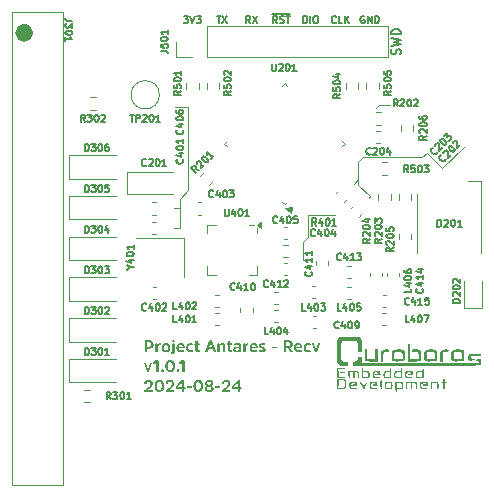
<source format=gbr>
%TF.GenerationSoftware,KiCad,Pcbnew,8.0.4-8.0.4-0~ubuntu22.04.1*%
%TF.CreationDate,2024-08-24T01:42:33-03:00*%
%TF.ProjectId,Anteres-Receiver,416e7465-7265-4732-9d52-656365697665,1.0.1*%
%TF.SameCoordinates,Original*%
%TF.FileFunction,Legend,Top*%
%TF.FilePolarity,Positive*%
%FSLAX46Y46*%
G04 Gerber Fmt 4.6, Leading zero omitted, Abs format (unit mm)*
G04 Created by KiCad (PCBNEW 8.0.4-8.0.4-0~ubuntu22.04.1) date 2024-08-24 01:42:33*
%MOMM*%
%LPD*%
G01*
G04 APERTURE LIST*
%ADD10C,0.100000*%
%ADD11C,0.150000*%
%ADD12C,0.200000*%
%ADD13C,0.120000*%
%ADD14C,0.757107*%
%ADD15C,0.000000*%
G04 APERTURE END LIST*
D10*
X176400000Y-93200000D02*
X178200000Y-91400000D01*
X154900000Y-89600000D02*
X154900000Y-88000000D01*
X165000000Y-99063643D02*
X165000000Y-97500000D01*
X172000000Y-87900000D02*
X171000000Y-87900000D01*
X165000000Y-97500000D02*
X165000000Y-97200000D01*
X170300000Y-95600000D02*
X170200000Y-95700000D01*
X154200000Y-96600000D02*
X154200000Y-98300000D01*
X164600000Y-101000000D02*
X164600000Y-99458643D01*
X170300000Y-95600000D02*
X169300000Y-94600000D01*
X154200000Y-96600000D02*
X153700000Y-96600000D01*
X169300000Y-92700000D02*
X169700000Y-92300000D01*
X154200000Y-95800000D02*
X154200000Y-96600000D01*
X154900000Y-95100000D02*
X154200000Y-95800000D01*
X154900000Y-88000000D02*
X153800000Y-88000000D01*
X169300000Y-94600000D02*
X169300000Y-92700000D01*
X154200000Y-98300000D02*
X153700000Y-98300000D01*
X165000000Y-97200000D02*
X167318377Y-97200000D01*
X174700000Y-92300000D02*
X175100000Y-91900000D01*
X164605000Y-99458643D02*
X165000000Y-99063643D01*
X154900000Y-89600000D02*
X154900000Y-95100000D01*
X168895225Y-94551831D02*
X169300000Y-94147056D01*
X169700000Y-92300000D02*
X174700000Y-92300000D01*
X175100000Y-91900000D02*
X176400000Y-93200000D01*
X171000000Y-87900000D02*
X170800000Y-88100000D01*
D11*
X157292856Y-80318771D02*
X157635714Y-80318771D01*
X157464285Y-80918771D02*
X157464285Y-80318771D01*
X157778571Y-80318771D02*
X158178571Y-80918771D01*
X158178571Y-80318771D02*
X157778571Y-80918771D01*
D12*
X172853600Y-83585714D02*
X172891695Y-83471428D01*
X172891695Y-83471428D02*
X172891695Y-83280952D01*
X172891695Y-83280952D02*
X172853600Y-83204761D01*
X172853600Y-83204761D02*
X172815504Y-83166666D01*
X172815504Y-83166666D02*
X172739314Y-83128571D01*
X172739314Y-83128571D02*
X172663123Y-83128571D01*
X172663123Y-83128571D02*
X172586933Y-83166666D01*
X172586933Y-83166666D02*
X172548838Y-83204761D01*
X172548838Y-83204761D02*
X172510742Y-83280952D01*
X172510742Y-83280952D02*
X172472647Y-83433333D01*
X172472647Y-83433333D02*
X172434552Y-83509523D01*
X172434552Y-83509523D02*
X172396457Y-83547618D01*
X172396457Y-83547618D02*
X172320266Y-83585714D01*
X172320266Y-83585714D02*
X172244076Y-83585714D01*
X172244076Y-83585714D02*
X172167885Y-83547618D01*
X172167885Y-83547618D02*
X172129790Y-83509523D01*
X172129790Y-83509523D02*
X172091695Y-83433333D01*
X172091695Y-83433333D02*
X172091695Y-83242856D01*
X172091695Y-83242856D02*
X172129790Y-83128571D01*
X172091695Y-82861904D02*
X172891695Y-82671428D01*
X172891695Y-82671428D02*
X172320266Y-82519047D01*
X172320266Y-82519047D02*
X172891695Y-82366666D01*
X172891695Y-82366666D02*
X172091695Y-82176190D01*
X172891695Y-81871427D02*
X172091695Y-81871427D01*
X172091695Y-81871427D02*
X172091695Y-81680951D01*
X172091695Y-81680951D02*
X172129790Y-81566665D01*
X172129790Y-81566665D02*
X172205980Y-81490475D01*
X172205980Y-81490475D02*
X172282171Y-81452380D01*
X172282171Y-81452380D02*
X172434552Y-81414284D01*
X172434552Y-81414284D02*
X172548838Y-81414284D01*
X172548838Y-81414284D02*
X172701219Y-81452380D01*
X172701219Y-81452380D02*
X172777409Y-81490475D01*
X172777409Y-81490475D02*
X172853600Y-81566665D01*
X172853600Y-81566665D02*
X172891695Y-81680951D01*
X172891695Y-81680951D02*
X172891695Y-81871427D01*
D11*
X167392857Y-80861628D02*
X167364285Y-80890200D01*
X167364285Y-80890200D02*
X167278571Y-80918771D01*
X167278571Y-80918771D02*
X167221428Y-80918771D01*
X167221428Y-80918771D02*
X167135714Y-80890200D01*
X167135714Y-80890200D02*
X167078571Y-80833057D01*
X167078571Y-80833057D02*
X167050000Y-80775914D01*
X167050000Y-80775914D02*
X167021428Y-80661628D01*
X167021428Y-80661628D02*
X167021428Y-80575914D01*
X167021428Y-80575914D02*
X167050000Y-80461628D01*
X167050000Y-80461628D02*
X167078571Y-80404485D01*
X167078571Y-80404485D02*
X167135714Y-80347342D01*
X167135714Y-80347342D02*
X167221428Y-80318771D01*
X167221428Y-80318771D02*
X167278571Y-80318771D01*
X167278571Y-80318771D02*
X167364285Y-80347342D01*
X167364285Y-80347342D02*
X167392857Y-80375914D01*
X167935714Y-80918771D02*
X167650000Y-80918771D01*
X167650000Y-80918771D02*
X167650000Y-80318771D01*
X168135714Y-80918771D02*
X168135714Y-80318771D01*
X168478571Y-80918771D02*
X168221428Y-80575914D01*
X168478571Y-80318771D02*
X168135714Y-80661628D01*
X160150000Y-80918771D02*
X159950000Y-80633057D01*
X159807143Y-80918771D02*
X159807143Y-80318771D01*
X159807143Y-80318771D02*
X160035714Y-80318771D01*
X160035714Y-80318771D02*
X160092857Y-80347342D01*
X160092857Y-80347342D02*
X160121428Y-80375914D01*
X160121428Y-80375914D02*
X160150000Y-80433057D01*
X160150000Y-80433057D02*
X160150000Y-80518771D01*
X160150000Y-80518771D02*
X160121428Y-80575914D01*
X160121428Y-80575914D02*
X160092857Y-80604485D01*
X160092857Y-80604485D02*
X160035714Y-80633057D01*
X160035714Y-80633057D02*
X159807143Y-80633057D01*
X160350000Y-80318771D02*
X160750000Y-80918771D01*
X160750000Y-80318771D02*
X160350000Y-80918771D01*
X164635715Y-80918771D02*
X164635715Y-80318771D01*
X164635715Y-80318771D02*
X164778572Y-80318771D01*
X164778572Y-80318771D02*
X164864286Y-80347342D01*
X164864286Y-80347342D02*
X164921429Y-80404485D01*
X164921429Y-80404485D02*
X164950000Y-80461628D01*
X164950000Y-80461628D02*
X164978572Y-80575914D01*
X164978572Y-80575914D02*
X164978572Y-80661628D01*
X164978572Y-80661628D02*
X164950000Y-80775914D01*
X164950000Y-80775914D02*
X164921429Y-80833057D01*
X164921429Y-80833057D02*
X164864286Y-80890200D01*
X164864286Y-80890200D02*
X164778572Y-80918771D01*
X164778572Y-80918771D02*
X164635715Y-80918771D01*
X165235715Y-80918771D02*
X165235715Y-80318771D01*
X165635714Y-80318771D02*
X165750000Y-80318771D01*
X165750000Y-80318771D02*
X165807143Y-80347342D01*
X165807143Y-80347342D02*
X165864286Y-80404485D01*
X165864286Y-80404485D02*
X165892857Y-80518771D01*
X165892857Y-80518771D02*
X165892857Y-80718771D01*
X165892857Y-80718771D02*
X165864286Y-80833057D01*
X165864286Y-80833057D02*
X165807143Y-80890200D01*
X165807143Y-80890200D02*
X165750000Y-80918771D01*
X165750000Y-80918771D02*
X165635714Y-80918771D01*
X165635714Y-80918771D02*
X165578572Y-80890200D01*
X165578572Y-80890200D02*
X165521429Y-80833057D01*
X165521429Y-80833057D02*
X165492857Y-80718771D01*
X165492857Y-80718771D02*
X165492857Y-80518771D01*
X165492857Y-80518771D02*
X165521429Y-80404485D01*
X165521429Y-80404485D02*
X165578572Y-80347342D01*
X165578572Y-80347342D02*
X165635714Y-80318771D01*
X154507142Y-80318771D02*
X154878570Y-80318771D01*
X154878570Y-80318771D02*
X154678570Y-80547342D01*
X154678570Y-80547342D02*
X154764285Y-80547342D01*
X154764285Y-80547342D02*
X154821428Y-80575914D01*
X154821428Y-80575914D02*
X154849999Y-80604485D01*
X154849999Y-80604485D02*
X154878570Y-80661628D01*
X154878570Y-80661628D02*
X154878570Y-80804485D01*
X154878570Y-80804485D02*
X154849999Y-80861628D01*
X154849999Y-80861628D02*
X154821428Y-80890200D01*
X154821428Y-80890200D02*
X154764285Y-80918771D01*
X154764285Y-80918771D02*
X154592856Y-80918771D01*
X154592856Y-80918771D02*
X154535713Y-80890200D01*
X154535713Y-80890200D02*
X154507142Y-80861628D01*
X155049999Y-80318771D02*
X155249999Y-80918771D01*
X155249999Y-80918771D02*
X155449999Y-80318771D01*
X155592857Y-80318771D02*
X155964285Y-80318771D01*
X155964285Y-80318771D02*
X155764285Y-80547342D01*
X155764285Y-80547342D02*
X155850000Y-80547342D01*
X155850000Y-80547342D02*
X155907143Y-80575914D01*
X155907143Y-80575914D02*
X155935714Y-80604485D01*
X155935714Y-80604485D02*
X155964285Y-80661628D01*
X155964285Y-80661628D02*
X155964285Y-80804485D01*
X155964285Y-80804485D02*
X155935714Y-80861628D01*
X155935714Y-80861628D02*
X155907143Y-80890200D01*
X155907143Y-80890200D02*
X155850000Y-80918771D01*
X155850000Y-80918771D02*
X155678571Y-80918771D01*
X155678571Y-80918771D02*
X155621428Y-80890200D01*
X155621428Y-80890200D02*
X155592857Y-80861628D01*
G36*
X151553963Y-107784560D02*
G01*
X151604252Y-107786500D01*
X151662316Y-107792558D01*
X151715049Y-107802647D01*
X151762451Y-107816763D01*
X151812297Y-107839008D01*
X151854466Y-107867034D01*
X151878428Y-107889325D01*
X151908397Y-107928729D01*
X151931188Y-107975294D01*
X151946793Y-108029021D01*
X151954300Y-108079264D01*
X151956803Y-108134480D01*
X151955902Y-108168461D01*
X151950396Y-108221033D01*
X151937189Y-108277413D01*
X151916792Y-108326477D01*
X151889214Y-108368226D01*
X151854466Y-108402658D01*
X151847971Y-108407685D01*
X151804522Y-108434507D01*
X151753397Y-108455599D01*
X151704929Y-108468792D01*
X151651130Y-108477994D01*
X151592000Y-108483198D01*
X151540858Y-108484480D01*
X151398220Y-108484480D01*
X151398220Y-108735073D01*
X151363049Y-108770000D01*
X151238485Y-108770000D01*
X151203558Y-108735073D01*
X151203558Y-108316441D01*
X151398220Y-108316441D01*
X151539392Y-108316441D01*
X151560664Y-108316073D01*
X151611793Y-108311495D01*
X151664288Y-108298385D01*
X151707431Y-108274431D01*
X151739056Y-108235108D01*
X151755143Y-108185140D01*
X151759211Y-108134480D01*
X151755143Y-108083713D01*
X151739056Y-108033787D01*
X151707431Y-107994528D01*
X151693509Y-107984659D01*
X151644810Y-107964343D01*
X151593572Y-107955133D01*
X151539392Y-107952519D01*
X151398220Y-107952519D01*
X151398220Y-108316441D01*
X151203558Y-108316441D01*
X151203558Y-107817941D01*
X151237020Y-107784480D01*
X151540858Y-107784480D01*
X151553963Y-107784560D01*
G37*
G36*
X152150976Y-108032386D02*
G01*
X152117515Y-108064382D01*
X152117515Y-108738004D01*
X152150976Y-108770000D01*
X152271388Y-108770000D01*
X152303628Y-108738004D01*
X152303628Y-108415847D01*
X152308566Y-108365494D01*
X152325402Y-108314952D01*
X152354187Y-108269546D01*
X152391887Y-108234087D01*
X152440252Y-108212191D01*
X152481437Y-108207264D01*
X152506594Y-108208729D01*
X152526378Y-108210195D01*
X152553000Y-108184794D01*
X152553000Y-108054612D01*
X152546650Y-108032386D01*
X152524912Y-108026769D01*
X152471680Y-108032050D01*
X152423816Y-108047895D01*
X152384961Y-108071465D01*
X152345681Y-108106623D01*
X152314381Y-108148342D01*
X152302407Y-108172337D01*
X152295324Y-108061695D01*
X152261618Y-108032386D01*
X152150976Y-108032386D01*
G37*
G36*
X153035291Y-108016403D02*
G01*
X153084442Y-108021723D01*
X153138796Y-108034508D01*
X153188100Y-108054293D01*
X153232356Y-108081097D01*
X153271563Y-108114940D01*
X153299849Y-108148095D01*
X153327463Y-108193492D01*
X153348174Y-108245002D01*
X153360160Y-108292590D01*
X153367351Y-108344412D01*
X153369748Y-108400460D01*
X153368214Y-108445637D01*
X153361982Y-108498309D01*
X153350955Y-108546760D01*
X153331395Y-108599327D01*
X153304930Y-108645815D01*
X153271563Y-108686224D01*
X153252590Y-108703970D01*
X153210859Y-108734242D01*
X153164079Y-108757543D01*
X153112250Y-108773866D01*
X153055372Y-108783199D01*
X153004117Y-108785631D01*
X152973012Y-108784755D01*
X152923975Y-108779407D01*
X152869758Y-108766578D01*
X152820591Y-108746764D01*
X152776473Y-108719977D01*
X152737404Y-108686224D01*
X152709426Y-108652972D01*
X152682095Y-108607497D01*
X152661583Y-108555943D01*
X152649704Y-108508337D01*
X152642573Y-108456510D01*
X152640195Y-108400460D01*
X152829239Y-108400460D01*
X152829410Y-108415021D01*
X152833513Y-108468642D01*
X152846333Y-108525267D01*
X152867693Y-108570336D01*
X152904589Y-108609165D01*
X152953764Y-108631353D01*
X153004117Y-108637131D01*
X153014981Y-108636900D01*
X153064129Y-108628811D01*
X153111725Y-108603849D01*
X153146904Y-108562247D01*
X153166736Y-108514867D01*
X153177945Y-108455930D01*
X153180704Y-108400460D01*
X153180532Y-108385899D01*
X153176393Y-108332278D01*
X153163459Y-108275653D01*
X153141903Y-108230584D01*
X153104654Y-108191755D01*
X153054989Y-108169567D01*
X153004117Y-108163789D01*
X152993365Y-108164020D01*
X152944716Y-108172109D01*
X152897586Y-108197071D01*
X152862738Y-108238673D01*
X152843086Y-108286054D01*
X152831975Y-108344990D01*
X152829239Y-108400460D01*
X152640195Y-108400460D01*
X152641717Y-108355283D01*
X152647898Y-108302616D01*
X152658828Y-108254181D01*
X152678203Y-108201653D01*
X152704398Y-108155236D01*
X152737404Y-108114940D01*
X152756307Y-108097137D01*
X152797901Y-108066816D01*
X152844544Y-108043524D01*
X152896235Y-108027242D01*
X152952976Y-108017950D01*
X153004117Y-108015533D01*
X153035291Y-108016403D01*
G37*
G36*
X153549267Y-108704298D02*
G01*
X153540817Y-108753860D01*
X153499921Y-108784916D01*
X153489183Y-108785631D01*
X153439992Y-108782020D01*
X153434473Y-108781235D01*
X153405163Y-108807857D01*
X153405163Y-108889190D01*
X153434473Y-108922651D01*
X153485539Y-108930577D01*
X153536810Y-108932421D01*
X153585678Y-108929391D01*
X153636365Y-108917033D01*
X153678826Y-108892340D01*
X153687997Y-108883572D01*
X153714278Y-108842385D01*
X153728704Y-108792069D01*
X153733753Y-108743020D01*
X153734159Y-108722616D01*
X153734159Y-108064382D01*
X153701919Y-108032386D01*
X153580286Y-108032386D01*
X153549267Y-108064382D01*
X153549267Y-108704298D01*
G37*
G36*
X153735624Y-107819406D02*
G01*
X153703384Y-107787166D01*
X153580286Y-107787166D01*
X153548046Y-107819406D01*
X153548046Y-107917348D01*
X153580286Y-107949588D01*
X153703384Y-107949588D01*
X153735624Y-107917348D01*
X153735624Y-107819406D01*
G37*
G36*
X154305564Y-108018906D02*
G01*
X154358226Y-108029019D01*
X154405787Y-108045861D01*
X154454829Y-108074003D01*
X154496929Y-108111277D01*
X154502361Y-108117338D01*
X154535538Y-108163254D01*
X154557236Y-108207467D01*
X154572723Y-108256162D01*
X154582008Y-108309339D01*
X154585101Y-108366999D01*
X154585101Y-108435387D01*
X154551639Y-108469092D01*
X154074145Y-108469092D01*
X154085902Y-108518086D01*
X154109632Y-108563992D01*
X154144731Y-108601472D01*
X154152339Y-108607328D01*
X154199314Y-108632783D01*
X154249592Y-108646007D01*
X154301046Y-108649832D01*
X154330940Y-108648761D01*
X154383632Y-108641458D01*
X154434831Y-108627302D01*
X154484473Y-108606357D01*
X154526482Y-108625896D01*
X154550174Y-108691598D01*
X154529169Y-108732386D01*
X154494427Y-108748104D01*
X154443706Y-108765612D01*
X154390583Y-108777887D01*
X154335089Y-108784944D01*
X154285659Y-108786852D01*
X154240332Y-108785272D01*
X154187303Y-108778848D01*
X154138297Y-108767477D01*
X154084784Y-108747294D01*
X154037028Y-108719969D01*
X153995010Y-108685491D01*
X153970543Y-108658861D01*
X153939976Y-108614194D01*
X153916761Y-108563859D01*
X153900887Y-108507856D01*
X153893259Y-108456859D01*
X153890718Y-108401926D01*
X153892218Y-108357321D01*
X153892885Y-108351612D01*
X154069993Y-108351612D01*
X154417062Y-108351612D01*
X154417062Y-108343063D01*
X154413700Y-108295810D01*
X154400461Y-108246384D01*
X154374563Y-108203112D01*
X154347433Y-108178719D01*
X154301825Y-108158705D01*
X154250488Y-108152798D01*
X154211206Y-108155901D01*
X154161251Y-108172197D01*
X154122047Y-108202471D01*
X154093585Y-108246732D01*
X154078065Y-108294309D01*
X154069993Y-108351612D01*
X153892885Y-108351612D01*
X153898311Y-108305171D01*
X153909091Y-108257028D01*
X153928213Y-108204547D01*
X153954085Y-108157835D01*
X153986706Y-108116894D01*
X154005252Y-108098761D01*
X154046046Y-108067861D01*
X154091756Y-108044108D01*
X154142364Y-108027492D01*
X154197850Y-108018003D01*
X154247801Y-108015533D01*
X154305564Y-108018906D01*
G37*
G36*
X154705512Y-108398995D02*
G01*
X154707998Y-108455143D01*
X154715451Y-108507052D01*
X154727866Y-108554736D01*
X154749306Y-108606404D01*
X154777874Y-108652044D01*
X154807117Y-108685491D01*
X154847700Y-108719493D01*
X154893340Y-108746478D01*
X154944049Y-108766437D01*
X154999836Y-108779361D01*
X155050212Y-108784749D01*
X155082135Y-108785631D01*
X155136857Y-108783142D01*
X155187200Y-108775673D01*
X155239335Y-108761042D01*
X155285666Y-108739907D01*
X155296336Y-108733607D01*
X155315875Y-108690376D01*
X155282414Y-108613196D01*
X155238939Y-108597808D01*
X155192800Y-108616998D01*
X155143085Y-108628222D01*
X155094836Y-108631514D01*
X155045272Y-108626930D01*
X154997719Y-108611056D01*
X154954602Y-108580437D01*
X154947801Y-108573384D01*
X154919651Y-108531373D01*
X154903296Y-108483908D01*
X154895846Y-108433956D01*
X154894556Y-108398995D01*
X154897861Y-108345276D01*
X154909519Y-108293492D01*
X154932408Y-108246695D01*
X154947801Y-108227536D01*
X154989442Y-108195239D01*
X155036212Y-108177549D01*
X155085604Y-108171092D01*
X155097522Y-108170872D01*
X155149544Y-108174594D01*
X155198398Y-108185813D01*
X155229169Y-108197494D01*
X155275331Y-108182107D01*
X155309036Y-108106392D01*
X155290718Y-108063161D01*
X155242567Y-108040138D01*
X155191566Y-108025998D01*
X155140589Y-108018510D01*
X155083669Y-108015580D01*
X155075052Y-108015533D01*
X155023840Y-108017932D01*
X154966834Y-108027155D01*
X154914688Y-108043317D01*
X154867413Y-108066438D01*
X154825017Y-108096536D01*
X154805652Y-108114207D01*
X154771650Y-108154254D01*
X154744665Y-108200473D01*
X154724706Y-108252856D01*
X154713447Y-108301209D01*
X154707080Y-108353829D01*
X154705512Y-108398995D01*
G37*
G36*
X155836113Y-108189190D02*
G01*
X155868353Y-108156950D01*
X155868353Y-108078548D01*
X155836113Y-108046308D01*
X155680774Y-108046308D01*
X155680774Y-107874117D01*
X155647069Y-107844563D01*
X155535205Y-107844563D01*
X155502965Y-107874117D01*
X155502965Y-108046308D01*
X155423098Y-108046308D01*
X155389637Y-108078548D01*
X155389637Y-108156950D01*
X155423098Y-108189190D01*
X155500034Y-108189190D01*
X155500034Y-108548960D01*
X155502591Y-108600596D01*
X155511762Y-108651063D01*
X155530019Y-108696994D01*
X155553279Y-108728234D01*
X155593350Y-108756220D01*
X155641161Y-108772511D01*
X155693002Y-108779946D01*
X155729867Y-108781235D01*
X155779747Y-108779071D01*
X155829139Y-108771077D01*
X155847348Y-108765847D01*
X155873970Y-108733607D01*
X155865666Y-108655205D01*
X155857850Y-108632979D01*
X155837578Y-108627362D01*
X155788698Y-108633549D01*
X155778715Y-108634200D01*
X155728355Y-108627960D01*
X155701779Y-108611974D01*
X155684115Y-108563316D01*
X155682240Y-108529420D01*
X155682240Y-108189190D01*
X155836113Y-108189190D01*
G37*
G36*
X156878403Y-107784606D02*
G01*
X156916643Y-107816720D01*
X157242707Y-108730921D01*
X157241486Y-108759009D01*
X157217550Y-108770000D01*
X157081751Y-108770000D01*
X157079848Y-108769969D01*
X157041207Y-108739225D01*
X156976727Y-108555799D01*
X156612805Y-108555799D01*
X156548325Y-108739225D01*
X156509246Y-108770000D01*
X156373447Y-108770000D01*
X156347313Y-108759009D01*
X156346824Y-108730921D01*
X156468173Y-108390690D01*
X156654815Y-108390690D01*
X156933251Y-108390690D01*
X156797452Y-107977676D01*
X156793300Y-107977676D01*
X156654815Y-108390690D01*
X156468173Y-108390690D01*
X156672889Y-107816720D01*
X156674383Y-107812816D01*
X156714898Y-107784480D01*
X156874633Y-107784480D01*
X156878403Y-107784606D01*
G37*
G36*
X158036496Y-108288597D02*
G01*
X158033481Y-108234373D01*
X158024435Y-108185814D01*
X158006712Y-108137235D01*
X157977359Y-108091375D01*
X157973482Y-108086852D01*
X157932935Y-108052341D01*
X157888331Y-108031175D01*
X157835666Y-108018937D01*
X157782972Y-108015533D01*
X157733663Y-108018396D01*
X157680632Y-108029396D01*
X157634299Y-108048657D01*
X157588708Y-108081582D01*
X157556885Y-108118775D01*
X157547766Y-108133014D01*
X157540683Y-108060230D01*
X157508688Y-108032386D01*
X157398046Y-108032386D01*
X157365806Y-108064382D01*
X157365806Y-108738004D01*
X157398046Y-108770000D01*
X157518457Y-108770000D01*
X157550697Y-108738004D01*
X157550697Y-108344528D01*
X157555719Y-108294523D01*
X157574603Y-108245473D01*
X157593196Y-108220697D01*
X157633844Y-108191091D01*
X157681755Y-108177200D01*
X157714340Y-108175024D01*
X157763160Y-108180163D01*
X157807783Y-108200959D01*
X157818632Y-108211416D01*
X157842262Y-108257395D01*
X157849862Y-108308511D01*
X157850139Y-108322058D01*
X157850139Y-108738004D01*
X157883845Y-108770000D01*
X158004256Y-108770000D01*
X158036496Y-108738004D01*
X158036496Y-108288597D01*
G37*
G36*
X158586287Y-108189190D02*
G01*
X158618527Y-108156950D01*
X158618527Y-108078548D01*
X158586287Y-108046308D01*
X158430949Y-108046308D01*
X158430949Y-107874117D01*
X158397243Y-107844563D01*
X158285380Y-107844563D01*
X158253140Y-107874117D01*
X158253140Y-108046308D01*
X158173272Y-108046308D01*
X158139811Y-108078548D01*
X158139811Y-108156950D01*
X158173272Y-108189190D01*
X158250209Y-108189190D01*
X158250209Y-108548960D01*
X158252766Y-108600596D01*
X158261937Y-108651063D01*
X158280193Y-108696994D01*
X158303454Y-108728234D01*
X158343525Y-108756220D01*
X158391335Y-108772511D01*
X158443176Y-108779946D01*
X158480041Y-108781235D01*
X158529921Y-108779071D01*
X158579313Y-108771077D01*
X158597522Y-108765847D01*
X158624145Y-108733607D01*
X158615840Y-108655205D01*
X158608025Y-108632979D01*
X158587752Y-108627362D01*
X158538872Y-108633549D01*
X158528890Y-108634200D01*
X158478529Y-108627960D01*
X158451953Y-108611974D01*
X158434289Y-108563316D01*
X158432414Y-108529420D01*
X158432414Y-108189190D01*
X158586287Y-108189190D01*
G37*
G36*
X159079082Y-108015793D02*
G01*
X159133738Y-108019689D01*
X159197974Y-108032157D01*
X159252336Y-108052937D01*
X159296820Y-108082028D01*
X159331424Y-108119432D01*
X159356144Y-108165147D01*
X159370979Y-108219175D01*
X159375924Y-108281514D01*
X159375924Y-108738004D01*
X159342463Y-108770000D01*
X159238660Y-108770000D01*
X159206664Y-108743621D01*
X159201046Y-108667906D01*
X159180793Y-108694787D01*
X159144188Y-108728406D01*
X159100113Y-108753971D01*
X159048567Y-108771473D01*
X158999906Y-108779893D01*
X158946057Y-108782700D01*
X158912624Y-108781340D01*
X158863867Y-108773493D01*
X158815930Y-108756300D01*
X158771179Y-108726769D01*
X158756066Y-108712034D01*
X158727101Y-108668886D01*
X158711799Y-108622344D01*
X158706699Y-108568499D01*
X158706793Y-108561049D01*
X158707253Y-108557264D01*
X158883042Y-108557264D01*
X158887576Y-108588300D01*
X158915282Y-108628827D01*
X158957018Y-108649409D01*
X159006385Y-108655205D01*
X159054839Y-108651612D01*
X159104616Y-108637460D01*
X159147069Y-108609776D01*
X159165912Y-108588574D01*
X159188628Y-108542233D01*
X159195429Y-108491563D01*
X159195429Y-108431235D01*
X159167007Y-108432389D01*
X159116036Y-108435083D01*
X159066468Y-108439050D01*
X159020405Y-108445422D01*
X158970725Y-108457124D01*
X158944585Y-108466613D01*
X158904047Y-108494982D01*
X158894892Y-108508080D01*
X158883042Y-108557264D01*
X158707253Y-108557264D01*
X158712713Y-108512323D01*
X158730635Y-108464207D01*
X158756391Y-108426881D01*
X158794138Y-108394110D01*
X158804521Y-108387837D01*
X158850498Y-108366858D01*
X158899162Y-108352100D01*
X158931948Y-108344677D01*
X158981763Y-108335897D01*
X159032274Y-108329874D01*
X159040855Y-108329072D01*
X159091922Y-108325450D01*
X159143998Y-108323241D01*
X159195429Y-108322058D01*
X159195429Y-108289818D01*
X159195391Y-108285753D01*
X159187082Y-108235930D01*
X159157571Y-108193342D01*
X159135814Y-108179878D01*
X159088094Y-108166204D01*
X159035694Y-108162568D01*
X159029300Y-108162608D01*
X158977781Y-108165877D01*
X158925569Y-108174392D01*
X158872618Y-108188176D01*
X158825645Y-108204577D01*
X158785101Y-108184794D01*
X158759944Y-108107857D01*
X158779483Y-108068778D01*
X158795177Y-108062304D01*
X158843727Y-108045415D01*
X158894466Y-108032313D01*
X158947376Y-108022978D01*
X159002437Y-108017391D01*
X159059630Y-108015533D01*
X159079082Y-108015793D01*
G37*
G36*
X159588660Y-108032386D02*
G01*
X159555198Y-108064382D01*
X159555198Y-108738004D01*
X159588660Y-108770000D01*
X159709071Y-108770000D01*
X159741311Y-108738004D01*
X159741311Y-108415847D01*
X159746249Y-108365494D01*
X159763085Y-108314952D01*
X159791870Y-108269546D01*
X159829570Y-108234087D01*
X159877935Y-108212191D01*
X159919120Y-108207264D01*
X159944277Y-108208729D01*
X159964061Y-108210195D01*
X159990683Y-108184794D01*
X159990683Y-108054612D01*
X159984333Y-108032386D01*
X159962595Y-108026769D01*
X159909363Y-108032050D01*
X159861499Y-108047895D01*
X159822644Y-108071465D01*
X159783365Y-108106623D01*
X159752064Y-108148342D01*
X159740090Y-108172337D01*
X159733007Y-108061695D01*
X159699302Y-108032386D01*
X159588660Y-108032386D01*
G37*
G36*
X160492724Y-108018906D02*
G01*
X160545386Y-108029019D01*
X160592947Y-108045861D01*
X160641989Y-108074003D01*
X160684089Y-108111277D01*
X160689521Y-108117338D01*
X160722698Y-108163254D01*
X160744396Y-108207467D01*
X160759883Y-108256162D01*
X160769168Y-108309339D01*
X160772260Y-108366999D01*
X160772260Y-108435387D01*
X160738799Y-108469092D01*
X160261304Y-108469092D01*
X160273061Y-108518086D01*
X160296791Y-108563992D01*
X160331891Y-108601472D01*
X160339498Y-108607328D01*
X160386474Y-108632783D01*
X160436751Y-108646007D01*
X160488206Y-108649832D01*
X160518100Y-108648761D01*
X160570792Y-108641458D01*
X160621991Y-108627302D01*
X160671632Y-108606357D01*
X160713642Y-108625896D01*
X160737334Y-108691598D01*
X160716329Y-108732386D01*
X160681587Y-108748104D01*
X160630866Y-108765612D01*
X160577743Y-108777887D01*
X160522249Y-108784944D01*
X160472819Y-108786852D01*
X160427492Y-108785272D01*
X160374463Y-108778848D01*
X160325456Y-108767477D01*
X160271943Y-108747294D01*
X160224188Y-108719969D01*
X160182170Y-108685491D01*
X160157703Y-108658861D01*
X160127136Y-108614194D01*
X160103920Y-108563859D01*
X160088046Y-108507856D01*
X160080419Y-108456859D01*
X160077878Y-108401926D01*
X160079378Y-108357321D01*
X160080045Y-108351612D01*
X160257152Y-108351612D01*
X160604221Y-108351612D01*
X160604221Y-108343063D01*
X160600860Y-108295810D01*
X160587621Y-108246384D01*
X160561723Y-108203112D01*
X160534592Y-108178719D01*
X160488985Y-108158705D01*
X160437648Y-108152798D01*
X160398366Y-108155901D01*
X160348411Y-108172197D01*
X160309207Y-108202471D01*
X160280744Y-108246732D01*
X160265225Y-108294309D01*
X160257152Y-108351612D01*
X160080045Y-108351612D01*
X160085471Y-108305171D01*
X160096251Y-108257028D01*
X160115373Y-108204547D01*
X160141245Y-108157835D01*
X160173866Y-108116894D01*
X160192412Y-108098761D01*
X160233206Y-108067861D01*
X160278916Y-108044108D01*
X160329524Y-108027492D01*
X160385010Y-108018003D01*
X160434961Y-108015533D01*
X160492724Y-108018906D01*
G37*
G36*
X161447103Y-108571186D02*
G01*
X161442577Y-108522012D01*
X161426904Y-108475724D01*
X161396670Y-108434856D01*
X161389706Y-108428548D01*
X161348319Y-108398716D01*
X161301770Y-108373299D01*
X161252998Y-108351817D01*
X161218981Y-108338911D01*
X161172005Y-108322296D01*
X161135694Y-108308136D01*
X161094100Y-108281529D01*
X161088799Y-108276629D01*
X161067875Y-108231721D01*
X161067794Y-108228269D01*
X161084693Y-108182141D01*
X161097836Y-108172337D01*
X161146117Y-108158266D01*
X161193579Y-108155484D01*
X161244134Y-108158785D01*
X161293999Y-108167545D01*
X161342174Y-108180158D01*
X161353314Y-108183572D01*
X161392393Y-108162568D01*
X161413398Y-108092470D01*
X161393859Y-108054612D01*
X161344441Y-108037481D01*
X161289964Y-108025273D01*
X161238127Y-108018611D01*
X161182382Y-108015685D01*
X161165736Y-108015533D01*
X161109323Y-108018063D01*
X161059027Y-108025672D01*
X161009054Y-108040628D01*
X160962436Y-108065488D01*
X160957885Y-108068778D01*
X160919796Y-108106774D01*
X160895777Y-108154359D01*
X160886227Y-108205383D01*
X160885589Y-108224117D01*
X160890489Y-108276007D01*
X160907716Y-108326201D01*
X160937347Y-108367762D01*
X160963991Y-108390690D01*
X161007300Y-108414388D01*
X161057463Y-108435374D01*
X161108176Y-108453954D01*
X161115177Y-108456392D01*
X161161423Y-108473451D01*
X161207777Y-108493915D01*
X161230704Y-108506950D01*
X161261779Y-108544952D01*
X161265143Y-108567034D01*
X161248252Y-108614592D01*
X161229483Y-108628094D01*
X161180168Y-108641597D01*
X161127388Y-108645367D01*
X161118108Y-108645436D01*
X161068559Y-108643001D01*
X161019242Y-108635698D01*
X160970156Y-108623527D01*
X160942986Y-108614661D01*
X160903907Y-108635666D01*
X160882903Y-108708450D01*
X160903907Y-108744842D01*
X160956843Y-108762653D01*
X161007352Y-108774087D01*
X161061754Y-108781631D01*
X161111472Y-108784990D01*
X161146196Y-108785631D01*
X161199953Y-108783744D01*
X161263412Y-108775360D01*
X161317477Y-108760272D01*
X161362147Y-108738483D01*
X161404767Y-108701828D01*
X161432695Y-108654711D01*
X161445927Y-108597140D01*
X161447103Y-108571186D01*
G37*
G36*
X162377180Y-108464940D02*
G01*
X162409420Y-108434166D01*
X162409420Y-108345994D01*
X162377180Y-108314975D01*
X161996406Y-108314975D01*
X161964166Y-108345994D01*
X161964166Y-108434166D01*
X161996406Y-108464940D01*
X162377180Y-108464940D01*
G37*
G36*
X163376722Y-107785716D02*
G01*
X163434737Y-107790739D01*
X163487538Y-107799626D01*
X163544026Y-107815392D01*
X163593024Y-107836721D01*
X163634542Y-107863614D01*
X163646744Y-107873875D01*
X163683268Y-107915599D01*
X163706914Y-107958547D01*
X163723476Y-108008117D01*
X163732947Y-108064299D01*
X163735415Y-108116161D01*
X163734473Y-108146220D01*
X163726941Y-108201770D01*
X163711880Y-108251230D01*
X163682471Y-108304488D01*
X163641307Y-108348230D01*
X163599917Y-108376372D01*
X163551011Y-108398422D01*
X163494591Y-108414382D01*
X163732484Y-108726769D01*
X163738834Y-108756078D01*
X163711479Y-108770000D01*
X163578611Y-108770000D01*
X163571683Y-108769564D01*
X163529518Y-108742156D01*
X163302861Y-108441004D01*
X163172679Y-108441004D01*
X163172679Y-108735073D01*
X163137508Y-108770000D01*
X163012944Y-108770000D01*
X162978018Y-108735073D01*
X162978018Y-108278583D01*
X163172679Y-108278583D01*
X163322400Y-108278583D01*
X163336834Y-108278431D01*
X163389255Y-108274783D01*
X163442845Y-108263353D01*
X163489706Y-108239504D01*
X163513745Y-108213912D01*
X163533467Y-108168735D01*
X163539288Y-108116161D01*
X163536933Y-108080080D01*
X163521878Y-108029364D01*
X163489706Y-107990376D01*
X163476219Y-107981457D01*
X163428480Y-107963138D01*
X163377771Y-107954862D01*
X163323866Y-107952519D01*
X163172679Y-107952519D01*
X163172679Y-108278583D01*
X162978018Y-108278583D01*
X162978018Y-107817941D01*
X163012944Y-107784480D01*
X163326552Y-107784480D01*
X163376722Y-107785716D01*
G37*
G36*
X164261879Y-108018906D02*
G01*
X164314541Y-108029019D01*
X164362103Y-108045861D01*
X164411145Y-108074003D01*
X164453244Y-108111277D01*
X164458676Y-108117338D01*
X164491854Y-108163254D01*
X164513552Y-108207467D01*
X164529038Y-108256162D01*
X164538323Y-108309339D01*
X164541416Y-108366999D01*
X164541416Y-108435387D01*
X164507955Y-108469092D01*
X164030460Y-108469092D01*
X164042217Y-108518086D01*
X164065947Y-108563992D01*
X164101046Y-108601472D01*
X164108654Y-108607328D01*
X164155629Y-108632783D01*
X164205907Y-108646007D01*
X164257362Y-108649832D01*
X164287256Y-108648761D01*
X164339947Y-108641458D01*
X164391147Y-108627302D01*
X164440788Y-108606357D01*
X164482798Y-108625896D01*
X164506489Y-108691598D01*
X164485484Y-108732386D01*
X164450743Y-108748104D01*
X164400021Y-108765612D01*
X164346899Y-108777887D01*
X164291405Y-108784944D01*
X164241974Y-108786852D01*
X164196647Y-108785272D01*
X164143618Y-108778848D01*
X164094612Y-108767477D01*
X164041099Y-108747294D01*
X163993343Y-108719969D01*
X163951325Y-108685491D01*
X163926859Y-108658861D01*
X163896292Y-108614194D01*
X163873076Y-108563859D01*
X163857202Y-108507856D01*
X163849575Y-108456859D01*
X163847034Y-108401926D01*
X163848533Y-108357321D01*
X163849200Y-108351612D01*
X164026308Y-108351612D01*
X164373377Y-108351612D01*
X164373377Y-108343063D01*
X164370015Y-108295810D01*
X164356776Y-108246384D01*
X164330879Y-108203112D01*
X164303748Y-108178719D01*
X164258141Y-108158705D01*
X164206803Y-108152798D01*
X164167522Y-108155901D01*
X164117566Y-108172197D01*
X164078362Y-108202471D01*
X164049900Y-108246732D01*
X164034380Y-108294309D01*
X164026308Y-108351612D01*
X163849200Y-108351612D01*
X163854626Y-108305171D01*
X163865406Y-108257028D01*
X163884529Y-108204547D01*
X163910400Y-108157835D01*
X163943021Y-108116894D01*
X163961568Y-108098761D01*
X164002361Y-108067861D01*
X164048072Y-108044108D01*
X164098679Y-108027492D01*
X164154166Y-108018003D01*
X164204117Y-108015533D01*
X164261879Y-108018906D01*
G37*
G36*
X164661828Y-108398995D02*
G01*
X164664313Y-108455143D01*
X164671767Y-108507052D01*
X164684182Y-108554736D01*
X164705622Y-108606404D01*
X164734189Y-108652044D01*
X164763433Y-108685491D01*
X164804015Y-108719493D01*
X164849656Y-108746478D01*
X164900365Y-108766437D01*
X164956152Y-108779361D01*
X165006527Y-108784749D01*
X165038450Y-108785631D01*
X165093172Y-108783142D01*
X165143516Y-108775673D01*
X165195651Y-108761042D01*
X165241981Y-108739907D01*
X165252651Y-108733607D01*
X165272191Y-108690376D01*
X165238729Y-108613196D01*
X165195254Y-108597808D01*
X165149116Y-108616998D01*
X165099401Y-108628222D01*
X165051151Y-108631514D01*
X165001588Y-108626930D01*
X164954035Y-108611056D01*
X164910917Y-108580437D01*
X164904117Y-108573384D01*
X164875966Y-108531373D01*
X164859611Y-108483908D01*
X164852162Y-108433956D01*
X164850872Y-108398995D01*
X164854177Y-108345276D01*
X164865834Y-108293492D01*
X164888723Y-108246695D01*
X164904117Y-108227536D01*
X164945757Y-108195239D01*
X164992527Y-108177549D01*
X165041919Y-108171092D01*
X165053838Y-108170872D01*
X165105860Y-108174594D01*
X165154714Y-108185813D01*
X165185484Y-108197494D01*
X165231646Y-108182107D01*
X165265352Y-108106392D01*
X165247034Y-108063161D01*
X165198883Y-108040138D01*
X165147881Y-108025998D01*
X165096904Y-108018510D01*
X165039985Y-108015580D01*
X165031367Y-108015533D01*
X164980156Y-108017932D01*
X164923149Y-108027155D01*
X164871004Y-108043317D01*
X164823728Y-108066438D01*
X164781332Y-108096536D01*
X164761967Y-108114207D01*
X164727966Y-108154254D01*
X164700981Y-108200473D01*
X164681021Y-108252856D01*
X164669763Y-108301209D01*
X164663396Y-108353829D01*
X164661828Y-108398995D01*
G37*
G36*
X165778506Y-108770000D02*
G01*
X165819050Y-108743621D01*
X166061339Y-108068778D01*
X166060607Y-108042889D01*
X166037404Y-108032386D01*
X165911374Y-108032386D01*
X165873761Y-108063161D01*
X165769958Y-108380921D01*
X165712561Y-108585352D01*
X165708408Y-108585352D01*
X165651011Y-108380921D01*
X165545987Y-108063161D01*
X165508374Y-108032386D01*
X165385031Y-108032386D01*
X165359874Y-108068778D01*
X165600697Y-108743621D01*
X165641242Y-108770000D01*
X165778506Y-108770000D01*
G37*
G36*
X151547941Y-110450000D02*
G01*
X151588485Y-110423621D01*
X151830774Y-109748778D01*
X151830041Y-109722889D01*
X151806838Y-109712386D01*
X151680809Y-109712386D01*
X151643196Y-109743161D01*
X151539392Y-110060921D01*
X151481995Y-110265352D01*
X151477843Y-110265352D01*
X151420446Y-110060921D01*
X151315422Y-109743161D01*
X151277808Y-109712386D01*
X151154466Y-109712386D01*
X151129309Y-109748778D01*
X151370132Y-110423621D01*
X151410676Y-110450000D01*
X151547941Y-110450000D01*
G37*
G36*
X152181507Y-110415073D02*
G01*
X152216434Y-110450000D01*
X152339532Y-110450000D01*
X152373237Y-110415073D01*
X152373237Y-109497941D01*
X152339532Y-109464480D01*
X152212281Y-109464480D01*
X152164501Y-109477545D01*
X152163189Y-109478401D01*
X151911130Y-109663293D01*
X151906978Y-109699685D01*
X151967306Y-109775157D01*
X152007850Y-109780774D01*
X152181507Y-109668911D01*
X152181507Y-110415073D01*
G37*
G36*
X152612107Y-110418004D02*
G01*
X152644347Y-110450000D01*
X152773063Y-110450000D01*
X152805303Y-110418004D01*
X152805303Y-110283426D01*
X152770376Y-110252651D01*
X152647034Y-110252651D01*
X152612107Y-110283426D01*
X152612107Y-110418004D01*
G37*
G36*
X153381466Y-109448136D02*
G01*
X153437215Y-109453865D01*
X153488885Y-109465955D01*
X153536477Y-109484400D01*
X153579990Y-109509194D01*
X153619424Y-109540332D01*
X153654780Y-109577808D01*
X153661316Y-109586074D01*
X153690887Y-109630840D01*
X153715269Y-109681329D01*
X153734464Y-109737543D01*
X153746085Y-109786636D01*
X153754385Y-109839392D01*
X153759365Y-109895812D01*
X153761025Y-109955896D01*
X153760922Y-109971261D01*
X153758431Y-110030428D01*
X153752621Y-110085933D01*
X153743491Y-110137773D01*
X153731040Y-110185950D01*
X153710808Y-110241019D01*
X153685388Y-110290364D01*
X153654780Y-110333984D01*
X153641127Y-110349735D01*
X153604140Y-110384677D01*
X153563074Y-110413278D01*
X153517930Y-110435533D01*
X153468707Y-110451436D01*
X153415405Y-110460982D01*
X153358025Y-110464166D01*
X153334540Y-110463656D01*
X153278706Y-110457927D01*
X153226979Y-110445837D01*
X153179353Y-110427393D01*
X153135823Y-110402598D01*
X153096382Y-110371460D01*
X153061025Y-110333984D01*
X153054489Y-110325719D01*
X153024918Y-110281004D01*
X153000536Y-110230637D01*
X152981341Y-110174616D01*
X152969720Y-110125729D01*
X152961420Y-110073224D01*
X152956440Y-110017102D01*
X152954780Y-109957362D01*
X152954790Y-109955896D01*
X153150662Y-109955896D01*
X153152485Y-110016718D01*
X153157953Y-110071552D01*
X153170913Y-110135351D01*
X153190353Y-110188509D01*
X153216273Y-110231031D01*
X153257786Y-110269228D01*
X153309424Y-110290814D01*
X153358025Y-110296127D01*
X153418087Y-110287825D01*
X153467984Y-110262917D01*
X153507708Y-110221397D01*
X153532160Y-110176217D01*
X153550095Y-110120398D01*
X153559268Y-110071552D01*
X153564773Y-110016718D01*
X153566608Y-109955896D01*
X153564773Y-109895336D01*
X153559268Y-109840739D01*
X153546222Y-109777215D01*
X153526658Y-109724285D01*
X153500577Y-109681947D01*
X153458818Y-109643914D01*
X153406888Y-109622421D01*
X153358025Y-109617131D01*
X153298286Y-109625397D01*
X153248673Y-109650197D01*
X153209186Y-109691539D01*
X153184885Y-109736524D01*
X153167065Y-109792102D01*
X153157953Y-109840739D01*
X153152485Y-109895336D01*
X153150662Y-109955896D01*
X152954790Y-109955896D01*
X152954883Y-109941886D01*
X152957374Y-109882326D01*
X152963184Y-109826510D01*
X152972314Y-109774431D01*
X152984765Y-109726079D01*
X153004997Y-109670867D01*
X153030417Y-109621449D01*
X153061025Y-109577808D01*
X153074678Y-109562058D01*
X153111668Y-109527116D01*
X153152744Y-109498515D01*
X153197912Y-109476260D01*
X153247178Y-109460356D01*
X153300547Y-109450810D01*
X153358025Y-109447627D01*
X153381466Y-109448136D01*
G37*
G36*
X153911479Y-110418004D02*
G01*
X153943719Y-110450000D01*
X154072435Y-110450000D01*
X154104675Y-110418004D01*
X154104675Y-110283426D01*
X154069748Y-110252651D01*
X153946406Y-110252651D01*
X153911479Y-110283426D01*
X153911479Y-110418004D01*
G37*
G36*
X154402163Y-110415073D02*
G01*
X154437090Y-110450000D01*
X154560188Y-110450000D01*
X154593893Y-110415073D01*
X154593893Y-109497941D01*
X154560188Y-109464480D01*
X154432937Y-109464480D01*
X154385157Y-109477545D01*
X154383845Y-109478401D01*
X154131786Y-109663293D01*
X154127634Y-109699685D01*
X154187962Y-109775157D01*
X154228506Y-109780774D01*
X154402163Y-109668911D01*
X154402163Y-110415073D01*
G37*
G36*
X151357431Y-111418764D02*
G01*
X151365939Y-111370421D01*
X151393655Y-111327374D01*
X151396022Y-111324975D01*
X151439218Y-111299229D01*
X151491425Y-111288677D01*
X151522784Y-111287362D01*
X151572390Y-111291281D01*
X151620819Y-111306343D01*
X151662017Y-111338222D01*
X151686735Y-111385536D01*
X151694807Y-111438401D01*
X151694975Y-111448318D01*
X151687248Y-111509260D01*
X151671311Y-111555974D01*
X151646683Y-111603550D01*
X151613364Y-111651990D01*
X151571358Y-111701292D01*
X151520663Y-111751458D01*
X151482041Y-111785381D01*
X151439559Y-111819687D01*
X151393217Y-111854377D01*
X151343015Y-111889451D01*
X151288954Y-111924908D01*
X151231034Y-111960749D01*
X151200628Y-111978813D01*
X151175471Y-112020823D01*
X151175471Y-112095073D01*
X151209176Y-112130000D01*
X151863014Y-112130000D01*
X151897941Y-112095073D01*
X151897941Y-112004214D01*
X151863014Y-111970509D01*
X151459769Y-111970509D01*
X151505379Y-111941794D01*
X151549700Y-111911550D01*
X151592734Y-111879820D01*
X151601186Y-111873300D01*
X151639020Y-111842286D01*
X151677118Y-111808573D01*
X151715514Y-111772129D01*
X151736985Y-111750690D01*
X151773377Y-111710338D01*
X151805481Y-111667983D01*
X151833295Y-111623592D01*
X151846894Y-111598039D01*
X151866776Y-111551734D01*
X151881311Y-111500460D01*
X151887804Y-111449414D01*
X151888171Y-111434152D01*
X151885083Y-111384600D01*
X151873692Y-111331425D01*
X151853944Y-111283258D01*
X151825868Y-111240113D01*
X151800732Y-111212379D01*
X151757553Y-111179388D01*
X151712796Y-111157540D01*
X151660899Y-111141638D01*
X151612203Y-111132935D01*
X151558562Y-111128374D01*
X151524005Y-111127627D01*
X151472287Y-111129577D01*
X151415744Y-111137064D01*
X151365210Y-111150168D01*
X151313838Y-111172552D01*
X151270617Y-111202581D01*
X151265108Y-111207494D01*
X151231290Y-111244575D01*
X151202840Y-111292191D01*
X151186852Y-111338438D01*
X151179162Y-111388963D01*
X151178401Y-111411926D01*
X151181294Y-111460802D01*
X151186706Y-111487397D01*
X151220167Y-111519637D01*
X151333740Y-111519637D01*
X151363049Y-111491793D01*
X151360362Y-111460774D01*
X151357431Y-111418764D01*
G37*
G36*
X152469952Y-111128136D02*
G01*
X152525701Y-111133865D01*
X152577371Y-111145955D01*
X152624963Y-111164400D01*
X152668476Y-111189194D01*
X152707910Y-111220332D01*
X152743265Y-111257808D01*
X152749802Y-111266074D01*
X152779372Y-111310840D01*
X152803755Y-111361329D01*
X152822950Y-111417543D01*
X152834570Y-111466636D01*
X152842871Y-111519392D01*
X152847851Y-111575812D01*
X152849511Y-111635896D01*
X152849407Y-111651261D01*
X152846917Y-111710428D01*
X152841107Y-111765933D01*
X152831976Y-111817773D01*
X152819526Y-111865950D01*
X152799293Y-111921019D01*
X152773873Y-111970364D01*
X152743265Y-112013984D01*
X152729613Y-112029735D01*
X152692626Y-112064677D01*
X152651560Y-112093278D01*
X152606415Y-112115533D01*
X152557192Y-112131436D01*
X152503891Y-112140982D01*
X152446510Y-112144166D01*
X152423026Y-112143656D01*
X152367192Y-112137927D01*
X152315465Y-112125837D01*
X152267839Y-112107393D01*
X152224308Y-112082598D01*
X152184868Y-112051460D01*
X152149511Y-112013984D01*
X152142974Y-112005719D01*
X152113404Y-111961004D01*
X152089022Y-111910637D01*
X152069827Y-111854616D01*
X152058206Y-111805729D01*
X152049906Y-111753224D01*
X152044925Y-111697102D01*
X152043265Y-111637362D01*
X152043275Y-111635896D01*
X152239148Y-111635896D01*
X152240971Y-111696718D01*
X152246438Y-111751552D01*
X152259398Y-111815351D01*
X152278839Y-111868509D01*
X152304759Y-111911031D01*
X152346272Y-111949228D01*
X152397910Y-111970814D01*
X152446510Y-111976127D01*
X152506573Y-111967825D01*
X152556469Y-111942917D01*
X152596194Y-111901397D01*
X152620645Y-111856217D01*
X152638581Y-111800398D01*
X152647754Y-111751552D01*
X152653259Y-111696718D01*
X152655094Y-111635896D01*
X152653259Y-111575336D01*
X152647754Y-111520739D01*
X152634708Y-111457215D01*
X152615143Y-111404285D01*
X152589063Y-111361947D01*
X152547304Y-111323914D01*
X152495374Y-111302421D01*
X152446510Y-111297131D01*
X152386772Y-111305397D01*
X152337159Y-111330197D01*
X152297671Y-111371539D01*
X152273371Y-111416524D01*
X152255551Y-111472102D01*
X152246438Y-111520739D01*
X152240971Y-111575336D01*
X152239148Y-111635896D01*
X152043275Y-111635896D01*
X152043369Y-111621886D01*
X152045859Y-111562326D01*
X152051670Y-111506510D01*
X152060800Y-111454431D01*
X152073251Y-111406079D01*
X152093483Y-111350867D01*
X152118903Y-111301449D01*
X152149511Y-111257808D01*
X152163164Y-111242058D01*
X152200153Y-111207116D01*
X152241229Y-111178515D01*
X152286398Y-111156260D01*
X152335663Y-111140356D01*
X152389032Y-111130810D01*
X152446510Y-111127627D01*
X152469952Y-111128136D01*
G37*
G36*
X153170690Y-111418764D02*
G01*
X153179198Y-111370421D01*
X153206914Y-111327374D01*
X153209281Y-111324975D01*
X153252477Y-111299229D01*
X153304684Y-111288677D01*
X153336043Y-111287362D01*
X153385649Y-111291281D01*
X153434077Y-111306343D01*
X153475275Y-111338222D01*
X153499994Y-111385536D01*
X153508066Y-111438401D01*
X153508234Y-111448318D01*
X153500506Y-111509260D01*
X153484570Y-111555974D01*
X153459941Y-111603550D01*
X153426623Y-111651990D01*
X153384617Y-111701292D01*
X153333922Y-111751458D01*
X153295300Y-111785381D01*
X153252818Y-111819687D01*
X153206476Y-111854377D01*
X153156274Y-111889451D01*
X153102213Y-111924908D01*
X153044293Y-111960749D01*
X153013886Y-111978813D01*
X152988729Y-112020823D01*
X152988729Y-112095073D01*
X153022435Y-112130000D01*
X153676273Y-112130000D01*
X153711200Y-112095073D01*
X153711200Y-112004214D01*
X153676273Y-111970509D01*
X153273028Y-111970509D01*
X153318638Y-111941794D01*
X153362959Y-111911550D01*
X153405993Y-111879820D01*
X153414445Y-111873300D01*
X153452279Y-111842286D01*
X153490377Y-111808573D01*
X153528773Y-111772129D01*
X153550244Y-111750690D01*
X153586636Y-111710338D01*
X153618740Y-111667983D01*
X153646554Y-111623592D01*
X153660153Y-111598039D01*
X153680035Y-111551734D01*
X153694570Y-111500460D01*
X153701063Y-111449414D01*
X153701430Y-111434152D01*
X153698342Y-111384600D01*
X153686951Y-111331425D01*
X153667203Y-111283258D01*
X153639127Y-111240113D01*
X153613991Y-111212379D01*
X153570812Y-111179388D01*
X153526055Y-111157540D01*
X153474158Y-111141638D01*
X153425462Y-111132935D01*
X153371821Y-111128374D01*
X153337264Y-111127627D01*
X153285546Y-111129577D01*
X153229003Y-111137064D01*
X153178469Y-111150168D01*
X153127097Y-111172552D01*
X153083876Y-111202581D01*
X153078367Y-111207494D01*
X153044549Y-111244575D01*
X153016099Y-111292191D01*
X153000111Y-111338438D01*
X152992420Y-111388963D01*
X152991660Y-111411926D01*
X152994553Y-111460802D01*
X152999965Y-111487397D01*
X153033426Y-111519637D01*
X153146999Y-111519637D01*
X153176308Y-111491793D01*
X153173621Y-111460774D01*
X153170690Y-111418764D01*
G37*
G36*
X154519888Y-111177941D02*
G01*
X154519888Y-111767543D01*
X154640300Y-111767543D01*
X154673761Y-111802470D01*
X154673761Y-111890642D01*
X154640300Y-111925812D01*
X154519888Y-111925812D01*
X154519888Y-112095073D01*
X154486182Y-112130000D01*
X154361618Y-112130000D01*
X154327913Y-112095073D01*
X154327913Y-111925812D01*
X153851884Y-111925812D01*
X153818422Y-111890642D01*
X153818422Y-111801004D01*
X153829511Y-111767543D01*
X153990614Y-111767543D01*
X154329378Y-111767543D01*
X154329378Y-111358681D01*
X153990614Y-111767543D01*
X153829511Y-111767543D01*
X153832344Y-111758995D01*
X154316922Y-111164019D01*
X154356001Y-111144480D01*
X154484961Y-111144480D01*
X154519888Y-111177941D01*
G37*
G36*
X155168108Y-111824940D02*
G01*
X155200348Y-111794166D01*
X155200348Y-111705994D01*
X155168108Y-111674975D01*
X154787334Y-111674975D01*
X154755094Y-111705994D01*
X154755094Y-111794166D01*
X154787334Y-111824940D01*
X155168108Y-111824940D01*
G37*
G36*
X155756484Y-111128136D02*
G01*
X155812233Y-111133865D01*
X155863903Y-111145955D01*
X155911494Y-111164400D01*
X155955007Y-111189194D01*
X155994442Y-111220332D01*
X156029797Y-111257808D01*
X156036334Y-111266074D01*
X156065904Y-111310840D01*
X156090287Y-111361329D01*
X156109481Y-111417543D01*
X156121102Y-111466636D01*
X156129402Y-111519392D01*
X156134383Y-111575812D01*
X156136043Y-111635896D01*
X156135939Y-111651261D01*
X156133449Y-111710428D01*
X156127639Y-111765933D01*
X156118508Y-111817773D01*
X156106057Y-111865950D01*
X156085825Y-111921019D01*
X156060405Y-111970364D01*
X156029797Y-112013984D01*
X156016144Y-112029735D01*
X155979157Y-112064677D01*
X155938092Y-112093278D01*
X155892947Y-112115533D01*
X155843724Y-112131436D01*
X155790422Y-112140982D01*
X155733042Y-112144166D01*
X155709557Y-112143656D01*
X155653724Y-112137927D01*
X155601997Y-112125837D01*
X155554371Y-112107393D01*
X155510840Y-112082598D01*
X155471399Y-112051460D01*
X155436043Y-112013984D01*
X155429506Y-112005719D01*
X155399936Y-111961004D01*
X155375553Y-111910637D01*
X155356359Y-111854616D01*
X155344738Y-111805729D01*
X155336437Y-111753224D01*
X155331457Y-111697102D01*
X155329797Y-111637362D01*
X155329807Y-111635896D01*
X155525680Y-111635896D01*
X155527502Y-111696718D01*
X155532970Y-111751552D01*
X155545930Y-111815351D01*
X155565370Y-111868509D01*
X155591291Y-111911031D01*
X155632804Y-111949228D01*
X155684442Y-111970814D01*
X155733042Y-111976127D01*
X155793105Y-111967825D01*
X155843001Y-111942917D01*
X155882725Y-111901397D01*
X155907177Y-111856217D01*
X155925112Y-111800398D01*
X155934285Y-111751552D01*
X155939790Y-111696718D01*
X155941625Y-111635896D01*
X155939790Y-111575336D01*
X155934285Y-111520739D01*
X155921240Y-111457215D01*
X155901675Y-111404285D01*
X155875595Y-111361947D01*
X155833835Y-111323914D01*
X155781905Y-111302421D01*
X155733042Y-111297131D01*
X155673304Y-111305397D01*
X155623691Y-111330197D01*
X155584203Y-111371539D01*
X155559903Y-111416524D01*
X155542083Y-111472102D01*
X155532970Y-111520739D01*
X155527502Y-111575336D01*
X155525680Y-111635896D01*
X155329807Y-111635896D01*
X155329901Y-111621886D01*
X155332391Y-111562326D01*
X155338201Y-111506510D01*
X155347332Y-111454431D01*
X155359782Y-111406079D01*
X155380015Y-111350867D01*
X155405435Y-111301449D01*
X155436043Y-111257808D01*
X155449696Y-111242058D01*
X155486685Y-111207116D01*
X155527761Y-111178515D01*
X155572929Y-111156260D01*
X155622195Y-111140356D01*
X155675564Y-111130810D01*
X155733042Y-111127627D01*
X155756484Y-111128136D01*
G37*
G36*
X156668186Y-111127693D02*
G01*
X156719291Y-111130021D01*
X156775516Y-111137197D01*
X156826178Y-111149144D01*
X156878250Y-111169102D01*
X156922749Y-111195526D01*
X156928474Y-111199815D01*
X156967732Y-111237940D01*
X156995359Y-111282843D01*
X157011353Y-111334523D01*
X157015806Y-111385303D01*
X157015753Y-111390615D01*
X157009475Y-111441123D01*
X156990444Y-111491169D01*
X156962072Y-111531605D01*
X156951646Y-111542711D01*
X156912147Y-111575422D01*
X156865350Y-111601434D01*
X156816992Y-111619043D01*
X156847949Y-111627397D01*
X156898696Y-111647013D01*
X156943017Y-111672490D01*
X156980879Y-111703796D01*
X156998610Y-111723855D01*
X157025057Y-111770285D01*
X157038581Y-111819235D01*
X157042428Y-111868415D01*
X157040870Y-111899051D01*
X157030633Y-111948891D01*
X157010811Y-111993891D01*
X156981373Y-112034003D01*
X156942288Y-112069183D01*
X156915956Y-112086780D01*
X156871485Y-112108761D01*
X156821052Y-112125450D01*
X156764670Y-112136859D01*
X156713145Y-112142340D01*
X156657501Y-112144166D01*
X156623820Y-112143509D01*
X156570948Y-112139491D01*
X156522154Y-112131814D01*
X156468985Y-112117766D01*
X156421690Y-112098432D01*
X156373935Y-112069183D01*
X156350488Y-112049687D01*
X156316958Y-112011683D01*
X156292989Y-111968772D01*
X156278597Y-111921001D01*
X156273796Y-111868415D01*
X156274279Y-111855715D01*
X156462840Y-111855715D01*
X156463641Y-111871423D01*
X156479025Y-111919952D01*
X156513886Y-111958541D01*
X156553998Y-111980476D01*
X156603806Y-111993346D01*
X156657501Y-111997131D01*
X156706833Y-111994065D01*
X156757791Y-111982021D01*
X156801605Y-111958541D01*
X156813454Y-111948523D01*
X156842486Y-111907106D01*
X156852163Y-111855715D01*
X156851402Y-111840096D01*
X156836751Y-111790433D01*
X156803467Y-111748553D01*
X156760119Y-111718852D01*
X156713553Y-111698469D01*
X156657501Y-111682058D01*
X156645532Y-111685023D01*
X156591377Y-111702228D01*
X156538915Y-111728117D01*
X156500125Y-111759724D01*
X156472164Y-111803828D01*
X156462840Y-111855715D01*
X156274279Y-111855715D01*
X156274757Y-111843160D01*
X156283954Y-111791205D01*
X156302887Y-111746020D01*
X156335345Y-111703796D01*
X156359958Y-111682279D01*
X156402135Y-111654855D01*
X156450681Y-111633282D01*
X156499232Y-111619043D01*
X156482518Y-111613789D01*
X156436253Y-111594340D01*
X156391697Y-111566308D01*
X156354396Y-111531605D01*
X156347873Y-111523905D01*
X156321539Y-111482502D01*
X156305706Y-111436286D01*
X156301153Y-111392386D01*
X156486775Y-111392386D01*
X156487143Y-111403926D01*
X156498563Y-111452259D01*
X156528541Y-111493747D01*
X156562788Y-111518635D01*
X156607598Y-111540407D01*
X156657501Y-111557494D01*
X156698164Y-111544030D01*
X156745060Y-111522826D01*
X156786950Y-111493747D01*
X156794607Y-111486316D01*
X156821538Y-111442674D01*
X156829692Y-111392386D01*
X156825489Y-111357248D01*
X156801274Y-111313440D01*
X156755536Y-111284891D01*
X156707107Y-111273479D01*
X156657501Y-111270509D01*
X156626991Y-111271578D01*
X156574973Y-111280136D01*
X156529457Y-111300948D01*
X156497446Y-111339030D01*
X156486775Y-111392386D01*
X156301153Y-111392386D01*
X156300418Y-111385303D01*
X156300509Y-111377731D01*
X156306234Y-111327692D01*
X156323682Y-111276859D01*
X156352762Y-111232804D01*
X156393475Y-111195526D01*
X156399367Y-111191356D01*
X156444895Y-111165855D01*
X156497892Y-111146822D01*
X156549238Y-111135669D01*
X156606030Y-111129290D01*
X156657501Y-111127627D01*
X156668186Y-111127693D01*
G37*
G36*
X157575366Y-111824940D02*
G01*
X157607606Y-111794166D01*
X157607606Y-111705994D01*
X157575366Y-111674975D01*
X157194591Y-111674975D01*
X157162351Y-111705994D01*
X157162351Y-111794166D01*
X157194591Y-111824940D01*
X157575366Y-111824940D01*
G37*
G36*
X157921702Y-111418764D02*
G01*
X157930210Y-111370421D01*
X157957926Y-111327374D01*
X157960293Y-111324975D01*
X158003489Y-111299229D01*
X158055696Y-111288677D01*
X158087055Y-111287362D01*
X158136660Y-111291281D01*
X158185089Y-111306343D01*
X158226287Y-111338222D01*
X158251006Y-111385536D01*
X158259078Y-111438401D01*
X158259246Y-111448318D01*
X158251518Y-111509260D01*
X158235581Y-111555974D01*
X158210953Y-111603550D01*
X158177635Y-111651990D01*
X158135628Y-111701292D01*
X158084934Y-111751458D01*
X158046312Y-111785381D01*
X158003830Y-111819687D01*
X157957487Y-111854377D01*
X157907286Y-111889451D01*
X157853225Y-111924908D01*
X157795305Y-111960749D01*
X157764898Y-111978813D01*
X157739741Y-112020823D01*
X157739741Y-112095073D01*
X157773447Y-112130000D01*
X158427285Y-112130000D01*
X158462212Y-112095073D01*
X158462212Y-112004214D01*
X158427285Y-111970509D01*
X158024040Y-111970509D01*
X158069649Y-111941794D01*
X158113971Y-111911550D01*
X158157004Y-111879820D01*
X158165457Y-111873300D01*
X158203291Y-111842286D01*
X158241389Y-111808573D01*
X158279784Y-111772129D01*
X158301256Y-111750690D01*
X158337648Y-111710338D01*
X158369751Y-111667983D01*
X158397566Y-111623592D01*
X158411165Y-111598039D01*
X158431047Y-111551734D01*
X158445582Y-111500460D01*
X158452075Y-111449414D01*
X158452442Y-111434152D01*
X158449354Y-111384600D01*
X158437963Y-111331425D01*
X158418215Y-111283258D01*
X158390139Y-111240113D01*
X158365003Y-111212379D01*
X158321824Y-111179388D01*
X158277067Y-111157540D01*
X158225170Y-111141638D01*
X158176474Y-111132935D01*
X158122833Y-111128374D01*
X158088276Y-111127627D01*
X158036558Y-111129577D01*
X157980015Y-111137064D01*
X157929481Y-111150168D01*
X157878109Y-111172552D01*
X157834888Y-111202581D01*
X157829378Y-111207494D01*
X157795561Y-111244575D01*
X157767111Y-111292191D01*
X157751123Y-111338438D01*
X157743432Y-111388963D01*
X157742672Y-111411926D01*
X157745565Y-111460802D01*
X157750976Y-111487397D01*
X157784438Y-111519637D01*
X157898011Y-111519637D01*
X157927320Y-111491793D01*
X157924633Y-111460774D01*
X157921702Y-111418764D01*
G37*
G36*
X159270900Y-111177941D02*
G01*
X159270900Y-111767543D01*
X159391311Y-111767543D01*
X159424773Y-111802470D01*
X159424773Y-111890642D01*
X159391311Y-111925812D01*
X159270900Y-111925812D01*
X159270900Y-112095073D01*
X159237194Y-112130000D01*
X159112630Y-112130000D01*
X159078925Y-112095073D01*
X159078925Y-111925812D01*
X158602896Y-111925812D01*
X158569434Y-111890642D01*
X158569434Y-111801004D01*
X158580523Y-111767543D01*
X158741625Y-111767543D01*
X159080390Y-111767543D01*
X159080390Y-111358681D01*
X158741625Y-111767543D01*
X158580523Y-111767543D01*
X158583356Y-111758995D01*
X159067934Y-111164019D01*
X159107013Y-111144480D01*
X159235973Y-111144480D01*
X159270900Y-111177941D01*
G37*
X169792857Y-80347342D02*
X169735715Y-80318771D01*
X169735715Y-80318771D02*
X169650000Y-80318771D01*
X169650000Y-80318771D02*
X169564286Y-80347342D01*
X169564286Y-80347342D02*
X169507143Y-80404485D01*
X169507143Y-80404485D02*
X169478572Y-80461628D01*
X169478572Y-80461628D02*
X169450000Y-80575914D01*
X169450000Y-80575914D02*
X169450000Y-80661628D01*
X169450000Y-80661628D02*
X169478572Y-80775914D01*
X169478572Y-80775914D02*
X169507143Y-80833057D01*
X169507143Y-80833057D02*
X169564286Y-80890200D01*
X169564286Y-80890200D02*
X169650000Y-80918771D01*
X169650000Y-80918771D02*
X169707143Y-80918771D01*
X169707143Y-80918771D02*
X169792857Y-80890200D01*
X169792857Y-80890200D02*
X169821429Y-80861628D01*
X169821429Y-80861628D02*
X169821429Y-80661628D01*
X169821429Y-80661628D02*
X169707143Y-80661628D01*
X170078572Y-80918771D02*
X170078572Y-80318771D01*
X170078572Y-80318771D02*
X170421429Y-80918771D01*
X170421429Y-80918771D02*
X170421429Y-80318771D01*
X170707143Y-80918771D02*
X170707143Y-80318771D01*
X170707143Y-80318771D02*
X170850000Y-80318771D01*
X170850000Y-80318771D02*
X170935714Y-80347342D01*
X170935714Y-80347342D02*
X170992857Y-80404485D01*
X170992857Y-80404485D02*
X171021428Y-80461628D01*
X171021428Y-80461628D02*
X171050000Y-80575914D01*
X171050000Y-80575914D02*
X171050000Y-80661628D01*
X171050000Y-80661628D02*
X171021428Y-80775914D01*
X171021428Y-80775914D02*
X170992857Y-80833057D01*
X170992857Y-80833057D02*
X170935714Y-80890200D01*
X170935714Y-80890200D02*
X170850000Y-80918771D01*
X170850000Y-80918771D02*
X170707143Y-80918771D01*
X162421428Y-80918771D02*
X162221428Y-80633057D01*
X162078571Y-80918771D02*
X162078571Y-80318771D01*
X162078571Y-80318771D02*
X162307142Y-80318771D01*
X162307142Y-80318771D02*
X162364285Y-80347342D01*
X162364285Y-80347342D02*
X162392856Y-80375914D01*
X162392856Y-80375914D02*
X162421428Y-80433057D01*
X162421428Y-80433057D02*
X162421428Y-80518771D01*
X162421428Y-80518771D02*
X162392856Y-80575914D01*
X162392856Y-80575914D02*
X162364285Y-80604485D01*
X162364285Y-80604485D02*
X162307142Y-80633057D01*
X162307142Y-80633057D02*
X162078571Y-80633057D01*
X162649999Y-80890200D02*
X162735714Y-80918771D01*
X162735714Y-80918771D02*
X162878571Y-80918771D01*
X162878571Y-80918771D02*
X162935714Y-80890200D01*
X162935714Y-80890200D02*
X162964285Y-80861628D01*
X162964285Y-80861628D02*
X162992856Y-80804485D01*
X162992856Y-80804485D02*
X162992856Y-80747342D01*
X162992856Y-80747342D02*
X162964285Y-80690200D01*
X162964285Y-80690200D02*
X162935714Y-80661628D01*
X162935714Y-80661628D02*
X162878571Y-80633057D01*
X162878571Y-80633057D02*
X162764285Y-80604485D01*
X162764285Y-80604485D02*
X162707142Y-80575914D01*
X162707142Y-80575914D02*
X162678571Y-80547342D01*
X162678571Y-80547342D02*
X162649999Y-80490200D01*
X162649999Y-80490200D02*
X162649999Y-80433057D01*
X162649999Y-80433057D02*
X162678571Y-80375914D01*
X162678571Y-80375914D02*
X162707142Y-80347342D01*
X162707142Y-80347342D02*
X162764285Y-80318771D01*
X162764285Y-80318771D02*
X162907142Y-80318771D01*
X162907142Y-80318771D02*
X162992856Y-80347342D01*
X163164285Y-80318771D02*
X163507143Y-80318771D01*
X163335714Y-80918771D02*
X163335714Y-80318771D01*
X161995714Y-80152200D02*
X163504286Y-80152200D01*
X155815985Y-93365529D02*
X155472533Y-93304919D01*
X155573548Y-93607965D02*
X155149284Y-93183701D01*
X155149284Y-93183701D02*
X155310909Y-93022077D01*
X155310909Y-93022077D02*
X155371518Y-93001874D01*
X155371518Y-93001874D02*
X155411924Y-93001874D01*
X155411924Y-93001874D02*
X155472533Y-93022077D01*
X155472533Y-93022077D02*
X155533142Y-93082686D01*
X155533142Y-93082686D02*
X155553345Y-93143295D01*
X155553345Y-93143295D02*
X155553345Y-93183701D01*
X155553345Y-93183701D02*
X155533142Y-93244310D01*
X155533142Y-93244310D02*
X155371518Y-93405935D01*
X155593751Y-92820046D02*
X155593751Y-92779640D01*
X155593751Y-92779640D02*
X155613954Y-92719031D01*
X155613954Y-92719031D02*
X155714970Y-92618016D01*
X155714970Y-92618016D02*
X155775579Y-92597813D01*
X155775579Y-92597813D02*
X155815985Y-92597813D01*
X155815985Y-92597813D02*
X155876594Y-92618016D01*
X155876594Y-92618016D02*
X155917000Y-92658422D01*
X155917000Y-92658422D02*
X155957406Y-92739234D01*
X155957406Y-92739234D02*
X155957406Y-93224107D01*
X155957406Y-93224107D02*
X156220046Y-92961467D01*
X156058422Y-92274563D02*
X156098828Y-92234157D01*
X156098828Y-92234157D02*
X156159437Y-92213954D01*
X156159437Y-92213954D02*
X156199843Y-92213954D01*
X156199843Y-92213954D02*
X156260452Y-92234157D01*
X156260452Y-92234157D02*
X156361468Y-92294767D01*
X156361468Y-92294767D02*
X156462483Y-92395782D01*
X156462483Y-92395782D02*
X156523092Y-92496797D01*
X156523092Y-92496797D02*
X156543295Y-92557406D01*
X156543295Y-92557406D02*
X156543295Y-92597812D01*
X156543295Y-92597812D02*
X156523092Y-92658421D01*
X156523092Y-92658421D02*
X156482686Y-92698828D01*
X156482686Y-92698828D02*
X156422077Y-92719031D01*
X156422077Y-92719031D02*
X156381671Y-92719031D01*
X156381671Y-92719031D02*
X156321061Y-92698828D01*
X156321061Y-92698828D02*
X156220046Y-92638218D01*
X156220046Y-92638218D02*
X156119031Y-92537203D01*
X156119031Y-92537203D02*
X156058422Y-92436188D01*
X156058422Y-92436188D02*
X156038219Y-92375579D01*
X156038219Y-92375579D02*
X156038219Y-92335173D01*
X156038219Y-92335173D02*
X156058422Y-92274563D01*
X157028169Y-92153345D02*
X156785732Y-92395781D01*
X156906950Y-92274563D02*
X156482686Y-91850299D01*
X156482686Y-91850299D02*
X156502889Y-91951314D01*
X156502889Y-91951314D02*
X156502889Y-92032127D01*
X156502889Y-92032127D02*
X156482686Y-92092736D01*
X157971428Y-96669771D02*
X157971428Y-97155485D01*
X157971428Y-97155485D02*
X157999999Y-97212628D01*
X157999999Y-97212628D02*
X158028571Y-97241200D01*
X158028571Y-97241200D02*
X158085713Y-97269771D01*
X158085713Y-97269771D02*
X158199999Y-97269771D01*
X158199999Y-97269771D02*
X158257142Y-97241200D01*
X158257142Y-97241200D02*
X158285713Y-97212628D01*
X158285713Y-97212628D02*
X158314285Y-97155485D01*
X158314285Y-97155485D02*
X158314285Y-96669771D01*
X158857142Y-96869771D02*
X158857142Y-97269771D01*
X158714284Y-96641200D02*
X158571427Y-97069771D01*
X158571427Y-97069771D02*
X158942856Y-97069771D01*
X159285713Y-96669771D02*
X159342856Y-96669771D01*
X159342856Y-96669771D02*
X159399999Y-96698342D01*
X159399999Y-96698342D02*
X159428571Y-96726914D01*
X159428571Y-96726914D02*
X159457142Y-96784057D01*
X159457142Y-96784057D02*
X159485713Y-96898342D01*
X159485713Y-96898342D02*
X159485713Y-97041200D01*
X159485713Y-97041200D02*
X159457142Y-97155485D01*
X159457142Y-97155485D02*
X159428571Y-97212628D01*
X159428571Y-97212628D02*
X159399999Y-97241200D01*
X159399999Y-97241200D02*
X159342856Y-97269771D01*
X159342856Y-97269771D02*
X159285713Y-97269771D01*
X159285713Y-97269771D02*
X159228571Y-97241200D01*
X159228571Y-97241200D02*
X159199999Y-97212628D01*
X159199999Y-97212628D02*
X159171428Y-97155485D01*
X159171428Y-97155485D02*
X159142856Y-97041200D01*
X159142856Y-97041200D02*
X159142856Y-96898342D01*
X159142856Y-96898342D02*
X159171428Y-96784057D01*
X159171428Y-96784057D02*
X159199999Y-96726914D01*
X159199999Y-96726914D02*
X159228571Y-96698342D01*
X159228571Y-96698342D02*
X159285713Y-96669771D01*
X160057142Y-97269771D02*
X159714285Y-97269771D01*
X159885714Y-97269771D02*
X159885714Y-96669771D01*
X159885714Y-96669771D02*
X159828571Y-96755485D01*
X159828571Y-96755485D02*
X159771428Y-96812628D01*
X159771428Y-96812628D02*
X159714285Y-96841200D01*
X167628571Y-106712628D02*
X167599999Y-106741200D01*
X167599999Y-106741200D02*
X167514285Y-106769771D01*
X167514285Y-106769771D02*
X167457142Y-106769771D01*
X167457142Y-106769771D02*
X167371428Y-106741200D01*
X167371428Y-106741200D02*
X167314285Y-106684057D01*
X167314285Y-106684057D02*
X167285714Y-106626914D01*
X167285714Y-106626914D02*
X167257142Y-106512628D01*
X167257142Y-106512628D02*
X167257142Y-106426914D01*
X167257142Y-106426914D02*
X167285714Y-106312628D01*
X167285714Y-106312628D02*
X167314285Y-106255485D01*
X167314285Y-106255485D02*
X167371428Y-106198342D01*
X167371428Y-106198342D02*
X167457142Y-106169771D01*
X167457142Y-106169771D02*
X167514285Y-106169771D01*
X167514285Y-106169771D02*
X167599999Y-106198342D01*
X167599999Y-106198342D02*
X167628571Y-106226914D01*
X168142857Y-106369771D02*
X168142857Y-106769771D01*
X167999999Y-106141200D02*
X167857142Y-106569771D01*
X167857142Y-106569771D02*
X168228571Y-106569771D01*
X168571428Y-106169771D02*
X168628571Y-106169771D01*
X168628571Y-106169771D02*
X168685714Y-106198342D01*
X168685714Y-106198342D02*
X168714286Y-106226914D01*
X168714286Y-106226914D02*
X168742857Y-106284057D01*
X168742857Y-106284057D02*
X168771428Y-106398342D01*
X168771428Y-106398342D02*
X168771428Y-106541200D01*
X168771428Y-106541200D02*
X168742857Y-106655485D01*
X168742857Y-106655485D02*
X168714286Y-106712628D01*
X168714286Y-106712628D02*
X168685714Y-106741200D01*
X168685714Y-106741200D02*
X168628571Y-106769771D01*
X168628571Y-106769771D02*
X168571428Y-106769771D01*
X168571428Y-106769771D02*
X168514286Y-106741200D01*
X168514286Y-106741200D02*
X168485714Y-106712628D01*
X168485714Y-106712628D02*
X168457143Y-106655485D01*
X168457143Y-106655485D02*
X168428571Y-106541200D01*
X168428571Y-106541200D02*
X168428571Y-106398342D01*
X168428571Y-106398342D02*
X168457143Y-106284057D01*
X168457143Y-106284057D02*
X168485714Y-106226914D01*
X168485714Y-106226914D02*
X168514286Y-106198342D01*
X168514286Y-106198342D02*
X168571428Y-106169771D01*
X169057143Y-106769771D02*
X169171429Y-106769771D01*
X169171429Y-106769771D02*
X169228572Y-106741200D01*
X169228572Y-106741200D02*
X169257143Y-106712628D01*
X169257143Y-106712628D02*
X169314286Y-106626914D01*
X169314286Y-106626914D02*
X169342857Y-106512628D01*
X169342857Y-106512628D02*
X169342857Y-106284057D01*
X169342857Y-106284057D02*
X169314286Y-106226914D01*
X169314286Y-106226914D02*
X169285715Y-106198342D01*
X169285715Y-106198342D02*
X169228572Y-106169771D01*
X169228572Y-106169771D02*
X169114286Y-106169771D01*
X169114286Y-106169771D02*
X169057143Y-106198342D01*
X169057143Y-106198342D02*
X169028572Y-106226914D01*
X169028572Y-106226914D02*
X169000000Y-106284057D01*
X169000000Y-106284057D02*
X169000000Y-106426914D01*
X169000000Y-106426914D02*
X169028572Y-106484057D01*
X169028572Y-106484057D02*
X169057143Y-106512628D01*
X169057143Y-106512628D02*
X169114286Y-106541200D01*
X169114286Y-106541200D02*
X169228572Y-106541200D01*
X169228572Y-106541200D02*
X169285715Y-106512628D01*
X169285715Y-106512628D02*
X169314286Y-106484057D01*
X169314286Y-106484057D02*
X169342857Y-106426914D01*
X146135714Y-102119770D02*
X146135714Y-101519770D01*
X146135714Y-101519770D02*
X146278571Y-101519770D01*
X146278571Y-101519770D02*
X146364285Y-101548341D01*
X146364285Y-101548341D02*
X146421428Y-101605484D01*
X146421428Y-101605484D02*
X146449999Y-101662627D01*
X146449999Y-101662627D02*
X146478571Y-101776913D01*
X146478571Y-101776913D02*
X146478571Y-101862627D01*
X146478571Y-101862627D02*
X146449999Y-101976913D01*
X146449999Y-101976913D02*
X146421428Y-102034056D01*
X146421428Y-102034056D02*
X146364285Y-102091199D01*
X146364285Y-102091199D02*
X146278571Y-102119770D01*
X146278571Y-102119770D02*
X146135714Y-102119770D01*
X146678571Y-101519770D02*
X147049999Y-101519770D01*
X147049999Y-101519770D02*
X146849999Y-101748341D01*
X146849999Y-101748341D02*
X146935714Y-101748341D01*
X146935714Y-101748341D02*
X146992857Y-101776913D01*
X146992857Y-101776913D02*
X147021428Y-101805484D01*
X147021428Y-101805484D02*
X147049999Y-101862627D01*
X147049999Y-101862627D02*
X147049999Y-102005484D01*
X147049999Y-102005484D02*
X147021428Y-102062627D01*
X147021428Y-102062627D02*
X146992857Y-102091199D01*
X146992857Y-102091199D02*
X146935714Y-102119770D01*
X146935714Y-102119770D02*
X146764285Y-102119770D01*
X146764285Y-102119770D02*
X146707142Y-102091199D01*
X146707142Y-102091199D02*
X146678571Y-102062627D01*
X147421428Y-101519770D02*
X147478571Y-101519770D01*
X147478571Y-101519770D02*
X147535714Y-101548341D01*
X147535714Y-101548341D02*
X147564286Y-101576913D01*
X147564286Y-101576913D02*
X147592857Y-101634056D01*
X147592857Y-101634056D02*
X147621428Y-101748341D01*
X147621428Y-101748341D02*
X147621428Y-101891199D01*
X147621428Y-101891199D02*
X147592857Y-102005484D01*
X147592857Y-102005484D02*
X147564286Y-102062627D01*
X147564286Y-102062627D02*
X147535714Y-102091199D01*
X147535714Y-102091199D02*
X147478571Y-102119770D01*
X147478571Y-102119770D02*
X147421428Y-102119770D01*
X147421428Y-102119770D02*
X147364286Y-102091199D01*
X147364286Y-102091199D02*
X147335714Y-102062627D01*
X147335714Y-102062627D02*
X147307143Y-102005484D01*
X147307143Y-102005484D02*
X147278571Y-101891199D01*
X147278571Y-101891199D02*
X147278571Y-101748341D01*
X147278571Y-101748341D02*
X147307143Y-101634056D01*
X147307143Y-101634056D02*
X147335714Y-101576913D01*
X147335714Y-101576913D02*
X147364286Y-101548341D01*
X147364286Y-101548341D02*
X147421428Y-101519770D01*
X147821429Y-101519770D02*
X148192857Y-101519770D01*
X148192857Y-101519770D02*
X147992857Y-101748341D01*
X147992857Y-101748341D02*
X148078572Y-101748341D01*
X148078572Y-101748341D02*
X148135715Y-101776913D01*
X148135715Y-101776913D02*
X148164286Y-101805484D01*
X148164286Y-101805484D02*
X148192857Y-101862627D01*
X148192857Y-101862627D02*
X148192857Y-102005484D01*
X148192857Y-102005484D02*
X148164286Y-102062627D01*
X148164286Y-102062627D02*
X148135715Y-102091199D01*
X148135715Y-102091199D02*
X148078572Y-102119770D01*
X148078572Y-102119770D02*
X147907143Y-102119770D01*
X147907143Y-102119770D02*
X147850000Y-102091199D01*
X147850000Y-102091199D02*
X147821429Y-102062627D01*
X146135714Y-98669771D02*
X146135714Y-98069771D01*
X146135714Y-98069771D02*
X146278571Y-98069771D01*
X146278571Y-98069771D02*
X146364285Y-98098342D01*
X146364285Y-98098342D02*
X146421428Y-98155485D01*
X146421428Y-98155485D02*
X146449999Y-98212628D01*
X146449999Y-98212628D02*
X146478571Y-98326914D01*
X146478571Y-98326914D02*
X146478571Y-98412628D01*
X146478571Y-98412628D02*
X146449999Y-98526914D01*
X146449999Y-98526914D02*
X146421428Y-98584057D01*
X146421428Y-98584057D02*
X146364285Y-98641200D01*
X146364285Y-98641200D02*
X146278571Y-98669771D01*
X146278571Y-98669771D02*
X146135714Y-98669771D01*
X146678571Y-98069771D02*
X147049999Y-98069771D01*
X147049999Y-98069771D02*
X146849999Y-98298342D01*
X146849999Y-98298342D02*
X146935714Y-98298342D01*
X146935714Y-98298342D02*
X146992857Y-98326914D01*
X146992857Y-98326914D02*
X147021428Y-98355485D01*
X147021428Y-98355485D02*
X147049999Y-98412628D01*
X147049999Y-98412628D02*
X147049999Y-98555485D01*
X147049999Y-98555485D02*
X147021428Y-98612628D01*
X147021428Y-98612628D02*
X146992857Y-98641200D01*
X146992857Y-98641200D02*
X146935714Y-98669771D01*
X146935714Y-98669771D02*
X146764285Y-98669771D01*
X146764285Y-98669771D02*
X146707142Y-98641200D01*
X146707142Y-98641200D02*
X146678571Y-98612628D01*
X147421428Y-98069771D02*
X147478571Y-98069771D01*
X147478571Y-98069771D02*
X147535714Y-98098342D01*
X147535714Y-98098342D02*
X147564286Y-98126914D01*
X147564286Y-98126914D02*
X147592857Y-98184057D01*
X147592857Y-98184057D02*
X147621428Y-98298342D01*
X147621428Y-98298342D02*
X147621428Y-98441200D01*
X147621428Y-98441200D02*
X147592857Y-98555485D01*
X147592857Y-98555485D02*
X147564286Y-98612628D01*
X147564286Y-98612628D02*
X147535714Y-98641200D01*
X147535714Y-98641200D02*
X147478571Y-98669771D01*
X147478571Y-98669771D02*
X147421428Y-98669771D01*
X147421428Y-98669771D02*
X147364286Y-98641200D01*
X147364286Y-98641200D02*
X147335714Y-98612628D01*
X147335714Y-98612628D02*
X147307143Y-98555485D01*
X147307143Y-98555485D02*
X147278571Y-98441200D01*
X147278571Y-98441200D02*
X147278571Y-98298342D01*
X147278571Y-98298342D02*
X147307143Y-98184057D01*
X147307143Y-98184057D02*
X147335714Y-98126914D01*
X147335714Y-98126914D02*
X147364286Y-98098342D01*
X147364286Y-98098342D02*
X147421428Y-98069771D01*
X148135715Y-98269771D02*
X148135715Y-98669771D01*
X147992857Y-98041200D02*
X147850000Y-98469771D01*
X147850000Y-98469771D02*
X148221429Y-98469771D01*
X148328571Y-112769771D02*
X148128571Y-112484057D01*
X147985714Y-112769771D02*
X147985714Y-112169771D01*
X147985714Y-112169771D02*
X148214285Y-112169771D01*
X148214285Y-112169771D02*
X148271428Y-112198342D01*
X148271428Y-112198342D02*
X148299999Y-112226914D01*
X148299999Y-112226914D02*
X148328571Y-112284057D01*
X148328571Y-112284057D02*
X148328571Y-112369771D01*
X148328571Y-112369771D02*
X148299999Y-112426914D01*
X148299999Y-112426914D02*
X148271428Y-112455485D01*
X148271428Y-112455485D02*
X148214285Y-112484057D01*
X148214285Y-112484057D02*
X147985714Y-112484057D01*
X148528571Y-112169771D02*
X148899999Y-112169771D01*
X148899999Y-112169771D02*
X148699999Y-112398342D01*
X148699999Y-112398342D02*
X148785714Y-112398342D01*
X148785714Y-112398342D02*
X148842857Y-112426914D01*
X148842857Y-112426914D02*
X148871428Y-112455485D01*
X148871428Y-112455485D02*
X148899999Y-112512628D01*
X148899999Y-112512628D02*
X148899999Y-112655485D01*
X148899999Y-112655485D02*
X148871428Y-112712628D01*
X148871428Y-112712628D02*
X148842857Y-112741200D01*
X148842857Y-112741200D02*
X148785714Y-112769771D01*
X148785714Y-112769771D02*
X148614285Y-112769771D01*
X148614285Y-112769771D02*
X148557142Y-112741200D01*
X148557142Y-112741200D02*
X148528571Y-112712628D01*
X149271428Y-112169771D02*
X149328571Y-112169771D01*
X149328571Y-112169771D02*
X149385714Y-112198342D01*
X149385714Y-112198342D02*
X149414286Y-112226914D01*
X149414286Y-112226914D02*
X149442857Y-112284057D01*
X149442857Y-112284057D02*
X149471428Y-112398342D01*
X149471428Y-112398342D02*
X149471428Y-112541200D01*
X149471428Y-112541200D02*
X149442857Y-112655485D01*
X149442857Y-112655485D02*
X149414286Y-112712628D01*
X149414286Y-112712628D02*
X149385714Y-112741200D01*
X149385714Y-112741200D02*
X149328571Y-112769771D01*
X149328571Y-112769771D02*
X149271428Y-112769771D01*
X149271428Y-112769771D02*
X149214286Y-112741200D01*
X149214286Y-112741200D02*
X149185714Y-112712628D01*
X149185714Y-112712628D02*
X149157143Y-112655485D01*
X149157143Y-112655485D02*
X149128571Y-112541200D01*
X149128571Y-112541200D02*
X149128571Y-112398342D01*
X149128571Y-112398342D02*
X149157143Y-112284057D01*
X149157143Y-112284057D02*
X149185714Y-112226914D01*
X149185714Y-112226914D02*
X149214286Y-112198342D01*
X149214286Y-112198342D02*
X149271428Y-112169771D01*
X150042857Y-112769771D02*
X149700000Y-112769771D01*
X149871429Y-112769771D02*
X149871429Y-112169771D01*
X149871429Y-112169771D02*
X149814286Y-112255485D01*
X149814286Y-112255485D02*
X149757143Y-112312628D01*
X149757143Y-112312628D02*
X149700000Y-112341200D01*
X173769771Y-103421428D02*
X173769771Y-103707142D01*
X173769771Y-103707142D02*
X173169771Y-103707142D01*
X173369771Y-102964286D02*
X173769771Y-102964286D01*
X173141200Y-103107143D02*
X173569771Y-103250000D01*
X173569771Y-103250000D02*
X173569771Y-102878571D01*
X173169771Y-102535714D02*
X173169771Y-102478571D01*
X173169771Y-102478571D02*
X173198342Y-102421428D01*
X173198342Y-102421428D02*
X173226914Y-102392857D01*
X173226914Y-102392857D02*
X173284057Y-102364285D01*
X173284057Y-102364285D02*
X173398342Y-102335714D01*
X173398342Y-102335714D02*
X173541200Y-102335714D01*
X173541200Y-102335714D02*
X173655485Y-102364285D01*
X173655485Y-102364285D02*
X173712628Y-102392857D01*
X173712628Y-102392857D02*
X173741200Y-102421428D01*
X173741200Y-102421428D02*
X173769771Y-102478571D01*
X173769771Y-102478571D02*
X173769771Y-102535714D01*
X173769771Y-102535714D02*
X173741200Y-102592857D01*
X173741200Y-102592857D02*
X173712628Y-102621428D01*
X173712628Y-102621428D02*
X173655485Y-102649999D01*
X173655485Y-102649999D02*
X173541200Y-102678571D01*
X173541200Y-102678571D02*
X173398342Y-102678571D01*
X173398342Y-102678571D02*
X173284057Y-102649999D01*
X173284057Y-102649999D02*
X173226914Y-102621428D01*
X173226914Y-102621428D02*
X173198342Y-102592857D01*
X173198342Y-102592857D02*
X173169771Y-102535714D01*
X173169771Y-101821428D02*
X173169771Y-101935713D01*
X173169771Y-101935713D02*
X173198342Y-101992856D01*
X173198342Y-101992856D02*
X173226914Y-102021428D01*
X173226914Y-102021428D02*
X173312628Y-102078570D01*
X173312628Y-102078570D02*
X173426914Y-102107142D01*
X173426914Y-102107142D02*
X173655485Y-102107142D01*
X173655485Y-102107142D02*
X173712628Y-102078570D01*
X173712628Y-102078570D02*
X173741200Y-102049999D01*
X173741200Y-102049999D02*
X173769771Y-101992856D01*
X173769771Y-101992856D02*
X173769771Y-101878570D01*
X173769771Y-101878570D02*
X173741200Y-101821428D01*
X173741200Y-101821428D02*
X173712628Y-101792856D01*
X173712628Y-101792856D02*
X173655485Y-101764285D01*
X173655485Y-101764285D02*
X173512628Y-101764285D01*
X173512628Y-101764285D02*
X173455485Y-101792856D01*
X173455485Y-101792856D02*
X173426914Y-101821428D01*
X173426914Y-101821428D02*
X173398342Y-101878570D01*
X173398342Y-101878570D02*
X173398342Y-101992856D01*
X173398342Y-101992856D02*
X173426914Y-102049999D01*
X173426914Y-102049999D02*
X173455485Y-102078570D01*
X173455485Y-102078570D02*
X173512628Y-102107142D01*
X173578571Y-106269771D02*
X173292857Y-106269771D01*
X173292857Y-106269771D02*
X173292857Y-105669771D01*
X174035714Y-105869771D02*
X174035714Y-106269771D01*
X173892856Y-105641200D02*
X173749999Y-106069771D01*
X173749999Y-106069771D02*
X174121428Y-106069771D01*
X174464285Y-105669771D02*
X174521428Y-105669771D01*
X174521428Y-105669771D02*
X174578571Y-105698342D01*
X174578571Y-105698342D02*
X174607143Y-105726914D01*
X174607143Y-105726914D02*
X174635714Y-105784057D01*
X174635714Y-105784057D02*
X174664285Y-105898342D01*
X174664285Y-105898342D02*
X174664285Y-106041200D01*
X174664285Y-106041200D02*
X174635714Y-106155485D01*
X174635714Y-106155485D02*
X174607143Y-106212628D01*
X174607143Y-106212628D02*
X174578571Y-106241200D01*
X174578571Y-106241200D02*
X174521428Y-106269771D01*
X174521428Y-106269771D02*
X174464285Y-106269771D01*
X174464285Y-106269771D02*
X174407143Y-106241200D01*
X174407143Y-106241200D02*
X174378571Y-106212628D01*
X174378571Y-106212628D02*
X174350000Y-106155485D01*
X174350000Y-106155485D02*
X174321428Y-106041200D01*
X174321428Y-106041200D02*
X174321428Y-105898342D01*
X174321428Y-105898342D02*
X174350000Y-105784057D01*
X174350000Y-105784057D02*
X174378571Y-105726914D01*
X174378571Y-105726914D02*
X174407143Y-105698342D01*
X174407143Y-105698342D02*
X174464285Y-105669771D01*
X174864286Y-105669771D02*
X175264286Y-105669771D01*
X175264286Y-105669771D02*
X175007143Y-106269771D01*
X174712628Y-103421428D02*
X174741200Y-103450000D01*
X174741200Y-103450000D02*
X174769771Y-103535714D01*
X174769771Y-103535714D02*
X174769771Y-103592857D01*
X174769771Y-103592857D02*
X174741200Y-103678571D01*
X174741200Y-103678571D02*
X174684057Y-103735714D01*
X174684057Y-103735714D02*
X174626914Y-103764285D01*
X174626914Y-103764285D02*
X174512628Y-103792857D01*
X174512628Y-103792857D02*
X174426914Y-103792857D01*
X174426914Y-103792857D02*
X174312628Y-103764285D01*
X174312628Y-103764285D02*
X174255485Y-103735714D01*
X174255485Y-103735714D02*
X174198342Y-103678571D01*
X174198342Y-103678571D02*
X174169771Y-103592857D01*
X174169771Y-103592857D02*
X174169771Y-103535714D01*
X174169771Y-103535714D02*
X174198342Y-103450000D01*
X174198342Y-103450000D02*
X174226914Y-103421428D01*
X174369771Y-102907143D02*
X174769771Y-102907143D01*
X174141200Y-103050000D02*
X174569771Y-103192857D01*
X174569771Y-103192857D02*
X174569771Y-102821428D01*
X174769771Y-102278571D02*
X174769771Y-102621428D01*
X174769771Y-102449999D02*
X174169771Y-102449999D01*
X174169771Y-102449999D02*
X174255485Y-102507142D01*
X174255485Y-102507142D02*
X174312628Y-102564285D01*
X174312628Y-102564285D02*
X174341200Y-102621428D01*
X174369771Y-101764285D02*
X174769771Y-101764285D01*
X174141200Y-101907142D02*
X174569771Y-102049999D01*
X174569771Y-102049999D02*
X174569771Y-101678570D01*
X146135714Y-105569771D02*
X146135714Y-104969771D01*
X146135714Y-104969771D02*
X146278571Y-104969771D01*
X146278571Y-104969771D02*
X146364285Y-104998342D01*
X146364285Y-104998342D02*
X146421428Y-105055485D01*
X146421428Y-105055485D02*
X146449999Y-105112628D01*
X146449999Y-105112628D02*
X146478571Y-105226914D01*
X146478571Y-105226914D02*
X146478571Y-105312628D01*
X146478571Y-105312628D02*
X146449999Y-105426914D01*
X146449999Y-105426914D02*
X146421428Y-105484057D01*
X146421428Y-105484057D02*
X146364285Y-105541200D01*
X146364285Y-105541200D02*
X146278571Y-105569771D01*
X146278571Y-105569771D02*
X146135714Y-105569771D01*
X146678571Y-104969771D02*
X147049999Y-104969771D01*
X147049999Y-104969771D02*
X146849999Y-105198342D01*
X146849999Y-105198342D02*
X146935714Y-105198342D01*
X146935714Y-105198342D02*
X146992857Y-105226914D01*
X146992857Y-105226914D02*
X147021428Y-105255485D01*
X147021428Y-105255485D02*
X147049999Y-105312628D01*
X147049999Y-105312628D02*
X147049999Y-105455485D01*
X147049999Y-105455485D02*
X147021428Y-105512628D01*
X147021428Y-105512628D02*
X146992857Y-105541200D01*
X146992857Y-105541200D02*
X146935714Y-105569771D01*
X146935714Y-105569771D02*
X146764285Y-105569771D01*
X146764285Y-105569771D02*
X146707142Y-105541200D01*
X146707142Y-105541200D02*
X146678571Y-105512628D01*
X147421428Y-104969771D02*
X147478571Y-104969771D01*
X147478571Y-104969771D02*
X147535714Y-104998342D01*
X147535714Y-104998342D02*
X147564286Y-105026914D01*
X147564286Y-105026914D02*
X147592857Y-105084057D01*
X147592857Y-105084057D02*
X147621428Y-105198342D01*
X147621428Y-105198342D02*
X147621428Y-105341200D01*
X147621428Y-105341200D02*
X147592857Y-105455485D01*
X147592857Y-105455485D02*
X147564286Y-105512628D01*
X147564286Y-105512628D02*
X147535714Y-105541200D01*
X147535714Y-105541200D02*
X147478571Y-105569771D01*
X147478571Y-105569771D02*
X147421428Y-105569771D01*
X147421428Y-105569771D02*
X147364286Y-105541200D01*
X147364286Y-105541200D02*
X147335714Y-105512628D01*
X147335714Y-105512628D02*
X147307143Y-105455485D01*
X147307143Y-105455485D02*
X147278571Y-105341200D01*
X147278571Y-105341200D02*
X147278571Y-105198342D01*
X147278571Y-105198342D02*
X147307143Y-105084057D01*
X147307143Y-105084057D02*
X147335714Y-105026914D01*
X147335714Y-105026914D02*
X147364286Y-104998342D01*
X147364286Y-104998342D02*
X147421428Y-104969771D01*
X147850000Y-105026914D02*
X147878572Y-104998342D01*
X147878572Y-104998342D02*
X147935715Y-104969771D01*
X147935715Y-104969771D02*
X148078572Y-104969771D01*
X148078572Y-104969771D02*
X148135715Y-104998342D01*
X148135715Y-104998342D02*
X148164286Y-105026914D01*
X148164286Y-105026914D02*
X148192857Y-105084057D01*
X148192857Y-105084057D02*
X148192857Y-105141200D01*
X148192857Y-105141200D02*
X148164286Y-105226914D01*
X148164286Y-105226914D02*
X147821429Y-105569771D01*
X147821429Y-105569771D02*
X148192857Y-105569771D01*
X146135714Y-95219771D02*
X146135714Y-94619771D01*
X146135714Y-94619771D02*
X146278571Y-94619771D01*
X146278571Y-94619771D02*
X146364285Y-94648342D01*
X146364285Y-94648342D02*
X146421428Y-94705485D01*
X146421428Y-94705485D02*
X146449999Y-94762628D01*
X146449999Y-94762628D02*
X146478571Y-94876914D01*
X146478571Y-94876914D02*
X146478571Y-94962628D01*
X146478571Y-94962628D02*
X146449999Y-95076914D01*
X146449999Y-95076914D02*
X146421428Y-95134057D01*
X146421428Y-95134057D02*
X146364285Y-95191200D01*
X146364285Y-95191200D02*
X146278571Y-95219771D01*
X146278571Y-95219771D02*
X146135714Y-95219771D01*
X146678571Y-94619771D02*
X147049999Y-94619771D01*
X147049999Y-94619771D02*
X146849999Y-94848342D01*
X146849999Y-94848342D02*
X146935714Y-94848342D01*
X146935714Y-94848342D02*
X146992857Y-94876914D01*
X146992857Y-94876914D02*
X147021428Y-94905485D01*
X147021428Y-94905485D02*
X147049999Y-94962628D01*
X147049999Y-94962628D02*
X147049999Y-95105485D01*
X147049999Y-95105485D02*
X147021428Y-95162628D01*
X147021428Y-95162628D02*
X146992857Y-95191200D01*
X146992857Y-95191200D02*
X146935714Y-95219771D01*
X146935714Y-95219771D02*
X146764285Y-95219771D01*
X146764285Y-95219771D02*
X146707142Y-95191200D01*
X146707142Y-95191200D02*
X146678571Y-95162628D01*
X147421428Y-94619771D02*
X147478571Y-94619771D01*
X147478571Y-94619771D02*
X147535714Y-94648342D01*
X147535714Y-94648342D02*
X147564286Y-94676914D01*
X147564286Y-94676914D02*
X147592857Y-94734057D01*
X147592857Y-94734057D02*
X147621428Y-94848342D01*
X147621428Y-94848342D02*
X147621428Y-94991200D01*
X147621428Y-94991200D02*
X147592857Y-95105485D01*
X147592857Y-95105485D02*
X147564286Y-95162628D01*
X147564286Y-95162628D02*
X147535714Y-95191200D01*
X147535714Y-95191200D02*
X147478571Y-95219771D01*
X147478571Y-95219771D02*
X147421428Y-95219771D01*
X147421428Y-95219771D02*
X147364286Y-95191200D01*
X147364286Y-95191200D02*
X147335714Y-95162628D01*
X147335714Y-95162628D02*
X147307143Y-95105485D01*
X147307143Y-95105485D02*
X147278571Y-94991200D01*
X147278571Y-94991200D02*
X147278571Y-94848342D01*
X147278571Y-94848342D02*
X147307143Y-94734057D01*
X147307143Y-94734057D02*
X147335714Y-94676914D01*
X147335714Y-94676914D02*
X147364286Y-94648342D01*
X147364286Y-94648342D02*
X147421428Y-94619771D01*
X148164286Y-94619771D02*
X147878572Y-94619771D01*
X147878572Y-94619771D02*
X147850000Y-94905485D01*
X147850000Y-94905485D02*
X147878572Y-94876914D01*
X147878572Y-94876914D02*
X147935715Y-94848342D01*
X147935715Y-94848342D02*
X148078572Y-94848342D01*
X148078572Y-94848342D02*
X148135715Y-94876914D01*
X148135715Y-94876914D02*
X148164286Y-94905485D01*
X148164286Y-94905485D02*
X148192857Y-94962628D01*
X148192857Y-94962628D02*
X148192857Y-95105485D01*
X148192857Y-95105485D02*
X148164286Y-95162628D01*
X148164286Y-95162628D02*
X148135715Y-95191200D01*
X148135715Y-95191200D02*
X148078572Y-95219771D01*
X148078572Y-95219771D02*
X147935715Y-95219771D01*
X147935715Y-95219771D02*
X147878572Y-95191200D01*
X147878572Y-95191200D02*
X147850000Y-95162628D01*
X170269771Y-99171428D02*
X169984057Y-99371428D01*
X170269771Y-99514285D02*
X169669771Y-99514285D01*
X169669771Y-99514285D02*
X169669771Y-99285714D01*
X169669771Y-99285714D02*
X169698342Y-99228571D01*
X169698342Y-99228571D02*
X169726914Y-99200000D01*
X169726914Y-99200000D02*
X169784057Y-99171428D01*
X169784057Y-99171428D02*
X169869771Y-99171428D01*
X169869771Y-99171428D02*
X169926914Y-99200000D01*
X169926914Y-99200000D02*
X169955485Y-99228571D01*
X169955485Y-99228571D02*
X169984057Y-99285714D01*
X169984057Y-99285714D02*
X169984057Y-99514285D01*
X169726914Y-98942857D02*
X169698342Y-98914285D01*
X169698342Y-98914285D02*
X169669771Y-98857143D01*
X169669771Y-98857143D02*
X169669771Y-98714285D01*
X169669771Y-98714285D02*
X169698342Y-98657143D01*
X169698342Y-98657143D02*
X169726914Y-98628571D01*
X169726914Y-98628571D02*
X169784057Y-98600000D01*
X169784057Y-98600000D02*
X169841200Y-98600000D01*
X169841200Y-98600000D02*
X169926914Y-98628571D01*
X169926914Y-98628571D02*
X170269771Y-98971428D01*
X170269771Y-98971428D02*
X170269771Y-98600000D01*
X169669771Y-98228571D02*
X169669771Y-98171428D01*
X169669771Y-98171428D02*
X169698342Y-98114285D01*
X169698342Y-98114285D02*
X169726914Y-98085714D01*
X169726914Y-98085714D02*
X169784057Y-98057142D01*
X169784057Y-98057142D02*
X169898342Y-98028571D01*
X169898342Y-98028571D02*
X170041200Y-98028571D01*
X170041200Y-98028571D02*
X170155485Y-98057142D01*
X170155485Y-98057142D02*
X170212628Y-98085714D01*
X170212628Y-98085714D02*
X170241200Y-98114285D01*
X170241200Y-98114285D02*
X170269771Y-98171428D01*
X170269771Y-98171428D02*
X170269771Y-98228571D01*
X170269771Y-98228571D02*
X170241200Y-98285714D01*
X170241200Y-98285714D02*
X170212628Y-98314285D01*
X170212628Y-98314285D02*
X170155485Y-98342856D01*
X170155485Y-98342856D02*
X170041200Y-98371428D01*
X170041200Y-98371428D02*
X169898342Y-98371428D01*
X169898342Y-98371428D02*
X169784057Y-98342856D01*
X169784057Y-98342856D02*
X169726914Y-98314285D01*
X169726914Y-98314285D02*
X169698342Y-98285714D01*
X169698342Y-98285714D02*
X169669771Y-98228571D01*
X169869771Y-97514285D02*
X170269771Y-97514285D01*
X169641200Y-97657142D02*
X170069771Y-97799999D01*
X170069771Y-97799999D02*
X170069771Y-97428570D01*
X145080228Y-80728570D02*
X144651657Y-80728570D01*
X144651657Y-80728570D02*
X144565942Y-80699999D01*
X144565942Y-80699999D02*
X144508800Y-80642856D01*
X144508800Y-80642856D02*
X144480228Y-80557142D01*
X144480228Y-80557142D02*
X144480228Y-80499999D01*
X145080228Y-80957142D02*
X145080228Y-81328570D01*
X145080228Y-81328570D02*
X144851657Y-81128570D01*
X144851657Y-81128570D02*
X144851657Y-81214285D01*
X144851657Y-81214285D02*
X144823085Y-81271428D01*
X144823085Y-81271428D02*
X144794514Y-81299999D01*
X144794514Y-81299999D02*
X144737371Y-81328570D01*
X144737371Y-81328570D02*
X144594514Y-81328570D01*
X144594514Y-81328570D02*
X144537371Y-81299999D01*
X144537371Y-81299999D02*
X144508800Y-81271428D01*
X144508800Y-81271428D02*
X144480228Y-81214285D01*
X144480228Y-81214285D02*
X144480228Y-81042856D01*
X144480228Y-81042856D02*
X144508800Y-80985713D01*
X144508800Y-80985713D02*
X144537371Y-80957142D01*
X145080228Y-81699999D02*
X145080228Y-81757142D01*
X145080228Y-81757142D02*
X145051657Y-81814285D01*
X145051657Y-81814285D02*
X145023085Y-81842857D01*
X145023085Y-81842857D02*
X144965942Y-81871428D01*
X144965942Y-81871428D02*
X144851657Y-81899999D01*
X144851657Y-81899999D02*
X144708800Y-81899999D01*
X144708800Y-81899999D02*
X144594514Y-81871428D01*
X144594514Y-81871428D02*
X144537371Y-81842857D01*
X144537371Y-81842857D02*
X144508800Y-81814285D01*
X144508800Y-81814285D02*
X144480228Y-81757142D01*
X144480228Y-81757142D02*
X144480228Y-81699999D01*
X144480228Y-81699999D02*
X144508800Y-81642857D01*
X144508800Y-81642857D02*
X144537371Y-81614285D01*
X144537371Y-81614285D02*
X144594514Y-81585714D01*
X144594514Y-81585714D02*
X144708800Y-81557142D01*
X144708800Y-81557142D02*
X144851657Y-81557142D01*
X144851657Y-81557142D02*
X144965942Y-81585714D01*
X144965942Y-81585714D02*
X145023085Y-81614285D01*
X145023085Y-81614285D02*
X145051657Y-81642857D01*
X145051657Y-81642857D02*
X145080228Y-81699999D01*
X144480228Y-82471428D02*
X144480228Y-82128571D01*
X144480228Y-82300000D02*
X145080228Y-82300000D01*
X145080228Y-82300000D02*
X144994514Y-82242857D01*
X144994514Y-82242857D02*
X144937371Y-82185714D01*
X144937371Y-82185714D02*
X144908800Y-82128571D01*
X146153571Y-89269771D02*
X145953571Y-88984057D01*
X145810714Y-89269771D02*
X145810714Y-88669771D01*
X145810714Y-88669771D02*
X146039285Y-88669771D01*
X146039285Y-88669771D02*
X146096428Y-88698342D01*
X146096428Y-88698342D02*
X146124999Y-88726914D01*
X146124999Y-88726914D02*
X146153571Y-88784057D01*
X146153571Y-88784057D02*
X146153571Y-88869771D01*
X146153571Y-88869771D02*
X146124999Y-88926914D01*
X146124999Y-88926914D02*
X146096428Y-88955485D01*
X146096428Y-88955485D02*
X146039285Y-88984057D01*
X146039285Y-88984057D02*
X145810714Y-88984057D01*
X146353571Y-88669771D02*
X146724999Y-88669771D01*
X146724999Y-88669771D02*
X146524999Y-88898342D01*
X146524999Y-88898342D02*
X146610714Y-88898342D01*
X146610714Y-88898342D02*
X146667857Y-88926914D01*
X146667857Y-88926914D02*
X146696428Y-88955485D01*
X146696428Y-88955485D02*
X146724999Y-89012628D01*
X146724999Y-89012628D02*
X146724999Y-89155485D01*
X146724999Y-89155485D02*
X146696428Y-89212628D01*
X146696428Y-89212628D02*
X146667857Y-89241200D01*
X146667857Y-89241200D02*
X146610714Y-89269771D01*
X146610714Y-89269771D02*
X146439285Y-89269771D01*
X146439285Y-89269771D02*
X146382142Y-89241200D01*
X146382142Y-89241200D02*
X146353571Y-89212628D01*
X147096428Y-88669771D02*
X147153571Y-88669771D01*
X147153571Y-88669771D02*
X147210714Y-88698342D01*
X147210714Y-88698342D02*
X147239286Y-88726914D01*
X147239286Y-88726914D02*
X147267857Y-88784057D01*
X147267857Y-88784057D02*
X147296428Y-88898342D01*
X147296428Y-88898342D02*
X147296428Y-89041200D01*
X147296428Y-89041200D02*
X147267857Y-89155485D01*
X147267857Y-89155485D02*
X147239286Y-89212628D01*
X147239286Y-89212628D02*
X147210714Y-89241200D01*
X147210714Y-89241200D02*
X147153571Y-89269771D01*
X147153571Y-89269771D02*
X147096428Y-89269771D01*
X147096428Y-89269771D02*
X147039286Y-89241200D01*
X147039286Y-89241200D02*
X147010714Y-89212628D01*
X147010714Y-89212628D02*
X146982143Y-89155485D01*
X146982143Y-89155485D02*
X146953571Y-89041200D01*
X146953571Y-89041200D02*
X146953571Y-88898342D01*
X146953571Y-88898342D02*
X146982143Y-88784057D01*
X146982143Y-88784057D02*
X147010714Y-88726914D01*
X147010714Y-88726914D02*
X147039286Y-88698342D01*
X147039286Y-88698342D02*
X147096428Y-88669771D01*
X147525000Y-88726914D02*
X147553572Y-88698342D01*
X147553572Y-88698342D02*
X147610715Y-88669771D01*
X147610715Y-88669771D02*
X147753572Y-88669771D01*
X147753572Y-88669771D02*
X147810715Y-88698342D01*
X147810715Y-88698342D02*
X147839286Y-88726914D01*
X147839286Y-88726914D02*
X147867857Y-88784057D01*
X147867857Y-88784057D02*
X147867857Y-88841200D01*
X147867857Y-88841200D02*
X147839286Y-88926914D01*
X147839286Y-88926914D02*
X147496429Y-89269771D01*
X147496429Y-89269771D02*
X147867857Y-89269771D01*
X162428571Y-97812628D02*
X162399999Y-97841200D01*
X162399999Y-97841200D02*
X162314285Y-97869771D01*
X162314285Y-97869771D02*
X162257142Y-97869771D01*
X162257142Y-97869771D02*
X162171428Y-97841200D01*
X162171428Y-97841200D02*
X162114285Y-97784057D01*
X162114285Y-97784057D02*
X162085714Y-97726914D01*
X162085714Y-97726914D02*
X162057142Y-97612628D01*
X162057142Y-97612628D02*
X162057142Y-97526914D01*
X162057142Y-97526914D02*
X162085714Y-97412628D01*
X162085714Y-97412628D02*
X162114285Y-97355485D01*
X162114285Y-97355485D02*
X162171428Y-97298342D01*
X162171428Y-97298342D02*
X162257142Y-97269771D01*
X162257142Y-97269771D02*
X162314285Y-97269771D01*
X162314285Y-97269771D02*
X162399999Y-97298342D01*
X162399999Y-97298342D02*
X162428571Y-97326914D01*
X162942857Y-97469771D02*
X162942857Y-97869771D01*
X162799999Y-97241200D02*
X162657142Y-97669771D01*
X162657142Y-97669771D02*
X163028571Y-97669771D01*
X163371428Y-97269771D02*
X163428571Y-97269771D01*
X163428571Y-97269771D02*
X163485714Y-97298342D01*
X163485714Y-97298342D02*
X163514286Y-97326914D01*
X163514286Y-97326914D02*
X163542857Y-97384057D01*
X163542857Y-97384057D02*
X163571428Y-97498342D01*
X163571428Y-97498342D02*
X163571428Y-97641200D01*
X163571428Y-97641200D02*
X163542857Y-97755485D01*
X163542857Y-97755485D02*
X163514286Y-97812628D01*
X163514286Y-97812628D02*
X163485714Y-97841200D01*
X163485714Y-97841200D02*
X163428571Y-97869771D01*
X163428571Y-97869771D02*
X163371428Y-97869771D01*
X163371428Y-97869771D02*
X163314286Y-97841200D01*
X163314286Y-97841200D02*
X163285714Y-97812628D01*
X163285714Y-97812628D02*
X163257143Y-97755485D01*
X163257143Y-97755485D02*
X163228571Y-97641200D01*
X163228571Y-97641200D02*
X163228571Y-97498342D01*
X163228571Y-97498342D02*
X163257143Y-97384057D01*
X163257143Y-97384057D02*
X163285714Y-97326914D01*
X163285714Y-97326914D02*
X163314286Y-97298342D01*
X163314286Y-97298342D02*
X163371428Y-97269771D01*
X164114286Y-97269771D02*
X163828572Y-97269771D01*
X163828572Y-97269771D02*
X163800000Y-97555485D01*
X163800000Y-97555485D02*
X163828572Y-97526914D01*
X163828572Y-97526914D02*
X163885715Y-97498342D01*
X163885715Y-97498342D02*
X164028572Y-97498342D01*
X164028572Y-97498342D02*
X164085715Y-97526914D01*
X164085715Y-97526914D02*
X164114286Y-97555485D01*
X164114286Y-97555485D02*
X164142857Y-97612628D01*
X164142857Y-97612628D02*
X164142857Y-97755485D01*
X164142857Y-97755485D02*
X164114286Y-97812628D01*
X164114286Y-97812628D02*
X164085715Y-97841200D01*
X164085715Y-97841200D02*
X164028572Y-97869771D01*
X164028572Y-97869771D02*
X163885715Y-97869771D01*
X163885715Y-97869771D02*
X163828572Y-97841200D01*
X163828572Y-97841200D02*
X163800000Y-97812628D01*
X170328571Y-92012628D02*
X170299999Y-92041200D01*
X170299999Y-92041200D02*
X170214285Y-92069771D01*
X170214285Y-92069771D02*
X170157142Y-92069771D01*
X170157142Y-92069771D02*
X170071428Y-92041200D01*
X170071428Y-92041200D02*
X170014285Y-91984057D01*
X170014285Y-91984057D02*
X169985714Y-91926914D01*
X169985714Y-91926914D02*
X169957142Y-91812628D01*
X169957142Y-91812628D02*
X169957142Y-91726914D01*
X169957142Y-91726914D02*
X169985714Y-91612628D01*
X169985714Y-91612628D02*
X170014285Y-91555485D01*
X170014285Y-91555485D02*
X170071428Y-91498342D01*
X170071428Y-91498342D02*
X170157142Y-91469771D01*
X170157142Y-91469771D02*
X170214285Y-91469771D01*
X170214285Y-91469771D02*
X170299999Y-91498342D01*
X170299999Y-91498342D02*
X170328571Y-91526914D01*
X170557142Y-91526914D02*
X170585714Y-91498342D01*
X170585714Y-91498342D02*
X170642857Y-91469771D01*
X170642857Y-91469771D02*
X170785714Y-91469771D01*
X170785714Y-91469771D02*
X170842857Y-91498342D01*
X170842857Y-91498342D02*
X170871428Y-91526914D01*
X170871428Y-91526914D02*
X170899999Y-91584057D01*
X170899999Y-91584057D02*
X170899999Y-91641200D01*
X170899999Y-91641200D02*
X170871428Y-91726914D01*
X170871428Y-91726914D02*
X170528571Y-92069771D01*
X170528571Y-92069771D02*
X170899999Y-92069771D01*
X171271428Y-91469771D02*
X171328571Y-91469771D01*
X171328571Y-91469771D02*
X171385714Y-91498342D01*
X171385714Y-91498342D02*
X171414286Y-91526914D01*
X171414286Y-91526914D02*
X171442857Y-91584057D01*
X171442857Y-91584057D02*
X171471428Y-91698342D01*
X171471428Y-91698342D02*
X171471428Y-91841200D01*
X171471428Y-91841200D02*
X171442857Y-91955485D01*
X171442857Y-91955485D02*
X171414286Y-92012628D01*
X171414286Y-92012628D02*
X171385714Y-92041200D01*
X171385714Y-92041200D02*
X171328571Y-92069771D01*
X171328571Y-92069771D02*
X171271428Y-92069771D01*
X171271428Y-92069771D02*
X171214286Y-92041200D01*
X171214286Y-92041200D02*
X171185714Y-92012628D01*
X171185714Y-92012628D02*
X171157143Y-91955485D01*
X171157143Y-91955485D02*
X171128571Y-91841200D01*
X171128571Y-91841200D02*
X171128571Y-91698342D01*
X171128571Y-91698342D02*
X171157143Y-91584057D01*
X171157143Y-91584057D02*
X171185714Y-91526914D01*
X171185714Y-91526914D02*
X171214286Y-91498342D01*
X171214286Y-91498342D02*
X171271428Y-91469771D01*
X171985715Y-91669771D02*
X171985715Y-92069771D01*
X171842857Y-91441200D02*
X171700000Y-91869771D01*
X171700000Y-91869771D02*
X172071429Y-91869771D01*
X172069771Y-86671428D02*
X171784057Y-86871428D01*
X172069771Y-87014285D02*
X171469771Y-87014285D01*
X171469771Y-87014285D02*
X171469771Y-86785714D01*
X171469771Y-86785714D02*
X171498342Y-86728571D01*
X171498342Y-86728571D02*
X171526914Y-86700000D01*
X171526914Y-86700000D02*
X171584057Y-86671428D01*
X171584057Y-86671428D02*
X171669771Y-86671428D01*
X171669771Y-86671428D02*
X171726914Y-86700000D01*
X171726914Y-86700000D02*
X171755485Y-86728571D01*
X171755485Y-86728571D02*
X171784057Y-86785714D01*
X171784057Y-86785714D02*
X171784057Y-87014285D01*
X171469771Y-86128571D02*
X171469771Y-86414285D01*
X171469771Y-86414285D02*
X171755485Y-86442857D01*
X171755485Y-86442857D02*
X171726914Y-86414285D01*
X171726914Y-86414285D02*
X171698342Y-86357143D01*
X171698342Y-86357143D02*
X171698342Y-86214285D01*
X171698342Y-86214285D02*
X171726914Y-86157143D01*
X171726914Y-86157143D02*
X171755485Y-86128571D01*
X171755485Y-86128571D02*
X171812628Y-86100000D01*
X171812628Y-86100000D02*
X171955485Y-86100000D01*
X171955485Y-86100000D02*
X172012628Y-86128571D01*
X172012628Y-86128571D02*
X172041200Y-86157143D01*
X172041200Y-86157143D02*
X172069771Y-86214285D01*
X172069771Y-86214285D02*
X172069771Y-86357143D01*
X172069771Y-86357143D02*
X172041200Y-86414285D01*
X172041200Y-86414285D02*
X172012628Y-86442857D01*
X171469771Y-85728571D02*
X171469771Y-85671428D01*
X171469771Y-85671428D02*
X171498342Y-85614285D01*
X171498342Y-85614285D02*
X171526914Y-85585714D01*
X171526914Y-85585714D02*
X171584057Y-85557142D01*
X171584057Y-85557142D02*
X171698342Y-85528571D01*
X171698342Y-85528571D02*
X171841200Y-85528571D01*
X171841200Y-85528571D02*
X171955485Y-85557142D01*
X171955485Y-85557142D02*
X172012628Y-85585714D01*
X172012628Y-85585714D02*
X172041200Y-85614285D01*
X172041200Y-85614285D02*
X172069771Y-85671428D01*
X172069771Y-85671428D02*
X172069771Y-85728571D01*
X172069771Y-85728571D02*
X172041200Y-85785714D01*
X172041200Y-85785714D02*
X172012628Y-85814285D01*
X172012628Y-85814285D02*
X171955485Y-85842856D01*
X171955485Y-85842856D02*
X171841200Y-85871428D01*
X171841200Y-85871428D02*
X171698342Y-85871428D01*
X171698342Y-85871428D02*
X171584057Y-85842856D01*
X171584057Y-85842856D02*
X171526914Y-85814285D01*
X171526914Y-85814285D02*
X171498342Y-85785714D01*
X171498342Y-85785714D02*
X171469771Y-85728571D01*
X171469771Y-84985713D02*
X171469771Y-85271427D01*
X171469771Y-85271427D02*
X171755485Y-85299999D01*
X171755485Y-85299999D02*
X171726914Y-85271427D01*
X171726914Y-85271427D02*
X171698342Y-85214285D01*
X171698342Y-85214285D02*
X171698342Y-85071427D01*
X171698342Y-85071427D02*
X171726914Y-85014285D01*
X171726914Y-85014285D02*
X171755485Y-84985713D01*
X171755485Y-84985713D02*
X171812628Y-84957142D01*
X171812628Y-84957142D02*
X171955485Y-84957142D01*
X171955485Y-84957142D02*
X172012628Y-84985713D01*
X172012628Y-84985713D02*
X172041200Y-85014285D01*
X172041200Y-85014285D02*
X172069771Y-85071427D01*
X172069771Y-85071427D02*
X172069771Y-85214285D01*
X172069771Y-85214285D02*
X172041200Y-85271427D01*
X172041200Y-85271427D02*
X172012628Y-85299999D01*
X161652872Y-103212628D02*
X161624300Y-103241200D01*
X161624300Y-103241200D02*
X161538586Y-103269771D01*
X161538586Y-103269771D02*
X161481443Y-103269771D01*
X161481443Y-103269771D02*
X161395729Y-103241200D01*
X161395729Y-103241200D02*
X161338586Y-103184057D01*
X161338586Y-103184057D02*
X161310015Y-103126914D01*
X161310015Y-103126914D02*
X161281443Y-103012628D01*
X161281443Y-103012628D02*
X161281443Y-102926914D01*
X161281443Y-102926914D02*
X161310015Y-102812628D01*
X161310015Y-102812628D02*
X161338586Y-102755485D01*
X161338586Y-102755485D02*
X161395729Y-102698342D01*
X161395729Y-102698342D02*
X161481443Y-102669771D01*
X161481443Y-102669771D02*
X161538586Y-102669771D01*
X161538586Y-102669771D02*
X161624300Y-102698342D01*
X161624300Y-102698342D02*
X161652872Y-102726914D01*
X162167158Y-102869771D02*
X162167158Y-103269771D01*
X162024300Y-102641200D02*
X161881443Y-103069771D01*
X161881443Y-103069771D02*
X162252872Y-103069771D01*
X162795729Y-103269771D02*
X162452872Y-103269771D01*
X162624301Y-103269771D02*
X162624301Y-102669771D01*
X162624301Y-102669771D02*
X162567158Y-102755485D01*
X162567158Y-102755485D02*
X162510015Y-102812628D01*
X162510015Y-102812628D02*
X162452872Y-102841200D01*
X163024301Y-102726914D02*
X163052873Y-102698342D01*
X163052873Y-102698342D02*
X163110016Y-102669771D01*
X163110016Y-102669771D02*
X163252873Y-102669771D01*
X163252873Y-102669771D02*
X163310016Y-102698342D01*
X163310016Y-102698342D02*
X163338587Y-102726914D01*
X163338587Y-102726914D02*
X163367158Y-102784057D01*
X163367158Y-102784057D02*
X163367158Y-102841200D01*
X163367158Y-102841200D02*
X163338587Y-102926914D01*
X163338587Y-102926914D02*
X162995730Y-103269771D01*
X162995730Y-103269771D02*
X163367158Y-103269771D01*
X146135714Y-91769771D02*
X146135714Y-91169771D01*
X146135714Y-91169771D02*
X146278571Y-91169771D01*
X146278571Y-91169771D02*
X146364285Y-91198342D01*
X146364285Y-91198342D02*
X146421428Y-91255485D01*
X146421428Y-91255485D02*
X146449999Y-91312628D01*
X146449999Y-91312628D02*
X146478571Y-91426914D01*
X146478571Y-91426914D02*
X146478571Y-91512628D01*
X146478571Y-91512628D02*
X146449999Y-91626914D01*
X146449999Y-91626914D02*
X146421428Y-91684057D01*
X146421428Y-91684057D02*
X146364285Y-91741200D01*
X146364285Y-91741200D02*
X146278571Y-91769771D01*
X146278571Y-91769771D02*
X146135714Y-91769771D01*
X146678571Y-91169771D02*
X147049999Y-91169771D01*
X147049999Y-91169771D02*
X146849999Y-91398342D01*
X146849999Y-91398342D02*
X146935714Y-91398342D01*
X146935714Y-91398342D02*
X146992857Y-91426914D01*
X146992857Y-91426914D02*
X147021428Y-91455485D01*
X147021428Y-91455485D02*
X147049999Y-91512628D01*
X147049999Y-91512628D02*
X147049999Y-91655485D01*
X147049999Y-91655485D02*
X147021428Y-91712628D01*
X147021428Y-91712628D02*
X146992857Y-91741200D01*
X146992857Y-91741200D02*
X146935714Y-91769771D01*
X146935714Y-91769771D02*
X146764285Y-91769771D01*
X146764285Y-91769771D02*
X146707142Y-91741200D01*
X146707142Y-91741200D02*
X146678571Y-91712628D01*
X147421428Y-91169771D02*
X147478571Y-91169771D01*
X147478571Y-91169771D02*
X147535714Y-91198342D01*
X147535714Y-91198342D02*
X147564286Y-91226914D01*
X147564286Y-91226914D02*
X147592857Y-91284057D01*
X147592857Y-91284057D02*
X147621428Y-91398342D01*
X147621428Y-91398342D02*
X147621428Y-91541200D01*
X147621428Y-91541200D02*
X147592857Y-91655485D01*
X147592857Y-91655485D02*
X147564286Y-91712628D01*
X147564286Y-91712628D02*
X147535714Y-91741200D01*
X147535714Y-91741200D02*
X147478571Y-91769771D01*
X147478571Y-91769771D02*
X147421428Y-91769771D01*
X147421428Y-91769771D02*
X147364286Y-91741200D01*
X147364286Y-91741200D02*
X147335714Y-91712628D01*
X147335714Y-91712628D02*
X147307143Y-91655485D01*
X147307143Y-91655485D02*
X147278571Y-91541200D01*
X147278571Y-91541200D02*
X147278571Y-91398342D01*
X147278571Y-91398342D02*
X147307143Y-91284057D01*
X147307143Y-91284057D02*
X147335714Y-91226914D01*
X147335714Y-91226914D02*
X147364286Y-91198342D01*
X147364286Y-91198342D02*
X147421428Y-91169771D01*
X148135715Y-91169771D02*
X148021429Y-91169771D01*
X148021429Y-91169771D02*
X147964286Y-91198342D01*
X147964286Y-91198342D02*
X147935715Y-91226914D01*
X147935715Y-91226914D02*
X147878572Y-91312628D01*
X147878572Y-91312628D02*
X147850000Y-91426914D01*
X147850000Y-91426914D02*
X147850000Y-91655485D01*
X147850000Y-91655485D02*
X147878572Y-91712628D01*
X147878572Y-91712628D02*
X147907143Y-91741200D01*
X147907143Y-91741200D02*
X147964286Y-91769771D01*
X147964286Y-91769771D02*
X148078572Y-91769771D01*
X148078572Y-91769771D02*
X148135715Y-91741200D01*
X148135715Y-91741200D02*
X148164286Y-91712628D01*
X148164286Y-91712628D02*
X148192857Y-91655485D01*
X148192857Y-91655485D02*
X148192857Y-91512628D01*
X148192857Y-91512628D02*
X148164286Y-91455485D01*
X148164286Y-91455485D02*
X148135715Y-91426914D01*
X148135715Y-91426914D02*
X148078572Y-91398342D01*
X148078572Y-91398342D02*
X147964286Y-91398342D01*
X147964286Y-91398342D02*
X147907143Y-91426914D01*
X147907143Y-91426914D02*
X147878572Y-91455485D01*
X147878572Y-91455485D02*
X147850000Y-91512628D01*
X164828571Y-105269771D02*
X164542857Y-105269771D01*
X164542857Y-105269771D02*
X164542857Y-104669771D01*
X165285714Y-104869771D02*
X165285714Y-105269771D01*
X165142856Y-104641200D02*
X164999999Y-105069771D01*
X164999999Y-105069771D02*
X165371428Y-105069771D01*
X165714285Y-104669771D02*
X165771428Y-104669771D01*
X165771428Y-104669771D02*
X165828571Y-104698342D01*
X165828571Y-104698342D02*
X165857143Y-104726914D01*
X165857143Y-104726914D02*
X165885714Y-104784057D01*
X165885714Y-104784057D02*
X165914285Y-104898342D01*
X165914285Y-104898342D02*
X165914285Y-105041200D01*
X165914285Y-105041200D02*
X165885714Y-105155485D01*
X165885714Y-105155485D02*
X165857143Y-105212628D01*
X165857143Y-105212628D02*
X165828571Y-105241200D01*
X165828571Y-105241200D02*
X165771428Y-105269771D01*
X165771428Y-105269771D02*
X165714285Y-105269771D01*
X165714285Y-105269771D02*
X165657143Y-105241200D01*
X165657143Y-105241200D02*
X165628571Y-105212628D01*
X165628571Y-105212628D02*
X165600000Y-105155485D01*
X165600000Y-105155485D02*
X165571428Y-105041200D01*
X165571428Y-105041200D02*
X165571428Y-104898342D01*
X165571428Y-104898342D02*
X165600000Y-104784057D01*
X165600000Y-104784057D02*
X165628571Y-104726914D01*
X165628571Y-104726914D02*
X165657143Y-104698342D01*
X165657143Y-104698342D02*
X165714285Y-104669771D01*
X166114286Y-104669771D02*
X166485714Y-104669771D01*
X166485714Y-104669771D02*
X166285714Y-104898342D01*
X166285714Y-104898342D02*
X166371429Y-104898342D01*
X166371429Y-104898342D02*
X166428572Y-104926914D01*
X166428572Y-104926914D02*
X166457143Y-104955485D01*
X166457143Y-104955485D02*
X166485714Y-105012628D01*
X166485714Y-105012628D02*
X166485714Y-105155485D01*
X166485714Y-105155485D02*
X166457143Y-105212628D01*
X166457143Y-105212628D02*
X166428572Y-105241200D01*
X166428572Y-105241200D02*
X166371429Y-105269771D01*
X166371429Y-105269771D02*
X166200000Y-105269771D01*
X166200000Y-105269771D02*
X166142857Y-105241200D01*
X166142857Y-105241200D02*
X166114286Y-105212628D01*
X149984057Y-101607143D02*
X150269771Y-101607143D01*
X149669771Y-101807143D02*
X149984057Y-101607143D01*
X149984057Y-101607143D02*
X149669771Y-101407143D01*
X149869771Y-100950000D02*
X150269771Y-100950000D01*
X149641200Y-101092857D02*
X150069771Y-101235714D01*
X150069771Y-101235714D02*
X150069771Y-100864285D01*
X149669771Y-100521428D02*
X149669771Y-100464285D01*
X149669771Y-100464285D02*
X149698342Y-100407142D01*
X149698342Y-100407142D02*
X149726914Y-100378571D01*
X149726914Y-100378571D02*
X149784057Y-100349999D01*
X149784057Y-100349999D02*
X149898342Y-100321428D01*
X149898342Y-100321428D02*
X150041200Y-100321428D01*
X150041200Y-100321428D02*
X150155485Y-100349999D01*
X150155485Y-100349999D02*
X150212628Y-100378571D01*
X150212628Y-100378571D02*
X150241200Y-100407142D01*
X150241200Y-100407142D02*
X150269771Y-100464285D01*
X150269771Y-100464285D02*
X150269771Y-100521428D01*
X150269771Y-100521428D02*
X150241200Y-100578571D01*
X150241200Y-100578571D02*
X150212628Y-100607142D01*
X150212628Y-100607142D02*
X150155485Y-100635713D01*
X150155485Y-100635713D02*
X150041200Y-100664285D01*
X150041200Y-100664285D02*
X149898342Y-100664285D01*
X149898342Y-100664285D02*
X149784057Y-100635713D01*
X149784057Y-100635713D02*
X149726914Y-100607142D01*
X149726914Y-100607142D02*
X149698342Y-100578571D01*
X149698342Y-100578571D02*
X149669771Y-100521428D01*
X150269771Y-99749999D02*
X150269771Y-100092856D01*
X150269771Y-99921427D02*
X149669771Y-99921427D01*
X149669771Y-99921427D02*
X149755485Y-99978570D01*
X149755485Y-99978570D02*
X149812628Y-100035713D01*
X149812628Y-100035713D02*
X149841200Y-100092856D01*
X152549771Y-83271429D02*
X152978342Y-83271429D01*
X152978342Y-83271429D02*
X153064057Y-83300000D01*
X153064057Y-83300000D02*
X153121200Y-83357143D01*
X153121200Y-83357143D02*
X153149771Y-83442857D01*
X153149771Y-83442857D02*
X153149771Y-83500000D01*
X152549771Y-82700000D02*
X152549771Y-82985714D01*
X152549771Y-82985714D02*
X152835485Y-83014286D01*
X152835485Y-83014286D02*
X152806914Y-82985714D01*
X152806914Y-82985714D02*
X152778342Y-82928572D01*
X152778342Y-82928572D02*
X152778342Y-82785714D01*
X152778342Y-82785714D02*
X152806914Y-82728572D01*
X152806914Y-82728572D02*
X152835485Y-82700000D01*
X152835485Y-82700000D02*
X152892628Y-82671429D01*
X152892628Y-82671429D02*
X153035485Y-82671429D01*
X153035485Y-82671429D02*
X153092628Y-82700000D01*
X153092628Y-82700000D02*
X153121200Y-82728572D01*
X153121200Y-82728572D02*
X153149771Y-82785714D01*
X153149771Y-82785714D02*
X153149771Y-82928572D01*
X153149771Y-82928572D02*
X153121200Y-82985714D01*
X153121200Y-82985714D02*
X153092628Y-83014286D01*
X152549771Y-82300000D02*
X152549771Y-82242857D01*
X152549771Y-82242857D02*
X152578342Y-82185714D01*
X152578342Y-82185714D02*
X152606914Y-82157143D01*
X152606914Y-82157143D02*
X152664057Y-82128571D01*
X152664057Y-82128571D02*
X152778342Y-82100000D01*
X152778342Y-82100000D02*
X152921200Y-82100000D01*
X152921200Y-82100000D02*
X153035485Y-82128571D01*
X153035485Y-82128571D02*
X153092628Y-82157143D01*
X153092628Y-82157143D02*
X153121200Y-82185714D01*
X153121200Y-82185714D02*
X153149771Y-82242857D01*
X153149771Y-82242857D02*
X153149771Y-82300000D01*
X153149771Y-82300000D02*
X153121200Y-82357143D01*
X153121200Y-82357143D02*
X153092628Y-82385714D01*
X153092628Y-82385714D02*
X153035485Y-82414285D01*
X153035485Y-82414285D02*
X152921200Y-82442857D01*
X152921200Y-82442857D02*
X152778342Y-82442857D01*
X152778342Y-82442857D02*
X152664057Y-82414285D01*
X152664057Y-82414285D02*
X152606914Y-82385714D01*
X152606914Y-82385714D02*
X152578342Y-82357143D01*
X152578342Y-82357143D02*
X152549771Y-82300000D01*
X153149771Y-81528571D02*
X153149771Y-81871428D01*
X153149771Y-81699999D02*
X152549771Y-81699999D01*
X152549771Y-81699999D02*
X152635485Y-81757142D01*
X152635485Y-81757142D02*
X152692628Y-81814285D01*
X152692628Y-81814285D02*
X152721200Y-81871428D01*
X165628571Y-98912628D02*
X165599999Y-98941200D01*
X165599999Y-98941200D02*
X165514285Y-98969771D01*
X165514285Y-98969771D02*
X165457142Y-98969771D01*
X165457142Y-98969771D02*
X165371428Y-98941200D01*
X165371428Y-98941200D02*
X165314285Y-98884057D01*
X165314285Y-98884057D02*
X165285714Y-98826914D01*
X165285714Y-98826914D02*
X165257142Y-98712628D01*
X165257142Y-98712628D02*
X165257142Y-98626914D01*
X165257142Y-98626914D02*
X165285714Y-98512628D01*
X165285714Y-98512628D02*
X165314285Y-98455485D01*
X165314285Y-98455485D02*
X165371428Y-98398342D01*
X165371428Y-98398342D02*
X165457142Y-98369771D01*
X165457142Y-98369771D02*
X165514285Y-98369771D01*
X165514285Y-98369771D02*
X165599999Y-98398342D01*
X165599999Y-98398342D02*
X165628571Y-98426914D01*
X166142857Y-98569771D02*
X166142857Y-98969771D01*
X165999999Y-98341200D02*
X165857142Y-98769771D01*
X165857142Y-98769771D02*
X166228571Y-98769771D01*
X166571428Y-98369771D02*
X166628571Y-98369771D01*
X166628571Y-98369771D02*
X166685714Y-98398342D01*
X166685714Y-98398342D02*
X166714286Y-98426914D01*
X166714286Y-98426914D02*
X166742857Y-98484057D01*
X166742857Y-98484057D02*
X166771428Y-98598342D01*
X166771428Y-98598342D02*
X166771428Y-98741200D01*
X166771428Y-98741200D02*
X166742857Y-98855485D01*
X166742857Y-98855485D02*
X166714286Y-98912628D01*
X166714286Y-98912628D02*
X166685714Y-98941200D01*
X166685714Y-98941200D02*
X166628571Y-98969771D01*
X166628571Y-98969771D02*
X166571428Y-98969771D01*
X166571428Y-98969771D02*
X166514286Y-98941200D01*
X166514286Y-98941200D02*
X166485714Y-98912628D01*
X166485714Y-98912628D02*
X166457143Y-98855485D01*
X166457143Y-98855485D02*
X166428571Y-98741200D01*
X166428571Y-98741200D02*
X166428571Y-98598342D01*
X166428571Y-98598342D02*
X166457143Y-98484057D01*
X166457143Y-98484057D02*
X166485714Y-98426914D01*
X166485714Y-98426914D02*
X166514286Y-98398342D01*
X166514286Y-98398342D02*
X166571428Y-98369771D01*
X167285715Y-98569771D02*
X167285715Y-98969771D01*
X167142857Y-98341200D02*
X167000000Y-98769771D01*
X167000000Y-98769771D02*
X167371429Y-98769771D01*
X172269771Y-99921428D02*
X171984057Y-100121428D01*
X172269771Y-100264285D02*
X171669771Y-100264285D01*
X171669771Y-100264285D02*
X171669771Y-100035714D01*
X171669771Y-100035714D02*
X171698342Y-99978571D01*
X171698342Y-99978571D02*
X171726914Y-99950000D01*
X171726914Y-99950000D02*
X171784057Y-99921428D01*
X171784057Y-99921428D02*
X171869771Y-99921428D01*
X171869771Y-99921428D02*
X171926914Y-99950000D01*
X171926914Y-99950000D02*
X171955485Y-99978571D01*
X171955485Y-99978571D02*
X171984057Y-100035714D01*
X171984057Y-100035714D02*
X171984057Y-100264285D01*
X171726914Y-99692857D02*
X171698342Y-99664285D01*
X171698342Y-99664285D02*
X171669771Y-99607143D01*
X171669771Y-99607143D02*
X171669771Y-99464285D01*
X171669771Y-99464285D02*
X171698342Y-99407143D01*
X171698342Y-99407143D02*
X171726914Y-99378571D01*
X171726914Y-99378571D02*
X171784057Y-99350000D01*
X171784057Y-99350000D02*
X171841200Y-99350000D01*
X171841200Y-99350000D02*
X171926914Y-99378571D01*
X171926914Y-99378571D02*
X172269771Y-99721428D01*
X172269771Y-99721428D02*
X172269771Y-99350000D01*
X171669771Y-98978571D02*
X171669771Y-98921428D01*
X171669771Y-98921428D02*
X171698342Y-98864285D01*
X171698342Y-98864285D02*
X171726914Y-98835714D01*
X171726914Y-98835714D02*
X171784057Y-98807142D01*
X171784057Y-98807142D02*
X171898342Y-98778571D01*
X171898342Y-98778571D02*
X172041200Y-98778571D01*
X172041200Y-98778571D02*
X172155485Y-98807142D01*
X172155485Y-98807142D02*
X172212628Y-98835714D01*
X172212628Y-98835714D02*
X172241200Y-98864285D01*
X172241200Y-98864285D02*
X172269771Y-98921428D01*
X172269771Y-98921428D02*
X172269771Y-98978571D01*
X172269771Y-98978571D02*
X172241200Y-99035714D01*
X172241200Y-99035714D02*
X172212628Y-99064285D01*
X172212628Y-99064285D02*
X172155485Y-99092856D01*
X172155485Y-99092856D02*
X172041200Y-99121428D01*
X172041200Y-99121428D02*
X171898342Y-99121428D01*
X171898342Y-99121428D02*
X171784057Y-99092856D01*
X171784057Y-99092856D02*
X171726914Y-99064285D01*
X171726914Y-99064285D02*
X171698342Y-99035714D01*
X171698342Y-99035714D02*
X171669771Y-98978571D01*
X171669771Y-98235713D02*
X171669771Y-98521427D01*
X171669771Y-98521427D02*
X171955485Y-98549999D01*
X171955485Y-98549999D02*
X171926914Y-98521427D01*
X171926914Y-98521427D02*
X171898342Y-98464285D01*
X171898342Y-98464285D02*
X171898342Y-98321427D01*
X171898342Y-98321427D02*
X171926914Y-98264285D01*
X171926914Y-98264285D02*
X171955485Y-98235713D01*
X171955485Y-98235713D02*
X172012628Y-98207142D01*
X172012628Y-98207142D02*
X172155485Y-98207142D01*
X172155485Y-98207142D02*
X172212628Y-98235713D01*
X172212628Y-98235713D02*
X172241200Y-98264285D01*
X172241200Y-98264285D02*
X172269771Y-98321427D01*
X172269771Y-98321427D02*
X172269771Y-98464285D01*
X172269771Y-98464285D02*
X172241200Y-98521427D01*
X172241200Y-98521427D02*
X172212628Y-98549999D01*
X173528571Y-93569771D02*
X173328571Y-93284057D01*
X173185714Y-93569771D02*
X173185714Y-92969771D01*
X173185714Y-92969771D02*
X173414285Y-92969771D01*
X173414285Y-92969771D02*
X173471428Y-92998342D01*
X173471428Y-92998342D02*
X173499999Y-93026914D01*
X173499999Y-93026914D02*
X173528571Y-93084057D01*
X173528571Y-93084057D02*
X173528571Y-93169771D01*
X173528571Y-93169771D02*
X173499999Y-93226914D01*
X173499999Y-93226914D02*
X173471428Y-93255485D01*
X173471428Y-93255485D02*
X173414285Y-93284057D01*
X173414285Y-93284057D02*
X173185714Y-93284057D01*
X174071428Y-92969771D02*
X173785714Y-92969771D01*
X173785714Y-92969771D02*
X173757142Y-93255485D01*
X173757142Y-93255485D02*
X173785714Y-93226914D01*
X173785714Y-93226914D02*
X173842857Y-93198342D01*
X173842857Y-93198342D02*
X173985714Y-93198342D01*
X173985714Y-93198342D02*
X174042857Y-93226914D01*
X174042857Y-93226914D02*
X174071428Y-93255485D01*
X174071428Y-93255485D02*
X174099999Y-93312628D01*
X174099999Y-93312628D02*
X174099999Y-93455485D01*
X174099999Y-93455485D02*
X174071428Y-93512628D01*
X174071428Y-93512628D02*
X174042857Y-93541200D01*
X174042857Y-93541200D02*
X173985714Y-93569771D01*
X173985714Y-93569771D02*
X173842857Y-93569771D01*
X173842857Y-93569771D02*
X173785714Y-93541200D01*
X173785714Y-93541200D02*
X173757142Y-93512628D01*
X174471428Y-92969771D02*
X174528571Y-92969771D01*
X174528571Y-92969771D02*
X174585714Y-92998342D01*
X174585714Y-92998342D02*
X174614286Y-93026914D01*
X174614286Y-93026914D02*
X174642857Y-93084057D01*
X174642857Y-93084057D02*
X174671428Y-93198342D01*
X174671428Y-93198342D02*
X174671428Y-93341200D01*
X174671428Y-93341200D02*
X174642857Y-93455485D01*
X174642857Y-93455485D02*
X174614286Y-93512628D01*
X174614286Y-93512628D02*
X174585714Y-93541200D01*
X174585714Y-93541200D02*
X174528571Y-93569771D01*
X174528571Y-93569771D02*
X174471428Y-93569771D01*
X174471428Y-93569771D02*
X174414286Y-93541200D01*
X174414286Y-93541200D02*
X174385714Y-93512628D01*
X174385714Y-93512628D02*
X174357143Y-93455485D01*
X174357143Y-93455485D02*
X174328571Y-93341200D01*
X174328571Y-93341200D02*
X174328571Y-93198342D01*
X174328571Y-93198342D02*
X174357143Y-93084057D01*
X174357143Y-93084057D02*
X174385714Y-93026914D01*
X174385714Y-93026914D02*
X174414286Y-92998342D01*
X174414286Y-92998342D02*
X174471428Y-92969771D01*
X174871429Y-92969771D02*
X175242857Y-92969771D01*
X175242857Y-92969771D02*
X175042857Y-93198342D01*
X175042857Y-93198342D02*
X175128572Y-93198342D01*
X175128572Y-93198342D02*
X175185715Y-93226914D01*
X175185715Y-93226914D02*
X175214286Y-93255485D01*
X175214286Y-93255485D02*
X175242857Y-93312628D01*
X175242857Y-93312628D02*
X175242857Y-93455485D01*
X175242857Y-93455485D02*
X175214286Y-93512628D01*
X175214286Y-93512628D02*
X175185715Y-93541200D01*
X175185715Y-93541200D02*
X175128572Y-93569771D01*
X175128572Y-93569771D02*
X174957143Y-93569771D01*
X174957143Y-93569771D02*
X174900000Y-93541200D01*
X174900000Y-93541200D02*
X174871429Y-93512628D01*
X171269771Y-99171428D02*
X170984057Y-99371428D01*
X171269771Y-99514285D02*
X170669771Y-99514285D01*
X170669771Y-99514285D02*
X170669771Y-99285714D01*
X170669771Y-99285714D02*
X170698342Y-99228571D01*
X170698342Y-99228571D02*
X170726914Y-99200000D01*
X170726914Y-99200000D02*
X170784057Y-99171428D01*
X170784057Y-99171428D02*
X170869771Y-99171428D01*
X170869771Y-99171428D02*
X170926914Y-99200000D01*
X170926914Y-99200000D02*
X170955485Y-99228571D01*
X170955485Y-99228571D02*
X170984057Y-99285714D01*
X170984057Y-99285714D02*
X170984057Y-99514285D01*
X170726914Y-98942857D02*
X170698342Y-98914285D01*
X170698342Y-98914285D02*
X170669771Y-98857143D01*
X170669771Y-98857143D02*
X170669771Y-98714285D01*
X170669771Y-98714285D02*
X170698342Y-98657143D01*
X170698342Y-98657143D02*
X170726914Y-98628571D01*
X170726914Y-98628571D02*
X170784057Y-98600000D01*
X170784057Y-98600000D02*
X170841200Y-98600000D01*
X170841200Y-98600000D02*
X170926914Y-98628571D01*
X170926914Y-98628571D02*
X171269771Y-98971428D01*
X171269771Y-98971428D02*
X171269771Y-98600000D01*
X170669771Y-98228571D02*
X170669771Y-98171428D01*
X170669771Y-98171428D02*
X170698342Y-98114285D01*
X170698342Y-98114285D02*
X170726914Y-98085714D01*
X170726914Y-98085714D02*
X170784057Y-98057142D01*
X170784057Y-98057142D02*
X170898342Y-98028571D01*
X170898342Y-98028571D02*
X171041200Y-98028571D01*
X171041200Y-98028571D02*
X171155485Y-98057142D01*
X171155485Y-98057142D02*
X171212628Y-98085714D01*
X171212628Y-98085714D02*
X171241200Y-98114285D01*
X171241200Y-98114285D02*
X171269771Y-98171428D01*
X171269771Y-98171428D02*
X171269771Y-98228571D01*
X171269771Y-98228571D02*
X171241200Y-98285714D01*
X171241200Y-98285714D02*
X171212628Y-98314285D01*
X171212628Y-98314285D02*
X171155485Y-98342856D01*
X171155485Y-98342856D02*
X171041200Y-98371428D01*
X171041200Y-98371428D02*
X170898342Y-98371428D01*
X170898342Y-98371428D02*
X170784057Y-98342856D01*
X170784057Y-98342856D02*
X170726914Y-98314285D01*
X170726914Y-98314285D02*
X170698342Y-98285714D01*
X170698342Y-98285714D02*
X170669771Y-98228571D01*
X170669771Y-97828570D02*
X170669771Y-97457142D01*
X170669771Y-97457142D02*
X170898342Y-97657142D01*
X170898342Y-97657142D02*
X170898342Y-97571427D01*
X170898342Y-97571427D02*
X170926914Y-97514285D01*
X170926914Y-97514285D02*
X170955485Y-97485713D01*
X170955485Y-97485713D02*
X171012628Y-97457142D01*
X171012628Y-97457142D02*
X171155485Y-97457142D01*
X171155485Y-97457142D02*
X171212628Y-97485713D01*
X171212628Y-97485713D02*
X171241200Y-97514285D01*
X171241200Y-97514285D02*
X171269771Y-97571427D01*
X171269771Y-97571427D02*
X171269771Y-97742856D01*
X171269771Y-97742856D02*
X171241200Y-97799999D01*
X171241200Y-97799999D02*
X171212628Y-97828570D01*
X173578571Y-104712628D02*
X173549999Y-104741200D01*
X173549999Y-104741200D02*
X173464285Y-104769771D01*
X173464285Y-104769771D02*
X173407142Y-104769771D01*
X173407142Y-104769771D02*
X173321428Y-104741200D01*
X173321428Y-104741200D02*
X173264285Y-104684057D01*
X173264285Y-104684057D02*
X173235714Y-104626914D01*
X173235714Y-104626914D02*
X173207142Y-104512628D01*
X173207142Y-104512628D02*
X173207142Y-104426914D01*
X173207142Y-104426914D02*
X173235714Y-104312628D01*
X173235714Y-104312628D02*
X173264285Y-104255485D01*
X173264285Y-104255485D02*
X173321428Y-104198342D01*
X173321428Y-104198342D02*
X173407142Y-104169771D01*
X173407142Y-104169771D02*
X173464285Y-104169771D01*
X173464285Y-104169771D02*
X173549999Y-104198342D01*
X173549999Y-104198342D02*
X173578571Y-104226914D01*
X174092857Y-104369771D02*
X174092857Y-104769771D01*
X173949999Y-104141200D02*
X173807142Y-104569771D01*
X173807142Y-104569771D02*
X174178571Y-104569771D01*
X174721428Y-104769771D02*
X174378571Y-104769771D01*
X174550000Y-104769771D02*
X174550000Y-104169771D01*
X174550000Y-104169771D02*
X174492857Y-104255485D01*
X174492857Y-104255485D02*
X174435714Y-104312628D01*
X174435714Y-104312628D02*
X174378571Y-104341200D01*
X175264286Y-104169771D02*
X174978572Y-104169771D01*
X174978572Y-104169771D02*
X174950000Y-104455485D01*
X174950000Y-104455485D02*
X174978572Y-104426914D01*
X174978572Y-104426914D02*
X175035715Y-104398342D01*
X175035715Y-104398342D02*
X175178572Y-104398342D01*
X175178572Y-104398342D02*
X175235715Y-104426914D01*
X175235715Y-104426914D02*
X175264286Y-104455485D01*
X175264286Y-104455485D02*
X175292857Y-104512628D01*
X175292857Y-104512628D02*
X175292857Y-104655485D01*
X175292857Y-104655485D02*
X175264286Y-104712628D01*
X175264286Y-104712628D02*
X175235715Y-104741200D01*
X175235715Y-104741200D02*
X175178572Y-104769771D01*
X175178572Y-104769771D02*
X175035715Y-104769771D01*
X175035715Y-104769771D02*
X174978572Y-104741200D01*
X174978572Y-104741200D02*
X174950000Y-104712628D01*
X167828571Y-105269771D02*
X167542857Y-105269771D01*
X167542857Y-105269771D02*
X167542857Y-104669771D01*
X168285714Y-104869771D02*
X168285714Y-105269771D01*
X168142856Y-104641200D02*
X167999999Y-105069771D01*
X167999999Y-105069771D02*
X168371428Y-105069771D01*
X168714285Y-104669771D02*
X168771428Y-104669771D01*
X168771428Y-104669771D02*
X168828571Y-104698342D01*
X168828571Y-104698342D02*
X168857143Y-104726914D01*
X168857143Y-104726914D02*
X168885714Y-104784057D01*
X168885714Y-104784057D02*
X168914285Y-104898342D01*
X168914285Y-104898342D02*
X168914285Y-105041200D01*
X168914285Y-105041200D02*
X168885714Y-105155485D01*
X168885714Y-105155485D02*
X168857143Y-105212628D01*
X168857143Y-105212628D02*
X168828571Y-105241200D01*
X168828571Y-105241200D02*
X168771428Y-105269771D01*
X168771428Y-105269771D02*
X168714285Y-105269771D01*
X168714285Y-105269771D02*
X168657143Y-105241200D01*
X168657143Y-105241200D02*
X168628571Y-105212628D01*
X168628571Y-105212628D02*
X168600000Y-105155485D01*
X168600000Y-105155485D02*
X168571428Y-105041200D01*
X168571428Y-105041200D02*
X168571428Y-104898342D01*
X168571428Y-104898342D02*
X168600000Y-104784057D01*
X168600000Y-104784057D02*
X168628571Y-104726914D01*
X168628571Y-104726914D02*
X168657143Y-104698342D01*
X168657143Y-104698342D02*
X168714285Y-104669771D01*
X169457143Y-104669771D02*
X169171429Y-104669771D01*
X169171429Y-104669771D02*
X169142857Y-104955485D01*
X169142857Y-104955485D02*
X169171429Y-104926914D01*
X169171429Y-104926914D02*
X169228572Y-104898342D01*
X169228572Y-104898342D02*
X169371429Y-104898342D01*
X169371429Y-104898342D02*
X169428572Y-104926914D01*
X169428572Y-104926914D02*
X169457143Y-104955485D01*
X169457143Y-104955485D02*
X169485714Y-105012628D01*
X169485714Y-105012628D02*
X169485714Y-105155485D01*
X169485714Y-105155485D02*
X169457143Y-105212628D01*
X169457143Y-105212628D02*
X169428572Y-105241200D01*
X169428572Y-105241200D02*
X169371429Y-105269771D01*
X169371429Y-105269771D02*
X169228572Y-105269771D01*
X169228572Y-105269771D02*
X169171429Y-105241200D01*
X169171429Y-105241200D02*
X169142857Y-105212628D01*
X165312628Y-101971428D02*
X165341200Y-102000000D01*
X165341200Y-102000000D02*
X165369771Y-102085714D01*
X165369771Y-102085714D02*
X165369771Y-102142857D01*
X165369771Y-102142857D02*
X165341200Y-102228571D01*
X165341200Y-102228571D02*
X165284057Y-102285714D01*
X165284057Y-102285714D02*
X165226914Y-102314285D01*
X165226914Y-102314285D02*
X165112628Y-102342857D01*
X165112628Y-102342857D02*
X165026914Y-102342857D01*
X165026914Y-102342857D02*
X164912628Y-102314285D01*
X164912628Y-102314285D02*
X164855485Y-102285714D01*
X164855485Y-102285714D02*
X164798342Y-102228571D01*
X164798342Y-102228571D02*
X164769771Y-102142857D01*
X164769771Y-102142857D02*
X164769771Y-102085714D01*
X164769771Y-102085714D02*
X164798342Y-102000000D01*
X164798342Y-102000000D02*
X164826914Y-101971428D01*
X164969771Y-101457143D02*
X165369771Y-101457143D01*
X164741200Y-101600000D02*
X165169771Y-101742857D01*
X165169771Y-101742857D02*
X165169771Y-101371428D01*
X165369771Y-100828571D02*
X165369771Y-101171428D01*
X165369771Y-100999999D02*
X164769771Y-100999999D01*
X164769771Y-100999999D02*
X164855485Y-101057142D01*
X164855485Y-101057142D02*
X164912628Y-101114285D01*
X164912628Y-101114285D02*
X164941200Y-101171428D01*
X165369771Y-100257142D02*
X165369771Y-100599999D01*
X165369771Y-100428570D02*
X164769771Y-100428570D01*
X164769771Y-100428570D02*
X164855485Y-100485713D01*
X164855485Y-100485713D02*
X164912628Y-100542856D01*
X164912628Y-100542856D02*
X164941200Y-100599999D01*
X146135714Y-109019771D02*
X146135714Y-108419771D01*
X146135714Y-108419771D02*
X146278571Y-108419771D01*
X146278571Y-108419771D02*
X146364285Y-108448342D01*
X146364285Y-108448342D02*
X146421428Y-108505485D01*
X146421428Y-108505485D02*
X146449999Y-108562628D01*
X146449999Y-108562628D02*
X146478571Y-108676914D01*
X146478571Y-108676914D02*
X146478571Y-108762628D01*
X146478571Y-108762628D02*
X146449999Y-108876914D01*
X146449999Y-108876914D02*
X146421428Y-108934057D01*
X146421428Y-108934057D02*
X146364285Y-108991200D01*
X146364285Y-108991200D02*
X146278571Y-109019771D01*
X146278571Y-109019771D02*
X146135714Y-109019771D01*
X146678571Y-108419771D02*
X147049999Y-108419771D01*
X147049999Y-108419771D02*
X146849999Y-108648342D01*
X146849999Y-108648342D02*
X146935714Y-108648342D01*
X146935714Y-108648342D02*
X146992857Y-108676914D01*
X146992857Y-108676914D02*
X147021428Y-108705485D01*
X147021428Y-108705485D02*
X147049999Y-108762628D01*
X147049999Y-108762628D02*
X147049999Y-108905485D01*
X147049999Y-108905485D02*
X147021428Y-108962628D01*
X147021428Y-108962628D02*
X146992857Y-108991200D01*
X146992857Y-108991200D02*
X146935714Y-109019771D01*
X146935714Y-109019771D02*
X146764285Y-109019771D01*
X146764285Y-109019771D02*
X146707142Y-108991200D01*
X146707142Y-108991200D02*
X146678571Y-108962628D01*
X147421428Y-108419771D02*
X147478571Y-108419771D01*
X147478571Y-108419771D02*
X147535714Y-108448342D01*
X147535714Y-108448342D02*
X147564286Y-108476914D01*
X147564286Y-108476914D02*
X147592857Y-108534057D01*
X147592857Y-108534057D02*
X147621428Y-108648342D01*
X147621428Y-108648342D02*
X147621428Y-108791200D01*
X147621428Y-108791200D02*
X147592857Y-108905485D01*
X147592857Y-108905485D02*
X147564286Y-108962628D01*
X147564286Y-108962628D02*
X147535714Y-108991200D01*
X147535714Y-108991200D02*
X147478571Y-109019771D01*
X147478571Y-109019771D02*
X147421428Y-109019771D01*
X147421428Y-109019771D02*
X147364286Y-108991200D01*
X147364286Y-108991200D02*
X147335714Y-108962628D01*
X147335714Y-108962628D02*
X147307143Y-108905485D01*
X147307143Y-108905485D02*
X147278571Y-108791200D01*
X147278571Y-108791200D02*
X147278571Y-108648342D01*
X147278571Y-108648342D02*
X147307143Y-108534057D01*
X147307143Y-108534057D02*
X147335714Y-108476914D01*
X147335714Y-108476914D02*
X147364286Y-108448342D01*
X147364286Y-108448342D02*
X147421428Y-108419771D01*
X148192857Y-109019771D02*
X147850000Y-109019771D01*
X148021429Y-109019771D02*
X148021429Y-108419771D01*
X148021429Y-108419771D02*
X147964286Y-108505485D01*
X147964286Y-108505485D02*
X147907143Y-108562628D01*
X147907143Y-108562628D02*
X147850000Y-108591200D01*
X176675579Y-92425122D02*
X176675579Y-92465529D01*
X176675579Y-92465529D02*
X176635173Y-92546341D01*
X176635173Y-92546341D02*
X176594767Y-92586747D01*
X176594767Y-92586747D02*
X176513954Y-92627153D01*
X176513954Y-92627153D02*
X176433142Y-92627153D01*
X176433142Y-92627153D02*
X176372533Y-92606950D01*
X176372533Y-92606950D02*
X176271518Y-92546341D01*
X176271518Y-92546341D02*
X176210909Y-92485732D01*
X176210909Y-92485732D02*
X176150299Y-92384716D01*
X176150299Y-92384716D02*
X176130096Y-92324107D01*
X176130096Y-92324107D02*
X176130096Y-92243295D01*
X176130096Y-92243295D02*
X176170503Y-92162483D01*
X176170503Y-92162483D02*
X176210909Y-92122077D01*
X176210909Y-92122077D02*
X176291721Y-92081671D01*
X176291721Y-92081671D02*
X176332127Y-92081671D01*
X176493751Y-91920046D02*
X176493751Y-91879640D01*
X176493751Y-91879640D02*
X176513954Y-91819031D01*
X176513954Y-91819031D02*
X176614970Y-91718016D01*
X176614970Y-91718016D02*
X176675579Y-91697813D01*
X176675579Y-91697813D02*
X176715985Y-91697813D01*
X176715985Y-91697813D02*
X176776594Y-91718016D01*
X176776594Y-91718016D02*
X176817000Y-91758422D01*
X176817000Y-91758422D02*
X176857406Y-91839234D01*
X176857406Y-91839234D02*
X176857406Y-92324107D01*
X176857406Y-92324107D02*
X177120046Y-92061467D01*
X176958422Y-91374563D02*
X176998828Y-91334157D01*
X176998828Y-91334157D02*
X177059437Y-91313954D01*
X177059437Y-91313954D02*
X177099843Y-91313954D01*
X177099843Y-91313954D02*
X177160452Y-91334157D01*
X177160452Y-91334157D02*
X177261468Y-91394767D01*
X177261468Y-91394767D02*
X177362483Y-91495782D01*
X177362483Y-91495782D02*
X177423092Y-91596797D01*
X177423092Y-91596797D02*
X177443295Y-91657406D01*
X177443295Y-91657406D02*
X177443295Y-91697812D01*
X177443295Y-91697812D02*
X177423092Y-91758421D01*
X177423092Y-91758421D02*
X177382686Y-91798828D01*
X177382686Y-91798828D02*
X177322077Y-91819031D01*
X177322077Y-91819031D02*
X177281671Y-91819031D01*
X177281671Y-91819031D02*
X177221061Y-91798828D01*
X177221061Y-91798828D02*
X177120046Y-91738218D01*
X177120046Y-91738218D02*
X177019031Y-91637203D01*
X177019031Y-91637203D02*
X176958422Y-91536188D01*
X176958422Y-91536188D02*
X176938219Y-91475579D01*
X176938219Y-91475579D02*
X176938219Y-91435173D01*
X176938219Y-91435173D02*
X176958422Y-91374563D01*
X177301874Y-91111923D02*
X177301874Y-91071517D01*
X177301874Y-91071517D02*
X177322077Y-91010908D01*
X177322077Y-91010908D02*
X177423092Y-90909893D01*
X177423092Y-90909893D02*
X177483701Y-90889690D01*
X177483701Y-90889690D02*
X177524108Y-90889690D01*
X177524108Y-90889690D02*
X177584717Y-90909893D01*
X177584717Y-90909893D02*
X177625123Y-90950299D01*
X177625123Y-90950299D02*
X177665529Y-91031111D01*
X177665529Y-91031111D02*
X177665529Y-91515985D01*
X177665529Y-91515985D02*
X177928169Y-91253345D01*
X149921427Y-88669771D02*
X150264285Y-88669771D01*
X150092856Y-89269771D02*
X150092856Y-88669771D01*
X150464285Y-89269771D02*
X150464285Y-88669771D01*
X150464285Y-88669771D02*
X150692856Y-88669771D01*
X150692856Y-88669771D02*
X150749999Y-88698342D01*
X150749999Y-88698342D02*
X150778570Y-88726914D01*
X150778570Y-88726914D02*
X150807142Y-88784057D01*
X150807142Y-88784057D02*
X150807142Y-88869771D01*
X150807142Y-88869771D02*
X150778570Y-88926914D01*
X150778570Y-88926914D02*
X150749999Y-88955485D01*
X150749999Y-88955485D02*
X150692856Y-88984057D01*
X150692856Y-88984057D02*
X150464285Y-88984057D01*
X151035713Y-88726914D02*
X151064285Y-88698342D01*
X151064285Y-88698342D02*
X151121428Y-88669771D01*
X151121428Y-88669771D02*
X151264285Y-88669771D01*
X151264285Y-88669771D02*
X151321428Y-88698342D01*
X151321428Y-88698342D02*
X151349999Y-88726914D01*
X151349999Y-88726914D02*
X151378570Y-88784057D01*
X151378570Y-88784057D02*
X151378570Y-88841200D01*
X151378570Y-88841200D02*
X151349999Y-88926914D01*
X151349999Y-88926914D02*
X151007142Y-89269771D01*
X151007142Y-89269771D02*
X151378570Y-89269771D01*
X151749999Y-88669771D02*
X151807142Y-88669771D01*
X151807142Y-88669771D02*
X151864285Y-88698342D01*
X151864285Y-88698342D02*
X151892857Y-88726914D01*
X151892857Y-88726914D02*
X151921428Y-88784057D01*
X151921428Y-88784057D02*
X151949999Y-88898342D01*
X151949999Y-88898342D02*
X151949999Y-89041200D01*
X151949999Y-89041200D02*
X151921428Y-89155485D01*
X151921428Y-89155485D02*
X151892857Y-89212628D01*
X151892857Y-89212628D02*
X151864285Y-89241200D01*
X151864285Y-89241200D02*
X151807142Y-89269771D01*
X151807142Y-89269771D02*
X151749999Y-89269771D01*
X151749999Y-89269771D02*
X151692857Y-89241200D01*
X151692857Y-89241200D02*
X151664285Y-89212628D01*
X151664285Y-89212628D02*
X151635714Y-89155485D01*
X151635714Y-89155485D02*
X151607142Y-89041200D01*
X151607142Y-89041200D02*
X151607142Y-88898342D01*
X151607142Y-88898342D02*
X151635714Y-88784057D01*
X151635714Y-88784057D02*
X151664285Y-88726914D01*
X151664285Y-88726914D02*
X151692857Y-88698342D01*
X151692857Y-88698342D02*
X151749999Y-88669771D01*
X152521428Y-89269771D02*
X152178571Y-89269771D01*
X152350000Y-89269771D02*
X152350000Y-88669771D01*
X152350000Y-88669771D02*
X152292857Y-88755485D01*
X152292857Y-88755485D02*
X152235714Y-88812628D01*
X152235714Y-88812628D02*
X152178571Y-88841200D01*
X158519771Y-86671428D02*
X158234057Y-86871428D01*
X158519771Y-87014285D02*
X157919771Y-87014285D01*
X157919771Y-87014285D02*
X157919771Y-86785714D01*
X157919771Y-86785714D02*
X157948342Y-86728571D01*
X157948342Y-86728571D02*
X157976914Y-86700000D01*
X157976914Y-86700000D02*
X158034057Y-86671428D01*
X158034057Y-86671428D02*
X158119771Y-86671428D01*
X158119771Y-86671428D02*
X158176914Y-86700000D01*
X158176914Y-86700000D02*
X158205485Y-86728571D01*
X158205485Y-86728571D02*
X158234057Y-86785714D01*
X158234057Y-86785714D02*
X158234057Y-87014285D01*
X157919771Y-86128571D02*
X157919771Y-86414285D01*
X157919771Y-86414285D02*
X158205485Y-86442857D01*
X158205485Y-86442857D02*
X158176914Y-86414285D01*
X158176914Y-86414285D02*
X158148342Y-86357143D01*
X158148342Y-86357143D02*
X158148342Y-86214285D01*
X158148342Y-86214285D02*
X158176914Y-86157143D01*
X158176914Y-86157143D02*
X158205485Y-86128571D01*
X158205485Y-86128571D02*
X158262628Y-86100000D01*
X158262628Y-86100000D02*
X158405485Y-86100000D01*
X158405485Y-86100000D02*
X158462628Y-86128571D01*
X158462628Y-86128571D02*
X158491200Y-86157143D01*
X158491200Y-86157143D02*
X158519771Y-86214285D01*
X158519771Y-86214285D02*
X158519771Y-86357143D01*
X158519771Y-86357143D02*
X158491200Y-86414285D01*
X158491200Y-86414285D02*
X158462628Y-86442857D01*
X157919771Y-85728571D02*
X157919771Y-85671428D01*
X157919771Y-85671428D02*
X157948342Y-85614285D01*
X157948342Y-85614285D02*
X157976914Y-85585714D01*
X157976914Y-85585714D02*
X158034057Y-85557142D01*
X158034057Y-85557142D02*
X158148342Y-85528571D01*
X158148342Y-85528571D02*
X158291200Y-85528571D01*
X158291200Y-85528571D02*
X158405485Y-85557142D01*
X158405485Y-85557142D02*
X158462628Y-85585714D01*
X158462628Y-85585714D02*
X158491200Y-85614285D01*
X158491200Y-85614285D02*
X158519771Y-85671428D01*
X158519771Y-85671428D02*
X158519771Y-85728571D01*
X158519771Y-85728571D02*
X158491200Y-85785714D01*
X158491200Y-85785714D02*
X158462628Y-85814285D01*
X158462628Y-85814285D02*
X158405485Y-85842856D01*
X158405485Y-85842856D02*
X158291200Y-85871428D01*
X158291200Y-85871428D02*
X158148342Y-85871428D01*
X158148342Y-85871428D02*
X158034057Y-85842856D01*
X158034057Y-85842856D02*
X157976914Y-85814285D01*
X157976914Y-85814285D02*
X157948342Y-85785714D01*
X157948342Y-85785714D02*
X157919771Y-85728571D01*
X157976914Y-85299999D02*
X157948342Y-85271427D01*
X157948342Y-85271427D02*
X157919771Y-85214285D01*
X157919771Y-85214285D02*
X157919771Y-85071427D01*
X157919771Y-85071427D02*
X157948342Y-85014285D01*
X157948342Y-85014285D02*
X157976914Y-84985713D01*
X157976914Y-84985713D02*
X158034057Y-84957142D01*
X158034057Y-84957142D02*
X158091200Y-84957142D01*
X158091200Y-84957142D02*
X158176914Y-84985713D01*
X158176914Y-84985713D02*
X158519771Y-85328570D01*
X158519771Y-85328570D02*
X158519771Y-84957142D01*
X175975579Y-91825122D02*
X175975579Y-91865529D01*
X175975579Y-91865529D02*
X175935173Y-91946341D01*
X175935173Y-91946341D02*
X175894767Y-91986747D01*
X175894767Y-91986747D02*
X175813954Y-92027153D01*
X175813954Y-92027153D02*
X175733142Y-92027153D01*
X175733142Y-92027153D02*
X175672533Y-92006950D01*
X175672533Y-92006950D02*
X175571518Y-91946341D01*
X175571518Y-91946341D02*
X175510909Y-91885732D01*
X175510909Y-91885732D02*
X175450299Y-91784716D01*
X175450299Y-91784716D02*
X175430096Y-91724107D01*
X175430096Y-91724107D02*
X175430096Y-91643295D01*
X175430096Y-91643295D02*
X175470503Y-91562483D01*
X175470503Y-91562483D02*
X175510909Y-91522077D01*
X175510909Y-91522077D02*
X175591721Y-91481671D01*
X175591721Y-91481671D02*
X175632127Y-91481671D01*
X175793751Y-91320046D02*
X175793751Y-91279640D01*
X175793751Y-91279640D02*
X175813954Y-91219031D01*
X175813954Y-91219031D02*
X175914970Y-91118016D01*
X175914970Y-91118016D02*
X175975579Y-91097813D01*
X175975579Y-91097813D02*
X176015985Y-91097813D01*
X176015985Y-91097813D02*
X176076594Y-91118016D01*
X176076594Y-91118016D02*
X176117000Y-91158422D01*
X176117000Y-91158422D02*
X176157406Y-91239234D01*
X176157406Y-91239234D02*
X176157406Y-91724107D01*
X176157406Y-91724107D02*
X176420046Y-91461467D01*
X176258422Y-90774563D02*
X176298828Y-90734157D01*
X176298828Y-90734157D02*
X176359437Y-90713954D01*
X176359437Y-90713954D02*
X176399843Y-90713954D01*
X176399843Y-90713954D02*
X176460452Y-90734157D01*
X176460452Y-90734157D02*
X176561468Y-90794767D01*
X176561468Y-90794767D02*
X176662483Y-90895782D01*
X176662483Y-90895782D02*
X176723092Y-90996797D01*
X176723092Y-90996797D02*
X176743295Y-91057406D01*
X176743295Y-91057406D02*
X176743295Y-91097812D01*
X176743295Y-91097812D02*
X176723092Y-91158421D01*
X176723092Y-91158421D02*
X176682686Y-91198828D01*
X176682686Y-91198828D02*
X176622077Y-91219031D01*
X176622077Y-91219031D02*
X176581671Y-91219031D01*
X176581671Y-91219031D02*
X176521061Y-91198828D01*
X176521061Y-91198828D02*
X176420046Y-91138218D01*
X176420046Y-91138218D02*
X176319031Y-91037203D01*
X176319031Y-91037203D02*
X176258422Y-90936188D01*
X176258422Y-90936188D02*
X176238219Y-90875579D01*
X176238219Y-90875579D02*
X176238219Y-90835173D01*
X176238219Y-90835173D02*
X176258422Y-90774563D01*
X176541265Y-90491720D02*
X176803905Y-90229081D01*
X176803905Y-90229081D02*
X176824108Y-90532127D01*
X176824108Y-90532127D02*
X176884717Y-90471517D01*
X176884717Y-90471517D02*
X176945326Y-90451314D01*
X176945326Y-90451314D02*
X176985732Y-90451314D01*
X176985732Y-90451314D02*
X177046341Y-90471517D01*
X177046341Y-90471517D02*
X177147356Y-90572533D01*
X177147356Y-90572533D02*
X177167559Y-90633142D01*
X177167559Y-90633142D02*
X177167559Y-90673548D01*
X177167559Y-90673548D02*
X177147356Y-90734157D01*
X177147356Y-90734157D02*
X177026138Y-90855375D01*
X177026138Y-90855375D02*
X176965529Y-90875578D01*
X176965529Y-90875578D02*
X176925123Y-90875578D01*
X172628571Y-87969771D02*
X172428571Y-87684057D01*
X172285714Y-87969771D02*
X172285714Y-87369771D01*
X172285714Y-87369771D02*
X172514285Y-87369771D01*
X172514285Y-87369771D02*
X172571428Y-87398342D01*
X172571428Y-87398342D02*
X172599999Y-87426914D01*
X172599999Y-87426914D02*
X172628571Y-87484057D01*
X172628571Y-87484057D02*
X172628571Y-87569771D01*
X172628571Y-87569771D02*
X172599999Y-87626914D01*
X172599999Y-87626914D02*
X172571428Y-87655485D01*
X172571428Y-87655485D02*
X172514285Y-87684057D01*
X172514285Y-87684057D02*
X172285714Y-87684057D01*
X172857142Y-87426914D02*
X172885714Y-87398342D01*
X172885714Y-87398342D02*
X172942857Y-87369771D01*
X172942857Y-87369771D02*
X173085714Y-87369771D01*
X173085714Y-87369771D02*
X173142857Y-87398342D01*
X173142857Y-87398342D02*
X173171428Y-87426914D01*
X173171428Y-87426914D02*
X173199999Y-87484057D01*
X173199999Y-87484057D02*
X173199999Y-87541200D01*
X173199999Y-87541200D02*
X173171428Y-87626914D01*
X173171428Y-87626914D02*
X172828571Y-87969771D01*
X172828571Y-87969771D02*
X173199999Y-87969771D01*
X173571428Y-87369771D02*
X173628571Y-87369771D01*
X173628571Y-87369771D02*
X173685714Y-87398342D01*
X173685714Y-87398342D02*
X173714286Y-87426914D01*
X173714286Y-87426914D02*
X173742857Y-87484057D01*
X173742857Y-87484057D02*
X173771428Y-87598342D01*
X173771428Y-87598342D02*
X173771428Y-87741200D01*
X173771428Y-87741200D02*
X173742857Y-87855485D01*
X173742857Y-87855485D02*
X173714286Y-87912628D01*
X173714286Y-87912628D02*
X173685714Y-87941200D01*
X173685714Y-87941200D02*
X173628571Y-87969771D01*
X173628571Y-87969771D02*
X173571428Y-87969771D01*
X173571428Y-87969771D02*
X173514286Y-87941200D01*
X173514286Y-87941200D02*
X173485714Y-87912628D01*
X173485714Y-87912628D02*
X173457143Y-87855485D01*
X173457143Y-87855485D02*
X173428571Y-87741200D01*
X173428571Y-87741200D02*
X173428571Y-87598342D01*
X173428571Y-87598342D02*
X173457143Y-87484057D01*
X173457143Y-87484057D02*
X173485714Y-87426914D01*
X173485714Y-87426914D02*
X173514286Y-87398342D01*
X173514286Y-87398342D02*
X173571428Y-87369771D01*
X174000000Y-87426914D02*
X174028572Y-87398342D01*
X174028572Y-87398342D02*
X174085715Y-87369771D01*
X174085715Y-87369771D02*
X174228572Y-87369771D01*
X174228572Y-87369771D02*
X174285715Y-87398342D01*
X174285715Y-87398342D02*
X174314286Y-87426914D01*
X174314286Y-87426914D02*
X174342857Y-87484057D01*
X174342857Y-87484057D02*
X174342857Y-87541200D01*
X174342857Y-87541200D02*
X174314286Y-87626914D01*
X174314286Y-87626914D02*
X173971429Y-87969771D01*
X173971429Y-87969771D02*
X174342857Y-87969771D01*
X154412628Y-92471428D02*
X154441200Y-92500000D01*
X154441200Y-92500000D02*
X154469771Y-92585714D01*
X154469771Y-92585714D02*
X154469771Y-92642857D01*
X154469771Y-92642857D02*
X154441200Y-92728571D01*
X154441200Y-92728571D02*
X154384057Y-92785714D01*
X154384057Y-92785714D02*
X154326914Y-92814285D01*
X154326914Y-92814285D02*
X154212628Y-92842857D01*
X154212628Y-92842857D02*
X154126914Y-92842857D01*
X154126914Y-92842857D02*
X154012628Y-92814285D01*
X154012628Y-92814285D02*
X153955485Y-92785714D01*
X153955485Y-92785714D02*
X153898342Y-92728571D01*
X153898342Y-92728571D02*
X153869771Y-92642857D01*
X153869771Y-92642857D02*
X153869771Y-92585714D01*
X153869771Y-92585714D02*
X153898342Y-92500000D01*
X153898342Y-92500000D02*
X153926914Y-92471428D01*
X154069771Y-91957143D02*
X154469771Y-91957143D01*
X153841200Y-92100000D02*
X154269771Y-92242857D01*
X154269771Y-92242857D02*
X154269771Y-91871428D01*
X153869771Y-91528571D02*
X153869771Y-91471428D01*
X153869771Y-91471428D02*
X153898342Y-91414285D01*
X153898342Y-91414285D02*
X153926914Y-91385714D01*
X153926914Y-91385714D02*
X153984057Y-91357142D01*
X153984057Y-91357142D02*
X154098342Y-91328571D01*
X154098342Y-91328571D02*
X154241200Y-91328571D01*
X154241200Y-91328571D02*
X154355485Y-91357142D01*
X154355485Y-91357142D02*
X154412628Y-91385714D01*
X154412628Y-91385714D02*
X154441200Y-91414285D01*
X154441200Y-91414285D02*
X154469771Y-91471428D01*
X154469771Y-91471428D02*
X154469771Y-91528571D01*
X154469771Y-91528571D02*
X154441200Y-91585714D01*
X154441200Y-91585714D02*
X154412628Y-91614285D01*
X154412628Y-91614285D02*
X154355485Y-91642856D01*
X154355485Y-91642856D02*
X154241200Y-91671428D01*
X154241200Y-91671428D02*
X154098342Y-91671428D01*
X154098342Y-91671428D02*
X153984057Y-91642856D01*
X153984057Y-91642856D02*
X153926914Y-91614285D01*
X153926914Y-91614285D02*
X153898342Y-91585714D01*
X153898342Y-91585714D02*
X153869771Y-91528571D01*
X154469771Y-90757142D02*
X154469771Y-91099999D01*
X154469771Y-90928570D02*
X153869771Y-90928570D01*
X153869771Y-90928570D02*
X153955485Y-90985713D01*
X153955485Y-90985713D02*
X154012628Y-91042856D01*
X154012628Y-91042856D02*
X154041200Y-91099999D01*
X175985714Y-98169771D02*
X175985714Y-97569771D01*
X175985714Y-97569771D02*
X176128571Y-97569771D01*
X176128571Y-97569771D02*
X176214285Y-97598342D01*
X176214285Y-97598342D02*
X176271428Y-97655485D01*
X176271428Y-97655485D02*
X176299999Y-97712628D01*
X176299999Y-97712628D02*
X176328571Y-97826914D01*
X176328571Y-97826914D02*
X176328571Y-97912628D01*
X176328571Y-97912628D02*
X176299999Y-98026914D01*
X176299999Y-98026914D02*
X176271428Y-98084057D01*
X176271428Y-98084057D02*
X176214285Y-98141200D01*
X176214285Y-98141200D02*
X176128571Y-98169771D01*
X176128571Y-98169771D02*
X175985714Y-98169771D01*
X176557142Y-97626914D02*
X176585714Y-97598342D01*
X176585714Y-97598342D02*
X176642857Y-97569771D01*
X176642857Y-97569771D02*
X176785714Y-97569771D01*
X176785714Y-97569771D02*
X176842857Y-97598342D01*
X176842857Y-97598342D02*
X176871428Y-97626914D01*
X176871428Y-97626914D02*
X176899999Y-97684057D01*
X176899999Y-97684057D02*
X176899999Y-97741200D01*
X176899999Y-97741200D02*
X176871428Y-97826914D01*
X176871428Y-97826914D02*
X176528571Y-98169771D01*
X176528571Y-98169771D02*
X176899999Y-98169771D01*
X177271428Y-97569771D02*
X177328571Y-97569771D01*
X177328571Y-97569771D02*
X177385714Y-97598342D01*
X177385714Y-97598342D02*
X177414286Y-97626914D01*
X177414286Y-97626914D02*
X177442857Y-97684057D01*
X177442857Y-97684057D02*
X177471428Y-97798342D01*
X177471428Y-97798342D02*
X177471428Y-97941200D01*
X177471428Y-97941200D02*
X177442857Y-98055485D01*
X177442857Y-98055485D02*
X177414286Y-98112628D01*
X177414286Y-98112628D02*
X177385714Y-98141200D01*
X177385714Y-98141200D02*
X177328571Y-98169771D01*
X177328571Y-98169771D02*
X177271428Y-98169771D01*
X177271428Y-98169771D02*
X177214286Y-98141200D01*
X177214286Y-98141200D02*
X177185714Y-98112628D01*
X177185714Y-98112628D02*
X177157143Y-98055485D01*
X177157143Y-98055485D02*
X177128571Y-97941200D01*
X177128571Y-97941200D02*
X177128571Y-97798342D01*
X177128571Y-97798342D02*
X177157143Y-97684057D01*
X177157143Y-97684057D02*
X177185714Y-97626914D01*
X177185714Y-97626914D02*
X177214286Y-97598342D01*
X177214286Y-97598342D02*
X177271428Y-97569771D01*
X178042857Y-98169771D02*
X177700000Y-98169771D01*
X177871429Y-98169771D02*
X177871429Y-97569771D01*
X177871429Y-97569771D02*
X177814286Y-97655485D01*
X177814286Y-97655485D02*
X177757143Y-97712628D01*
X177757143Y-97712628D02*
X177700000Y-97741200D01*
X153928571Y-105169771D02*
X153642857Y-105169771D01*
X153642857Y-105169771D02*
X153642857Y-104569771D01*
X154385714Y-104769771D02*
X154385714Y-105169771D01*
X154242856Y-104541200D02*
X154099999Y-104969771D01*
X154099999Y-104969771D02*
X154471428Y-104969771D01*
X154814285Y-104569771D02*
X154871428Y-104569771D01*
X154871428Y-104569771D02*
X154928571Y-104598342D01*
X154928571Y-104598342D02*
X154957143Y-104626914D01*
X154957143Y-104626914D02*
X154985714Y-104684057D01*
X154985714Y-104684057D02*
X155014285Y-104798342D01*
X155014285Y-104798342D02*
X155014285Y-104941200D01*
X155014285Y-104941200D02*
X154985714Y-105055485D01*
X154985714Y-105055485D02*
X154957143Y-105112628D01*
X154957143Y-105112628D02*
X154928571Y-105141200D01*
X154928571Y-105141200D02*
X154871428Y-105169771D01*
X154871428Y-105169771D02*
X154814285Y-105169771D01*
X154814285Y-105169771D02*
X154757143Y-105141200D01*
X154757143Y-105141200D02*
X154728571Y-105112628D01*
X154728571Y-105112628D02*
X154700000Y-105055485D01*
X154700000Y-105055485D02*
X154671428Y-104941200D01*
X154671428Y-104941200D02*
X154671428Y-104798342D01*
X154671428Y-104798342D02*
X154700000Y-104684057D01*
X154700000Y-104684057D02*
X154728571Y-104626914D01*
X154728571Y-104626914D02*
X154757143Y-104598342D01*
X154757143Y-104598342D02*
X154814285Y-104569771D01*
X155242857Y-104626914D02*
X155271429Y-104598342D01*
X155271429Y-104598342D02*
X155328572Y-104569771D01*
X155328572Y-104569771D02*
X155471429Y-104569771D01*
X155471429Y-104569771D02*
X155528572Y-104598342D01*
X155528572Y-104598342D02*
X155557143Y-104626914D01*
X155557143Y-104626914D02*
X155585714Y-104684057D01*
X155585714Y-104684057D02*
X155585714Y-104741200D01*
X155585714Y-104741200D02*
X155557143Y-104826914D01*
X155557143Y-104826914D02*
X155214286Y-105169771D01*
X155214286Y-105169771D02*
X155585714Y-105169771D01*
X158828571Y-103462628D02*
X158799999Y-103491200D01*
X158799999Y-103491200D02*
X158714285Y-103519771D01*
X158714285Y-103519771D02*
X158657142Y-103519771D01*
X158657142Y-103519771D02*
X158571428Y-103491200D01*
X158571428Y-103491200D02*
X158514285Y-103434057D01*
X158514285Y-103434057D02*
X158485714Y-103376914D01*
X158485714Y-103376914D02*
X158457142Y-103262628D01*
X158457142Y-103262628D02*
X158457142Y-103176914D01*
X158457142Y-103176914D02*
X158485714Y-103062628D01*
X158485714Y-103062628D02*
X158514285Y-103005485D01*
X158514285Y-103005485D02*
X158571428Y-102948342D01*
X158571428Y-102948342D02*
X158657142Y-102919771D01*
X158657142Y-102919771D02*
X158714285Y-102919771D01*
X158714285Y-102919771D02*
X158799999Y-102948342D01*
X158799999Y-102948342D02*
X158828571Y-102976914D01*
X159342857Y-103119771D02*
X159342857Y-103519771D01*
X159199999Y-102891200D02*
X159057142Y-103319771D01*
X159057142Y-103319771D02*
X159428571Y-103319771D01*
X159971428Y-103519771D02*
X159628571Y-103519771D01*
X159800000Y-103519771D02*
X159800000Y-102919771D01*
X159800000Y-102919771D02*
X159742857Y-103005485D01*
X159742857Y-103005485D02*
X159685714Y-103062628D01*
X159685714Y-103062628D02*
X159628571Y-103091200D01*
X160342857Y-102919771D02*
X160400000Y-102919771D01*
X160400000Y-102919771D02*
X160457143Y-102948342D01*
X160457143Y-102948342D02*
X160485715Y-102976914D01*
X160485715Y-102976914D02*
X160514286Y-103034057D01*
X160514286Y-103034057D02*
X160542857Y-103148342D01*
X160542857Y-103148342D02*
X160542857Y-103291200D01*
X160542857Y-103291200D02*
X160514286Y-103405485D01*
X160514286Y-103405485D02*
X160485715Y-103462628D01*
X160485715Y-103462628D02*
X160457143Y-103491200D01*
X160457143Y-103491200D02*
X160400000Y-103519771D01*
X160400000Y-103519771D02*
X160342857Y-103519771D01*
X160342857Y-103519771D02*
X160285715Y-103491200D01*
X160285715Y-103491200D02*
X160257143Y-103462628D01*
X160257143Y-103462628D02*
X160228572Y-103405485D01*
X160228572Y-103405485D02*
X160200000Y-103291200D01*
X160200000Y-103291200D02*
X160200000Y-103148342D01*
X160200000Y-103148342D02*
X160228572Y-103034057D01*
X160228572Y-103034057D02*
X160257143Y-102976914D01*
X160257143Y-102976914D02*
X160285715Y-102948342D01*
X160285715Y-102948342D02*
X160342857Y-102919771D01*
X167769771Y-86921428D02*
X167484057Y-87121428D01*
X167769771Y-87264285D02*
X167169771Y-87264285D01*
X167169771Y-87264285D02*
X167169771Y-87035714D01*
X167169771Y-87035714D02*
X167198342Y-86978571D01*
X167198342Y-86978571D02*
X167226914Y-86950000D01*
X167226914Y-86950000D02*
X167284057Y-86921428D01*
X167284057Y-86921428D02*
X167369771Y-86921428D01*
X167369771Y-86921428D02*
X167426914Y-86950000D01*
X167426914Y-86950000D02*
X167455485Y-86978571D01*
X167455485Y-86978571D02*
X167484057Y-87035714D01*
X167484057Y-87035714D02*
X167484057Y-87264285D01*
X167169771Y-86378571D02*
X167169771Y-86664285D01*
X167169771Y-86664285D02*
X167455485Y-86692857D01*
X167455485Y-86692857D02*
X167426914Y-86664285D01*
X167426914Y-86664285D02*
X167398342Y-86607143D01*
X167398342Y-86607143D02*
X167398342Y-86464285D01*
X167398342Y-86464285D02*
X167426914Y-86407143D01*
X167426914Y-86407143D02*
X167455485Y-86378571D01*
X167455485Y-86378571D02*
X167512628Y-86350000D01*
X167512628Y-86350000D02*
X167655485Y-86350000D01*
X167655485Y-86350000D02*
X167712628Y-86378571D01*
X167712628Y-86378571D02*
X167741200Y-86407143D01*
X167741200Y-86407143D02*
X167769771Y-86464285D01*
X167769771Y-86464285D02*
X167769771Y-86607143D01*
X167769771Y-86607143D02*
X167741200Y-86664285D01*
X167741200Y-86664285D02*
X167712628Y-86692857D01*
X167169771Y-85978571D02*
X167169771Y-85921428D01*
X167169771Y-85921428D02*
X167198342Y-85864285D01*
X167198342Y-85864285D02*
X167226914Y-85835714D01*
X167226914Y-85835714D02*
X167284057Y-85807142D01*
X167284057Y-85807142D02*
X167398342Y-85778571D01*
X167398342Y-85778571D02*
X167541200Y-85778571D01*
X167541200Y-85778571D02*
X167655485Y-85807142D01*
X167655485Y-85807142D02*
X167712628Y-85835714D01*
X167712628Y-85835714D02*
X167741200Y-85864285D01*
X167741200Y-85864285D02*
X167769771Y-85921428D01*
X167769771Y-85921428D02*
X167769771Y-85978571D01*
X167769771Y-85978571D02*
X167741200Y-86035714D01*
X167741200Y-86035714D02*
X167712628Y-86064285D01*
X167712628Y-86064285D02*
X167655485Y-86092856D01*
X167655485Y-86092856D02*
X167541200Y-86121428D01*
X167541200Y-86121428D02*
X167398342Y-86121428D01*
X167398342Y-86121428D02*
X167284057Y-86092856D01*
X167284057Y-86092856D02*
X167226914Y-86064285D01*
X167226914Y-86064285D02*
X167198342Y-86035714D01*
X167198342Y-86035714D02*
X167169771Y-85978571D01*
X167369771Y-85264285D02*
X167769771Y-85264285D01*
X167141200Y-85407142D02*
X167569771Y-85549999D01*
X167569771Y-85549999D02*
X167569771Y-85178570D01*
X161652872Y-107269771D02*
X161367158Y-107269771D01*
X161367158Y-107269771D02*
X161367158Y-106669771D01*
X162110015Y-106869771D02*
X162110015Y-107269771D01*
X161967157Y-106641200D02*
X161824300Y-107069771D01*
X161824300Y-107069771D02*
X162195729Y-107069771D01*
X162538586Y-106669771D02*
X162595729Y-106669771D01*
X162595729Y-106669771D02*
X162652872Y-106698342D01*
X162652872Y-106698342D02*
X162681444Y-106726914D01*
X162681444Y-106726914D02*
X162710015Y-106784057D01*
X162710015Y-106784057D02*
X162738586Y-106898342D01*
X162738586Y-106898342D02*
X162738586Y-107041200D01*
X162738586Y-107041200D02*
X162710015Y-107155485D01*
X162710015Y-107155485D02*
X162681444Y-107212628D01*
X162681444Y-107212628D02*
X162652872Y-107241200D01*
X162652872Y-107241200D02*
X162595729Y-107269771D01*
X162595729Y-107269771D02*
X162538586Y-107269771D01*
X162538586Y-107269771D02*
X162481444Y-107241200D01*
X162481444Y-107241200D02*
X162452872Y-107212628D01*
X162452872Y-107212628D02*
X162424301Y-107155485D01*
X162424301Y-107155485D02*
X162395729Y-107041200D01*
X162395729Y-107041200D02*
X162395729Y-106898342D01*
X162395729Y-106898342D02*
X162424301Y-106784057D01*
X162424301Y-106784057D02*
X162452872Y-106726914D01*
X162452872Y-106726914D02*
X162481444Y-106698342D01*
X162481444Y-106698342D02*
X162538586Y-106669771D01*
X163252873Y-106869771D02*
X163252873Y-107269771D01*
X163110015Y-106641200D02*
X162967158Y-107069771D01*
X162967158Y-107069771D02*
X163338587Y-107069771D01*
X154269771Y-86671428D02*
X153984057Y-86871428D01*
X154269771Y-87014285D02*
X153669771Y-87014285D01*
X153669771Y-87014285D02*
X153669771Y-86785714D01*
X153669771Y-86785714D02*
X153698342Y-86728571D01*
X153698342Y-86728571D02*
X153726914Y-86700000D01*
X153726914Y-86700000D02*
X153784057Y-86671428D01*
X153784057Y-86671428D02*
X153869771Y-86671428D01*
X153869771Y-86671428D02*
X153926914Y-86700000D01*
X153926914Y-86700000D02*
X153955485Y-86728571D01*
X153955485Y-86728571D02*
X153984057Y-86785714D01*
X153984057Y-86785714D02*
X153984057Y-87014285D01*
X153669771Y-86128571D02*
X153669771Y-86414285D01*
X153669771Y-86414285D02*
X153955485Y-86442857D01*
X153955485Y-86442857D02*
X153926914Y-86414285D01*
X153926914Y-86414285D02*
X153898342Y-86357143D01*
X153898342Y-86357143D02*
X153898342Y-86214285D01*
X153898342Y-86214285D02*
X153926914Y-86157143D01*
X153926914Y-86157143D02*
X153955485Y-86128571D01*
X153955485Y-86128571D02*
X154012628Y-86100000D01*
X154012628Y-86100000D02*
X154155485Y-86100000D01*
X154155485Y-86100000D02*
X154212628Y-86128571D01*
X154212628Y-86128571D02*
X154241200Y-86157143D01*
X154241200Y-86157143D02*
X154269771Y-86214285D01*
X154269771Y-86214285D02*
X154269771Y-86357143D01*
X154269771Y-86357143D02*
X154241200Y-86414285D01*
X154241200Y-86414285D02*
X154212628Y-86442857D01*
X153669771Y-85728571D02*
X153669771Y-85671428D01*
X153669771Y-85671428D02*
X153698342Y-85614285D01*
X153698342Y-85614285D02*
X153726914Y-85585714D01*
X153726914Y-85585714D02*
X153784057Y-85557142D01*
X153784057Y-85557142D02*
X153898342Y-85528571D01*
X153898342Y-85528571D02*
X154041200Y-85528571D01*
X154041200Y-85528571D02*
X154155485Y-85557142D01*
X154155485Y-85557142D02*
X154212628Y-85585714D01*
X154212628Y-85585714D02*
X154241200Y-85614285D01*
X154241200Y-85614285D02*
X154269771Y-85671428D01*
X154269771Y-85671428D02*
X154269771Y-85728571D01*
X154269771Y-85728571D02*
X154241200Y-85785714D01*
X154241200Y-85785714D02*
X154212628Y-85814285D01*
X154212628Y-85814285D02*
X154155485Y-85842856D01*
X154155485Y-85842856D02*
X154041200Y-85871428D01*
X154041200Y-85871428D02*
X153898342Y-85871428D01*
X153898342Y-85871428D02*
X153784057Y-85842856D01*
X153784057Y-85842856D02*
X153726914Y-85814285D01*
X153726914Y-85814285D02*
X153698342Y-85785714D01*
X153698342Y-85785714D02*
X153669771Y-85728571D01*
X154269771Y-84957142D02*
X154269771Y-85299999D01*
X154269771Y-85128570D02*
X153669771Y-85128570D01*
X153669771Y-85128570D02*
X153755485Y-85185713D01*
X153755485Y-85185713D02*
X153812628Y-85242856D01*
X153812628Y-85242856D02*
X153841200Y-85299999D01*
X175069771Y-90471428D02*
X174784057Y-90671428D01*
X175069771Y-90814285D02*
X174469771Y-90814285D01*
X174469771Y-90814285D02*
X174469771Y-90585714D01*
X174469771Y-90585714D02*
X174498342Y-90528571D01*
X174498342Y-90528571D02*
X174526914Y-90500000D01*
X174526914Y-90500000D02*
X174584057Y-90471428D01*
X174584057Y-90471428D02*
X174669771Y-90471428D01*
X174669771Y-90471428D02*
X174726914Y-90500000D01*
X174726914Y-90500000D02*
X174755485Y-90528571D01*
X174755485Y-90528571D02*
X174784057Y-90585714D01*
X174784057Y-90585714D02*
X174784057Y-90814285D01*
X174526914Y-90242857D02*
X174498342Y-90214285D01*
X174498342Y-90214285D02*
X174469771Y-90157143D01*
X174469771Y-90157143D02*
X174469771Y-90014285D01*
X174469771Y-90014285D02*
X174498342Y-89957143D01*
X174498342Y-89957143D02*
X174526914Y-89928571D01*
X174526914Y-89928571D02*
X174584057Y-89900000D01*
X174584057Y-89900000D02*
X174641200Y-89900000D01*
X174641200Y-89900000D02*
X174726914Y-89928571D01*
X174726914Y-89928571D02*
X175069771Y-90271428D01*
X175069771Y-90271428D02*
X175069771Y-89900000D01*
X174469771Y-89528571D02*
X174469771Y-89471428D01*
X174469771Y-89471428D02*
X174498342Y-89414285D01*
X174498342Y-89414285D02*
X174526914Y-89385714D01*
X174526914Y-89385714D02*
X174584057Y-89357142D01*
X174584057Y-89357142D02*
X174698342Y-89328571D01*
X174698342Y-89328571D02*
X174841200Y-89328571D01*
X174841200Y-89328571D02*
X174955485Y-89357142D01*
X174955485Y-89357142D02*
X175012628Y-89385714D01*
X175012628Y-89385714D02*
X175041200Y-89414285D01*
X175041200Y-89414285D02*
X175069771Y-89471428D01*
X175069771Y-89471428D02*
X175069771Y-89528571D01*
X175069771Y-89528571D02*
X175041200Y-89585714D01*
X175041200Y-89585714D02*
X175012628Y-89614285D01*
X175012628Y-89614285D02*
X174955485Y-89642856D01*
X174955485Y-89642856D02*
X174841200Y-89671428D01*
X174841200Y-89671428D02*
X174698342Y-89671428D01*
X174698342Y-89671428D02*
X174584057Y-89642856D01*
X174584057Y-89642856D02*
X174526914Y-89614285D01*
X174526914Y-89614285D02*
X174498342Y-89585714D01*
X174498342Y-89585714D02*
X174469771Y-89528571D01*
X174469771Y-88814285D02*
X174469771Y-88928570D01*
X174469771Y-88928570D02*
X174498342Y-88985713D01*
X174498342Y-88985713D02*
X174526914Y-89014285D01*
X174526914Y-89014285D02*
X174612628Y-89071427D01*
X174612628Y-89071427D02*
X174726914Y-89099999D01*
X174726914Y-89099999D02*
X174955485Y-89099999D01*
X174955485Y-89099999D02*
X175012628Y-89071427D01*
X175012628Y-89071427D02*
X175041200Y-89042856D01*
X175041200Y-89042856D02*
X175069771Y-88985713D01*
X175069771Y-88985713D02*
X175069771Y-88871427D01*
X175069771Y-88871427D02*
X175041200Y-88814285D01*
X175041200Y-88814285D02*
X175012628Y-88785713D01*
X175012628Y-88785713D02*
X174955485Y-88757142D01*
X174955485Y-88757142D02*
X174812628Y-88757142D01*
X174812628Y-88757142D02*
X174755485Y-88785713D01*
X174755485Y-88785713D02*
X174726914Y-88814285D01*
X174726914Y-88814285D02*
X174698342Y-88871427D01*
X174698342Y-88871427D02*
X174698342Y-88985713D01*
X174698342Y-88985713D02*
X174726914Y-89042856D01*
X174726914Y-89042856D02*
X174755485Y-89071427D01*
X174755485Y-89071427D02*
X174812628Y-89099999D01*
X151328571Y-105212628D02*
X151299999Y-105241200D01*
X151299999Y-105241200D02*
X151214285Y-105269771D01*
X151214285Y-105269771D02*
X151157142Y-105269771D01*
X151157142Y-105269771D02*
X151071428Y-105241200D01*
X151071428Y-105241200D02*
X151014285Y-105184057D01*
X151014285Y-105184057D02*
X150985714Y-105126914D01*
X150985714Y-105126914D02*
X150957142Y-105012628D01*
X150957142Y-105012628D02*
X150957142Y-104926914D01*
X150957142Y-104926914D02*
X150985714Y-104812628D01*
X150985714Y-104812628D02*
X151014285Y-104755485D01*
X151014285Y-104755485D02*
X151071428Y-104698342D01*
X151071428Y-104698342D02*
X151157142Y-104669771D01*
X151157142Y-104669771D02*
X151214285Y-104669771D01*
X151214285Y-104669771D02*
X151299999Y-104698342D01*
X151299999Y-104698342D02*
X151328571Y-104726914D01*
X151842857Y-104869771D02*
X151842857Y-105269771D01*
X151699999Y-104641200D02*
X151557142Y-105069771D01*
X151557142Y-105069771D02*
X151928571Y-105069771D01*
X152271428Y-104669771D02*
X152328571Y-104669771D01*
X152328571Y-104669771D02*
X152385714Y-104698342D01*
X152385714Y-104698342D02*
X152414286Y-104726914D01*
X152414286Y-104726914D02*
X152442857Y-104784057D01*
X152442857Y-104784057D02*
X152471428Y-104898342D01*
X152471428Y-104898342D02*
X152471428Y-105041200D01*
X152471428Y-105041200D02*
X152442857Y-105155485D01*
X152442857Y-105155485D02*
X152414286Y-105212628D01*
X152414286Y-105212628D02*
X152385714Y-105241200D01*
X152385714Y-105241200D02*
X152328571Y-105269771D01*
X152328571Y-105269771D02*
X152271428Y-105269771D01*
X152271428Y-105269771D02*
X152214286Y-105241200D01*
X152214286Y-105241200D02*
X152185714Y-105212628D01*
X152185714Y-105212628D02*
X152157143Y-105155485D01*
X152157143Y-105155485D02*
X152128571Y-105041200D01*
X152128571Y-105041200D02*
X152128571Y-104898342D01*
X152128571Y-104898342D02*
X152157143Y-104784057D01*
X152157143Y-104784057D02*
X152185714Y-104726914D01*
X152185714Y-104726914D02*
X152214286Y-104698342D01*
X152214286Y-104698342D02*
X152271428Y-104669771D01*
X152700000Y-104726914D02*
X152728572Y-104698342D01*
X152728572Y-104698342D02*
X152785715Y-104669771D01*
X152785715Y-104669771D02*
X152928572Y-104669771D01*
X152928572Y-104669771D02*
X152985715Y-104698342D01*
X152985715Y-104698342D02*
X153014286Y-104726914D01*
X153014286Y-104726914D02*
X153042857Y-104784057D01*
X153042857Y-104784057D02*
X153042857Y-104841200D01*
X153042857Y-104841200D02*
X153014286Y-104926914D01*
X153014286Y-104926914D02*
X152671429Y-105269771D01*
X152671429Y-105269771D02*
X153042857Y-105269771D01*
X154412628Y-89971428D02*
X154441200Y-90000000D01*
X154441200Y-90000000D02*
X154469771Y-90085714D01*
X154469771Y-90085714D02*
X154469771Y-90142857D01*
X154469771Y-90142857D02*
X154441200Y-90228571D01*
X154441200Y-90228571D02*
X154384057Y-90285714D01*
X154384057Y-90285714D02*
X154326914Y-90314285D01*
X154326914Y-90314285D02*
X154212628Y-90342857D01*
X154212628Y-90342857D02*
X154126914Y-90342857D01*
X154126914Y-90342857D02*
X154012628Y-90314285D01*
X154012628Y-90314285D02*
X153955485Y-90285714D01*
X153955485Y-90285714D02*
X153898342Y-90228571D01*
X153898342Y-90228571D02*
X153869771Y-90142857D01*
X153869771Y-90142857D02*
X153869771Y-90085714D01*
X153869771Y-90085714D02*
X153898342Y-90000000D01*
X153898342Y-90000000D02*
X153926914Y-89971428D01*
X154069771Y-89457143D02*
X154469771Y-89457143D01*
X153841200Y-89600000D02*
X154269771Y-89742857D01*
X154269771Y-89742857D02*
X154269771Y-89371428D01*
X153869771Y-89028571D02*
X153869771Y-88971428D01*
X153869771Y-88971428D02*
X153898342Y-88914285D01*
X153898342Y-88914285D02*
X153926914Y-88885714D01*
X153926914Y-88885714D02*
X153984057Y-88857142D01*
X153984057Y-88857142D02*
X154098342Y-88828571D01*
X154098342Y-88828571D02*
X154241200Y-88828571D01*
X154241200Y-88828571D02*
X154355485Y-88857142D01*
X154355485Y-88857142D02*
X154412628Y-88885714D01*
X154412628Y-88885714D02*
X154441200Y-88914285D01*
X154441200Y-88914285D02*
X154469771Y-88971428D01*
X154469771Y-88971428D02*
X154469771Y-89028571D01*
X154469771Y-89028571D02*
X154441200Y-89085714D01*
X154441200Y-89085714D02*
X154412628Y-89114285D01*
X154412628Y-89114285D02*
X154355485Y-89142856D01*
X154355485Y-89142856D02*
X154241200Y-89171428D01*
X154241200Y-89171428D02*
X154098342Y-89171428D01*
X154098342Y-89171428D02*
X153984057Y-89142856D01*
X153984057Y-89142856D02*
X153926914Y-89114285D01*
X153926914Y-89114285D02*
X153898342Y-89085714D01*
X153898342Y-89085714D02*
X153869771Y-89028571D01*
X153869771Y-88314285D02*
X153869771Y-88428570D01*
X153869771Y-88428570D02*
X153898342Y-88485713D01*
X153898342Y-88485713D02*
X153926914Y-88514285D01*
X153926914Y-88514285D02*
X154012628Y-88571427D01*
X154012628Y-88571427D02*
X154126914Y-88599999D01*
X154126914Y-88599999D02*
X154355485Y-88599999D01*
X154355485Y-88599999D02*
X154412628Y-88571427D01*
X154412628Y-88571427D02*
X154441200Y-88542856D01*
X154441200Y-88542856D02*
X154469771Y-88485713D01*
X154469771Y-88485713D02*
X154469771Y-88371427D01*
X154469771Y-88371427D02*
X154441200Y-88314285D01*
X154441200Y-88314285D02*
X154412628Y-88285713D01*
X154412628Y-88285713D02*
X154355485Y-88257142D01*
X154355485Y-88257142D02*
X154212628Y-88257142D01*
X154212628Y-88257142D02*
X154155485Y-88285713D01*
X154155485Y-88285713D02*
X154126914Y-88314285D01*
X154126914Y-88314285D02*
X154098342Y-88371427D01*
X154098342Y-88371427D02*
X154098342Y-88485713D01*
X154098342Y-88485713D02*
X154126914Y-88542856D01*
X154126914Y-88542856D02*
X154155485Y-88571427D01*
X154155485Y-88571427D02*
X154212628Y-88599999D01*
X177869771Y-104614285D02*
X177269771Y-104614285D01*
X177269771Y-104614285D02*
X177269771Y-104471428D01*
X177269771Y-104471428D02*
X177298342Y-104385714D01*
X177298342Y-104385714D02*
X177355485Y-104328571D01*
X177355485Y-104328571D02*
X177412628Y-104300000D01*
X177412628Y-104300000D02*
X177526914Y-104271428D01*
X177526914Y-104271428D02*
X177612628Y-104271428D01*
X177612628Y-104271428D02*
X177726914Y-104300000D01*
X177726914Y-104300000D02*
X177784057Y-104328571D01*
X177784057Y-104328571D02*
X177841200Y-104385714D01*
X177841200Y-104385714D02*
X177869771Y-104471428D01*
X177869771Y-104471428D02*
X177869771Y-104614285D01*
X177326914Y-104042857D02*
X177298342Y-104014285D01*
X177298342Y-104014285D02*
X177269771Y-103957143D01*
X177269771Y-103957143D02*
X177269771Y-103814285D01*
X177269771Y-103814285D02*
X177298342Y-103757143D01*
X177298342Y-103757143D02*
X177326914Y-103728571D01*
X177326914Y-103728571D02*
X177384057Y-103700000D01*
X177384057Y-103700000D02*
X177441200Y-103700000D01*
X177441200Y-103700000D02*
X177526914Y-103728571D01*
X177526914Y-103728571D02*
X177869771Y-104071428D01*
X177869771Y-104071428D02*
X177869771Y-103700000D01*
X177269771Y-103328571D02*
X177269771Y-103271428D01*
X177269771Y-103271428D02*
X177298342Y-103214285D01*
X177298342Y-103214285D02*
X177326914Y-103185714D01*
X177326914Y-103185714D02*
X177384057Y-103157142D01*
X177384057Y-103157142D02*
X177498342Y-103128571D01*
X177498342Y-103128571D02*
X177641200Y-103128571D01*
X177641200Y-103128571D02*
X177755485Y-103157142D01*
X177755485Y-103157142D02*
X177812628Y-103185714D01*
X177812628Y-103185714D02*
X177841200Y-103214285D01*
X177841200Y-103214285D02*
X177869771Y-103271428D01*
X177869771Y-103271428D02*
X177869771Y-103328571D01*
X177869771Y-103328571D02*
X177841200Y-103385714D01*
X177841200Y-103385714D02*
X177812628Y-103414285D01*
X177812628Y-103414285D02*
X177755485Y-103442856D01*
X177755485Y-103442856D02*
X177641200Y-103471428D01*
X177641200Y-103471428D02*
X177498342Y-103471428D01*
X177498342Y-103471428D02*
X177384057Y-103442856D01*
X177384057Y-103442856D02*
X177326914Y-103414285D01*
X177326914Y-103414285D02*
X177298342Y-103385714D01*
X177298342Y-103385714D02*
X177269771Y-103328571D01*
X177326914Y-102899999D02*
X177298342Y-102871427D01*
X177298342Y-102871427D02*
X177269771Y-102814285D01*
X177269771Y-102814285D02*
X177269771Y-102671427D01*
X177269771Y-102671427D02*
X177298342Y-102614285D01*
X177298342Y-102614285D02*
X177326914Y-102585713D01*
X177326914Y-102585713D02*
X177384057Y-102557142D01*
X177384057Y-102557142D02*
X177441200Y-102557142D01*
X177441200Y-102557142D02*
X177526914Y-102585713D01*
X177526914Y-102585713D02*
X177869771Y-102928570D01*
X177869771Y-102928570D02*
X177869771Y-102557142D01*
X167828571Y-100962628D02*
X167799999Y-100991200D01*
X167799999Y-100991200D02*
X167714285Y-101019771D01*
X167714285Y-101019771D02*
X167657142Y-101019771D01*
X167657142Y-101019771D02*
X167571428Y-100991200D01*
X167571428Y-100991200D02*
X167514285Y-100934057D01*
X167514285Y-100934057D02*
X167485714Y-100876914D01*
X167485714Y-100876914D02*
X167457142Y-100762628D01*
X167457142Y-100762628D02*
X167457142Y-100676914D01*
X167457142Y-100676914D02*
X167485714Y-100562628D01*
X167485714Y-100562628D02*
X167514285Y-100505485D01*
X167514285Y-100505485D02*
X167571428Y-100448342D01*
X167571428Y-100448342D02*
X167657142Y-100419771D01*
X167657142Y-100419771D02*
X167714285Y-100419771D01*
X167714285Y-100419771D02*
X167799999Y-100448342D01*
X167799999Y-100448342D02*
X167828571Y-100476914D01*
X168342857Y-100619771D02*
X168342857Y-101019771D01*
X168199999Y-100391200D02*
X168057142Y-100819771D01*
X168057142Y-100819771D02*
X168428571Y-100819771D01*
X168971428Y-101019771D02*
X168628571Y-101019771D01*
X168800000Y-101019771D02*
X168800000Y-100419771D01*
X168800000Y-100419771D02*
X168742857Y-100505485D01*
X168742857Y-100505485D02*
X168685714Y-100562628D01*
X168685714Y-100562628D02*
X168628571Y-100591200D01*
X169171429Y-100419771D02*
X169542857Y-100419771D01*
X169542857Y-100419771D02*
X169342857Y-100648342D01*
X169342857Y-100648342D02*
X169428572Y-100648342D01*
X169428572Y-100648342D02*
X169485715Y-100676914D01*
X169485715Y-100676914D02*
X169514286Y-100705485D01*
X169514286Y-100705485D02*
X169542857Y-100762628D01*
X169542857Y-100762628D02*
X169542857Y-100905485D01*
X169542857Y-100905485D02*
X169514286Y-100962628D01*
X169514286Y-100962628D02*
X169485715Y-100991200D01*
X169485715Y-100991200D02*
X169428572Y-101019771D01*
X169428572Y-101019771D02*
X169257143Y-101019771D01*
X169257143Y-101019771D02*
X169200000Y-100991200D01*
X169200000Y-100991200D02*
X169171429Y-100962628D01*
X153928571Y-106269771D02*
X153642857Y-106269771D01*
X153642857Y-106269771D02*
X153642857Y-105669771D01*
X154385714Y-105869771D02*
X154385714Y-106269771D01*
X154242856Y-105641200D02*
X154099999Y-106069771D01*
X154099999Y-106069771D02*
X154471428Y-106069771D01*
X154814285Y-105669771D02*
X154871428Y-105669771D01*
X154871428Y-105669771D02*
X154928571Y-105698342D01*
X154928571Y-105698342D02*
X154957143Y-105726914D01*
X154957143Y-105726914D02*
X154985714Y-105784057D01*
X154985714Y-105784057D02*
X155014285Y-105898342D01*
X155014285Y-105898342D02*
X155014285Y-106041200D01*
X155014285Y-106041200D02*
X154985714Y-106155485D01*
X154985714Y-106155485D02*
X154957143Y-106212628D01*
X154957143Y-106212628D02*
X154928571Y-106241200D01*
X154928571Y-106241200D02*
X154871428Y-106269771D01*
X154871428Y-106269771D02*
X154814285Y-106269771D01*
X154814285Y-106269771D02*
X154757143Y-106241200D01*
X154757143Y-106241200D02*
X154728571Y-106212628D01*
X154728571Y-106212628D02*
X154700000Y-106155485D01*
X154700000Y-106155485D02*
X154671428Y-106041200D01*
X154671428Y-106041200D02*
X154671428Y-105898342D01*
X154671428Y-105898342D02*
X154700000Y-105784057D01*
X154700000Y-105784057D02*
X154728571Y-105726914D01*
X154728571Y-105726914D02*
X154757143Y-105698342D01*
X154757143Y-105698342D02*
X154814285Y-105669771D01*
X155585714Y-106269771D02*
X155242857Y-106269771D01*
X155414286Y-106269771D02*
X155414286Y-105669771D01*
X155414286Y-105669771D02*
X155357143Y-105755485D01*
X155357143Y-105755485D02*
X155300000Y-105812628D01*
X155300000Y-105812628D02*
X155242857Y-105841200D01*
X151328571Y-92962628D02*
X151299999Y-92991200D01*
X151299999Y-92991200D02*
X151214285Y-93019771D01*
X151214285Y-93019771D02*
X151157142Y-93019771D01*
X151157142Y-93019771D02*
X151071428Y-92991200D01*
X151071428Y-92991200D02*
X151014285Y-92934057D01*
X151014285Y-92934057D02*
X150985714Y-92876914D01*
X150985714Y-92876914D02*
X150957142Y-92762628D01*
X150957142Y-92762628D02*
X150957142Y-92676914D01*
X150957142Y-92676914D02*
X150985714Y-92562628D01*
X150985714Y-92562628D02*
X151014285Y-92505485D01*
X151014285Y-92505485D02*
X151071428Y-92448342D01*
X151071428Y-92448342D02*
X151157142Y-92419771D01*
X151157142Y-92419771D02*
X151214285Y-92419771D01*
X151214285Y-92419771D02*
X151299999Y-92448342D01*
X151299999Y-92448342D02*
X151328571Y-92476914D01*
X151557142Y-92476914D02*
X151585714Y-92448342D01*
X151585714Y-92448342D02*
X151642857Y-92419771D01*
X151642857Y-92419771D02*
X151785714Y-92419771D01*
X151785714Y-92419771D02*
X151842857Y-92448342D01*
X151842857Y-92448342D02*
X151871428Y-92476914D01*
X151871428Y-92476914D02*
X151899999Y-92534057D01*
X151899999Y-92534057D02*
X151899999Y-92591200D01*
X151899999Y-92591200D02*
X151871428Y-92676914D01*
X151871428Y-92676914D02*
X151528571Y-93019771D01*
X151528571Y-93019771D02*
X151899999Y-93019771D01*
X152271428Y-92419771D02*
X152328571Y-92419771D01*
X152328571Y-92419771D02*
X152385714Y-92448342D01*
X152385714Y-92448342D02*
X152414286Y-92476914D01*
X152414286Y-92476914D02*
X152442857Y-92534057D01*
X152442857Y-92534057D02*
X152471428Y-92648342D01*
X152471428Y-92648342D02*
X152471428Y-92791200D01*
X152471428Y-92791200D02*
X152442857Y-92905485D01*
X152442857Y-92905485D02*
X152414286Y-92962628D01*
X152414286Y-92962628D02*
X152385714Y-92991200D01*
X152385714Y-92991200D02*
X152328571Y-93019771D01*
X152328571Y-93019771D02*
X152271428Y-93019771D01*
X152271428Y-93019771D02*
X152214286Y-92991200D01*
X152214286Y-92991200D02*
X152185714Y-92962628D01*
X152185714Y-92962628D02*
X152157143Y-92905485D01*
X152157143Y-92905485D02*
X152128571Y-92791200D01*
X152128571Y-92791200D02*
X152128571Y-92648342D01*
X152128571Y-92648342D02*
X152157143Y-92534057D01*
X152157143Y-92534057D02*
X152185714Y-92476914D01*
X152185714Y-92476914D02*
X152214286Y-92448342D01*
X152214286Y-92448342D02*
X152271428Y-92419771D01*
X153042857Y-93019771D02*
X152700000Y-93019771D01*
X152871429Y-93019771D02*
X152871429Y-92419771D01*
X152871429Y-92419771D02*
X152814286Y-92505485D01*
X152814286Y-92505485D02*
X152757143Y-92562628D01*
X152757143Y-92562628D02*
X152700000Y-92591200D01*
X161971428Y-84369771D02*
X161971428Y-84855485D01*
X161971428Y-84855485D02*
X161999999Y-84912628D01*
X161999999Y-84912628D02*
X162028571Y-84941200D01*
X162028571Y-84941200D02*
X162085713Y-84969771D01*
X162085713Y-84969771D02*
X162199999Y-84969771D01*
X162199999Y-84969771D02*
X162257142Y-84941200D01*
X162257142Y-84941200D02*
X162285713Y-84912628D01*
X162285713Y-84912628D02*
X162314285Y-84855485D01*
X162314285Y-84855485D02*
X162314285Y-84369771D01*
X162571427Y-84426914D02*
X162599999Y-84398342D01*
X162599999Y-84398342D02*
X162657142Y-84369771D01*
X162657142Y-84369771D02*
X162799999Y-84369771D01*
X162799999Y-84369771D02*
X162857142Y-84398342D01*
X162857142Y-84398342D02*
X162885713Y-84426914D01*
X162885713Y-84426914D02*
X162914284Y-84484057D01*
X162914284Y-84484057D02*
X162914284Y-84541200D01*
X162914284Y-84541200D02*
X162885713Y-84626914D01*
X162885713Y-84626914D02*
X162542856Y-84969771D01*
X162542856Y-84969771D02*
X162914284Y-84969771D01*
X163285713Y-84369771D02*
X163342856Y-84369771D01*
X163342856Y-84369771D02*
X163399999Y-84398342D01*
X163399999Y-84398342D02*
X163428571Y-84426914D01*
X163428571Y-84426914D02*
X163457142Y-84484057D01*
X163457142Y-84484057D02*
X163485713Y-84598342D01*
X163485713Y-84598342D02*
X163485713Y-84741200D01*
X163485713Y-84741200D02*
X163457142Y-84855485D01*
X163457142Y-84855485D02*
X163428571Y-84912628D01*
X163428571Y-84912628D02*
X163399999Y-84941200D01*
X163399999Y-84941200D02*
X163342856Y-84969771D01*
X163342856Y-84969771D02*
X163285713Y-84969771D01*
X163285713Y-84969771D02*
X163228571Y-84941200D01*
X163228571Y-84941200D02*
X163199999Y-84912628D01*
X163199999Y-84912628D02*
X163171428Y-84855485D01*
X163171428Y-84855485D02*
X163142856Y-84741200D01*
X163142856Y-84741200D02*
X163142856Y-84598342D01*
X163142856Y-84598342D02*
X163171428Y-84484057D01*
X163171428Y-84484057D02*
X163199999Y-84426914D01*
X163199999Y-84426914D02*
X163228571Y-84398342D01*
X163228571Y-84398342D02*
X163285713Y-84369771D01*
X164057142Y-84969771D02*
X163714285Y-84969771D01*
X163885714Y-84969771D02*
X163885714Y-84369771D01*
X163885714Y-84369771D02*
X163828571Y-84455485D01*
X163828571Y-84455485D02*
X163771428Y-84512628D01*
X163771428Y-84512628D02*
X163714285Y-84541200D01*
X165728571Y-98069771D02*
X165528571Y-97784057D01*
X165385714Y-98069771D02*
X165385714Y-97469771D01*
X165385714Y-97469771D02*
X165614285Y-97469771D01*
X165614285Y-97469771D02*
X165671428Y-97498342D01*
X165671428Y-97498342D02*
X165699999Y-97526914D01*
X165699999Y-97526914D02*
X165728571Y-97584057D01*
X165728571Y-97584057D02*
X165728571Y-97669771D01*
X165728571Y-97669771D02*
X165699999Y-97726914D01*
X165699999Y-97726914D02*
X165671428Y-97755485D01*
X165671428Y-97755485D02*
X165614285Y-97784057D01*
X165614285Y-97784057D02*
X165385714Y-97784057D01*
X166242857Y-97669771D02*
X166242857Y-98069771D01*
X166099999Y-97441200D02*
X165957142Y-97869771D01*
X165957142Y-97869771D02*
X166328571Y-97869771D01*
X166671428Y-97469771D02*
X166728571Y-97469771D01*
X166728571Y-97469771D02*
X166785714Y-97498342D01*
X166785714Y-97498342D02*
X166814286Y-97526914D01*
X166814286Y-97526914D02*
X166842857Y-97584057D01*
X166842857Y-97584057D02*
X166871428Y-97698342D01*
X166871428Y-97698342D02*
X166871428Y-97841200D01*
X166871428Y-97841200D02*
X166842857Y-97955485D01*
X166842857Y-97955485D02*
X166814286Y-98012628D01*
X166814286Y-98012628D02*
X166785714Y-98041200D01*
X166785714Y-98041200D02*
X166728571Y-98069771D01*
X166728571Y-98069771D02*
X166671428Y-98069771D01*
X166671428Y-98069771D02*
X166614286Y-98041200D01*
X166614286Y-98041200D02*
X166585714Y-98012628D01*
X166585714Y-98012628D02*
X166557143Y-97955485D01*
X166557143Y-97955485D02*
X166528571Y-97841200D01*
X166528571Y-97841200D02*
X166528571Y-97698342D01*
X166528571Y-97698342D02*
X166557143Y-97584057D01*
X166557143Y-97584057D02*
X166585714Y-97526914D01*
X166585714Y-97526914D02*
X166614286Y-97498342D01*
X166614286Y-97498342D02*
X166671428Y-97469771D01*
X167442857Y-98069771D02*
X167100000Y-98069771D01*
X167271429Y-98069771D02*
X167271429Y-97469771D01*
X167271429Y-97469771D02*
X167214286Y-97555485D01*
X167214286Y-97555485D02*
X167157143Y-97612628D01*
X167157143Y-97612628D02*
X167100000Y-97641200D01*
X157028571Y-95612628D02*
X156999999Y-95641200D01*
X156999999Y-95641200D02*
X156914285Y-95669771D01*
X156914285Y-95669771D02*
X156857142Y-95669771D01*
X156857142Y-95669771D02*
X156771428Y-95641200D01*
X156771428Y-95641200D02*
X156714285Y-95584057D01*
X156714285Y-95584057D02*
X156685714Y-95526914D01*
X156685714Y-95526914D02*
X156657142Y-95412628D01*
X156657142Y-95412628D02*
X156657142Y-95326914D01*
X156657142Y-95326914D02*
X156685714Y-95212628D01*
X156685714Y-95212628D02*
X156714285Y-95155485D01*
X156714285Y-95155485D02*
X156771428Y-95098342D01*
X156771428Y-95098342D02*
X156857142Y-95069771D01*
X156857142Y-95069771D02*
X156914285Y-95069771D01*
X156914285Y-95069771D02*
X156999999Y-95098342D01*
X156999999Y-95098342D02*
X157028571Y-95126914D01*
X157542857Y-95269771D02*
X157542857Y-95669771D01*
X157399999Y-95041200D02*
X157257142Y-95469771D01*
X157257142Y-95469771D02*
X157628571Y-95469771D01*
X157971428Y-95069771D02*
X158028571Y-95069771D01*
X158028571Y-95069771D02*
X158085714Y-95098342D01*
X158085714Y-95098342D02*
X158114286Y-95126914D01*
X158114286Y-95126914D02*
X158142857Y-95184057D01*
X158142857Y-95184057D02*
X158171428Y-95298342D01*
X158171428Y-95298342D02*
X158171428Y-95441200D01*
X158171428Y-95441200D02*
X158142857Y-95555485D01*
X158142857Y-95555485D02*
X158114286Y-95612628D01*
X158114286Y-95612628D02*
X158085714Y-95641200D01*
X158085714Y-95641200D02*
X158028571Y-95669771D01*
X158028571Y-95669771D02*
X157971428Y-95669771D01*
X157971428Y-95669771D02*
X157914286Y-95641200D01*
X157914286Y-95641200D02*
X157885714Y-95612628D01*
X157885714Y-95612628D02*
X157857143Y-95555485D01*
X157857143Y-95555485D02*
X157828571Y-95441200D01*
X157828571Y-95441200D02*
X157828571Y-95298342D01*
X157828571Y-95298342D02*
X157857143Y-95184057D01*
X157857143Y-95184057D02*
X157885714Y-95126914D01*
X157885714Y-95126914D02*
X157914286Y-95098342D01*
X157914286Y-95098342D02*
X157971428Y-95069771D01*
X158371429Y-95069771D02*
X158742857Y-95069771D01*
X158742857Y-95069771D02*
X158542857Y-95298342D01*
X158542857Y-95298342D02*
X158628572Y-95298342D01*
X158628572Y-95298342D02*
X158685715Y-95326914D01*
X158685715Y-95326914D02*
X158714286Y-95355485D01*
X158714286Y-95355485D02*
X158742857Y-95412628D01*
X158742857Y-95412628D02*
X158742857Y-95555485D01*
X158742857Y-95555485D02*
X158714286Y-95612628D01*
X158714286Y-95612628D02*
X158685715Y-95641200D01*
X158685715Y-95641200D02*
X158628572Y-95669771D01*
X158628572Y-95669771D02*
X158457143Y-95669771D01*
X158457143Y-95669771D02*
X158400000Y-95641200D01*
X158400000Y-95641200D02*
X158371429Y-95612628D01*
D13*
%TO.C,R201*%
X155879407Y-93881666D02*
X156214940Y-93546133D01*
X156618334Y-94620593D02*
X156953867Y-94285060D01*
%TO.C,U401*%
X156515000Y-98015000D02*
X157240000Y-98015000D01*
X156515000Y-98740000D02*
X156515000Y-98015000D01*
X156515000Y-101510000D02*
X156515000Y-102235000D01*
X156515000Y-102235000D02*
X157240000Y-102235000D01*
X160010000Y-98015000D02*
X160495000Y-98015000D01*
X160735000Y-98740000D02*
X160735000Y-98315000D01*
X160735000Y-101510000D02*
X160735000Y-102235000D01*
X160735000Y-102235000D02*
X160010000Y-102235000D01*
X161065000Y-98255000D02*
X160735000Y-98015000D01*
X161065000Y-97775001D01*
X161065000Y-98255000D01*
G36*
X161065000Y-98255000D02*
G01*
X160735000Y-98015000D01*
X161065000Y-97775001D01*
X161065000Y-98255000D01*
G37*
%TO.C,C409*%
X165714882Y-105718643D02*
X165433720Y-105718643D01*
X165714882Y-106738643D02*
X165433720Y-106738643D01*
%TO.C,D303*%
X144790000Y-102450000D02*
X144790000Y-104450000D01*
X144790000Y-102450000D02*
X148800000Y-102450000D01*
X144790000Y-104450000D02*
X148800000Y-104450000D01*
%TO.C,D304*%
X144790000Y-99000000D02*
X144790000Y-101000000D01*
X144790000Y-99000000D02*
X148800000Y-99000000D01*
X144790000Y-101000000D02*
X148800000Y-101000000D01*
%TO.C,R301*%
X146087742Y-111977500D02*
X146562258Y-111977500D01*
X146087742Y-113022500D02*
X146562258Y-113022500D01*
%TO.C,L406*%
X170240000Y-102049719D02*
X170240000Y-102375279D01*
X171260000Y-102049719D02*
X171260000Y-102375279D01*
%TO.C,L407*%
X171337220Y-105490000D02*
X171662780Y-105490000D01*
X171337220Y-106510000D02*
X171662780Y-106510000D01*
%TO.C,C414*%
X171740000Y-102071918D02*
X171740000Y-102353080D01*
X172760000Y-102071918D02*
X172760000Y-102353080D01*
%TO.C,D302*%
X144790000Y-105900000D02*
X144790000Y-107900000D01*
X144790000Y-105900000D02*
X148800000Y-105900000D01*
X144790000Y-107900000D02*
X148800000Y-107900000D01*
%TO.C,D305*%
X144790000Y-95550000D02*
X144790000Y-97550000D01*
X144790000Y-95550000D02*
X148800000Y-95550000D01*
X144790000Y-97550000D02*
X148800000Y-97550000D01*
%TO.C,R204*%
X170977500Y-95437742D02*
X170977500Y-95912258D01*
X172022500Y-95437742D02*
X172022500Y-95912258D01*
D10*
%TO.C,J301*%
X140000000Y-80000000D02*
X144250000Y-80000000D01*
X140000000Y-120000000D02*
X140000000Y-80000000D01*
X144250000Y-80000000D02*
X144250000Y-120000000D01*
X144250000Y-120000000D02*
X140000000Y-120000000D01*
D14*
X141378553Y-81750000D02*
G75*
G02*
X140621447Y-81750000I-378553J0D01*
G01*
X140621447Y-81750000D02*
G75*
G02*
X141378553Y-81750000I378553J0D01*
G01*
D13*
%TO.C,R302*%
X146587742Y-87227500D02*
X147062258Y-87227500D01*
X146587742Y-88272500D02*
X147062258Y-88272500D01*
%TO.C,C405*%
X162984419Y-98218643D02*
X163265581Y-98218643D01*
X162984419Y-99238643D02*
X163265581Y-99238643D01*
%TO.C,C204*%
X170809419Y-90090000D02*
X171090581Y-90090000D01*
X170809419Y-91110000D02*
X171090581Y-91110000D01*
%TO.C,R505*%
X169977500Y-86487258D02*
X169977500Y-86012742D01*
X171022500Y-86487258D02*
X171022500Y-86012742D01*
%TO.C,C412*%
X162183721Y-103693643D02*
X162464881Y-103693643D01*
X162183721Y-104713643D02*
X162464881Y-104713643D01*
%TO.C,D306*%
X144790000Y-92100000D02*
X144790000Y-94100000D01*
X144790000Y-92100000D02*
X148800000Y-92100000D01*
X144790000Y-94100000D02*
X148800000Y-94100000D01*
%TO.C,L403*%
X165662780Y-103218643D02*
X165337220Y-103218643D01*
X165662780Y-104238643D02*
X165337220Y-104238643D01*
%TO.C,Y401*%
X154500000Y-99100000D02*
X150500000Y-99100000D01*
X154500000Y-102400000D02*
X154500000Y-99100000D01*
%TO.C,J501*%
X153880000Y-83830000D02*
X153880000Y-82500000D01*
X155210000Y-83830000D02*
X153880000Y-83830000D01*
X156480001Y-81170000D02*
X171779999Y-81170000D01*
X156480001Y-83830000D02*
X156480001Y-81170000D01*
X156480001Y-83830000D02*
X171779999Y-83830000D01*
X171779999Y-83830000D02*
X171779999Y-81170000D01*
%TO.C,C404*%
X162984419Y-101218643D02*
X163265581Y-101218643D01*
X162984419Y-102238643D02*
X163265581Y-102238643D01*
%TO.C,R205*%
X172727500Y-99237258D02*
X172727500Y-98762742D01*
X173772500Y-99237258D02*
X173772500Y-98762742D01*
%TO.C,R503*%
X171737258Y-92727500D02*
X171262742Y-92727500D01*
X171737258Y-93772500D02*
X171262742Y-93772500D01*
%TO.C,R203*%
X172727500Y-95412742D02*
X172727500Y-95887258D01*
X173772500Y-95412742D02*
X173772500Y-95887258D01*
%TO.C,C415*%
X171359419Y-103952499D02*
X171640581Y-103952499D01*
X171359419Y-104972499D02*
X171640581Y-104972499D01*
%TO.C,L405*%
X168337221Y-103240000D02*
X168662779Y-103240000D01*
X168337221Y-104260000D02*
X168662779Y-104260000D01*
%TO.C,C411*%
X165740000Y-101369224D02*
X165740000Y-101088062D01*
X166760000Y-101369224D02*
X166760000Y-101088062D01*
%TO.C,D301*%
X144790000Y-109350000D02*
X144790000Y-111350000D01*
X144790000Y-109350000D02*
X148800000Y-109350000D01*
X144790000Y-111350000D02*
X148800000Y-111350000D01*
%TO.C,C202*%
X168638677Y-96587130D02*
X168837488Y-96388319D01*
X169359926Y-97308379D02*
X169558737Y-97109568D01*
%TO.C,TP201*%
X152450000Y-87000000D02*
G75*
G02*
X150050000Y-87000000I-1200000J0D01*
G01*
X150050000Y-87000000D02*
G75*
G02*
X152450000Y-87000000I1200000J0D01*
G01*
%TO.C,R502*%
X156477500Y-86487258D02*
X156477500Y-86012742D01*
X157522500Y-86487258D02*
X157522500Y-86012742D01*
%TO.C,C203*%
X167388677Y-95337130D02*
X167587488Y-95138319D01*
X168109926Y-96058379D02*
X168308737Y-95859568D01*
%TO.C,R202*%
X170762742Y-88477500D02*
X171237258Y-88477500D01*
X170762742Y-89522500D02*
X171237258Y-89522500D01*
%TO.C,C401*%
X152140581Y-97740000D02*
X151859419Y-97740000D01*
X152140581Y-98760000D02*
X151859419Y-98760000D01*
%TO.C,D201*%
X174300000Y-100400000D02*
X174300000Y-95400000D01*
X178600000Y-94300000D02*
X179700000Y-94300000D01*
X179700000Y-94300000D02*
X179700000Y-100400000D01*
%TO.C,L402*%
X157161521Y-103968643D02*
X157487081Y-103968643D01*
X157161521Y-104988643D02*
X157487081Y-104988643D01*
%TO.C,C410*%
X159314301Y-105369224D02*
X159314301Y-105088062D01*
X160334301Y-105369224D02*
X160334301Y-105088062D01*
%TO.C,R504*%
X168227500Y-86487258D02*
X168227500Y-86012742D01*
X169272500Y-86487258D02*
X169272500Y-86012742D01*
%TO.C,L404*%
X162161522Y-105218643D02*
X162487080Y-105218643D01*
X162161522Y-106238643D02*
X162487080Y-106238643D01*
%TO.C,R501*%
X154727500Y-86487258D02*
X154727500Y-86012742D01*
X155772500Y-86487258D02*
X155772500Y-86012742D01*
%TO.C,R206*%
X172877500Y-90062258D02*
X172877500Y-89587742D01*
X173922500Y-90062258D02*
X173922500Y-89587742D01*
%TO.C,C402*%
X151884419Y-103240000D02*
X152165581Y-103240000D01*
X151884419Y-104260000D02*
X152165581Y-104260000D01*
%TO.C,C406*%
X152140581Y-96115000D02*
X151859419Y-96115000D01*
X152140581Y-97135000D02*
X151859419Y-97135000D01*
%TO.C,D202*%
X178265000Y-102737501D02*
X178265000Y-105022501D01*
X178265000Y-105022501D02*
X179735000Y-105022501D01*
X179735000Y-105022501D02*
X179735000Y-102737501D01*
%TO.C,C413*%
X168640581Y-101490000D02*
X168359419Y-101490000D01*
X168640581Y-102510000D02*
X168359419Y-102510000D01*
%TO.C,L401*%
X157161521Y-105468643D02*
X157487081Y-105468643D01*
X157161521Y-106488643D02*
X157487081Y-106488643D01*
%TO.C,C201*%
X149690000Y-93565000D02*
X149690000Y-95435000D01*
X149690000Y-95435000D02*
X153600000Y-95435000D01*
X153600000Y-93565000D02*
X149690000Y-93565000D01*
%TO.C,U201*%
X157945388Y-91146357D02*
X158157520Y-90934225D01*
X158157520Y-91358489D02*
X157945388Y-91146357D01*
X162838567Y-96039536D02*
X163050699Y-96251668D01*
X163050699Y-86041046D02*
X162838567Y-86253178D01*
X163050699Y-96251668D02*
X163262831Y-96039536D01*
X163262831Y-86253178D02*
X163050699Y-86041046D01*
X167943878Y-90934225D02*
X168156010Y-91146357D01*
X168156010Y-91146357D02*
X167943878Y-91358489D01*
X163596939Y-97038324D02*
X163116106Y-96557492D01*
X163688863Y-96465568D01*
X163596939Y-97038324D01*
G36*
X163596939Y-97038324D02*
G01*
X163116106Y-96557492D01*
X163688863Y-96465568D01*
X163596939Y-97038324D01*
G37*
%TO.C,R401*%
X162887742Y-99706143D02*
X163362258Y-99706143D01*
X162887742Y-100751143D02*
X163362258Y-100751143D01*
%TO.C,C403*%
X155990581Y-96115000D02*
X155709419Y-96115000D01*
X155990581Y-97135000D02*
X155709419Y-97135000D01*
D15*
%TO.C,G\u002A\u002A\u002A*%
G36*
X168076326Y-110466404D02*
G01*
X168147616Y-110478992D01*
X168175057Y-110503675D01*
X168176732Y-110515651D01*
X168161466Y-110545251D01*
X168106916Y-110561702D01*
X167999958Y-110568035D01*
X167948061Y-110568421D01*
X167819797Y-110564898D01*
X167748507Y-110552310D01*
X167721065Y-110527628D01*
X167719391Y-110515651D01*
X167734657Y-110486052D01*
X167789206Y-110469600D01*
X167896165Y-110463268D01*
X167948061Y-110462881D01*
X168076326Y-110466404D01*
G37*
G36*
X171242558Y-111071527D02*
G01*
X171257864Y-111110457D01*
X171267071Y-111188496D01*
X171271523Y-111316407D01*
X171272577Y-111483103D01*
X171271254Y-111665114D01*
X171266387Y-111787564D01*
X171256632Y-111861215D01*
X171240644Y-111896832D01*
X171219807Y-111905264D01*
X171197055Y-111894679D01*
X171181749Y-111855749D01*
X171172543Y-111777710D01*
X171168090Y-111649798D01*
X171167036Y-111483103D01*
X171168360Y-111301091D01*
X171173226Y-111178642D01*
X171182981Y-111104991D01*
X171198970Y-111069374D01*
X171219807Y-111060942D01*
X171242558Y-111071527D01*
G37*
G36*
X168001836Y-110148149D02*
G01*
X168102657Y-110155057D01*
X168156779Y-110168845D01*
X168175997Y-110191377D01*
X168176732Y-110199031D01*
X168163516Y-110226051D01*
X168115554Y-110242292D01*
X168020369Y-110250084D01*
X167893922Y-110251801D01*
X167611112Y-110251801D01*
X167621276Y-110559626D01*
X167631441Y-110867452D01*
X167904086Y-110877727D01*
X168048255Y-110886274D01*
X168133637Y-110900279D01*
X168171747Y-110922342D01*
X168176732Y-110939292D01*
X168163669Y-110963872D01*
X168116825Y-110979430D01*
X168024716Y-110987727D01*
X167875858Y-110990526D01*
X167842521Y-110990582D01*
X167508311Y-110990582D01*
X167508311Y-110568421D01*
X167508311Y-110146261D01*
X167842521Y-110146261D01*
X168001836Y-110148149D01*
G37*
G36*
X170048918Y-108958934D02*
G01*
X170058865Y-109354710D01*
X170401870Y-109364778D01*
X170744876Y-109374847D01*
X170744876Y-108969003D01*
X170744876Y-108563158D01*
X170832826Y-108563158D01*
X170920776Y-108563158D01*
X170920776Y-109073269D01*
X170920776Y-109583380D01*
X170461836Y-109583380D01*
X170273573Y-109582730D01*
X170142175Y-109579355D01*
X170054150Y-109571120D01*
X169996007Y-109555886D01*
X169954254Y-109531519D01*
X169916545Y-109497029D01*
X169880001Y-109456579D01*
X169855539Y-109412500D01*
X169840745Y-109350528D01*
X169833203Y-109256399D01*
X169830501Y-109115850D01*
X169830194Y-108986918D01*
X169830194Y-108563158D01*
X169934582Y-108563158D01*
X170038970Y-108563158D01*
X170048918Y-108958934D01*
G37*
G36*
X170037218Y-111315412D02*
G01*
X170040779Y-111347609D01*
X170019580Y-111415153D01*
X169970831Y-111529398D01*
X169940979Y-111595111D01*
X169878060Y-111724486D01*
X169821413Y-111827016D01*
X169779858Y-111887297D01*
X169768416Y-111896540D01*
X169735842Y-111873301D01*
X169682662Y-111799717D01*
X169617987Y-111689218D01*
X169585533Y-111627003D01*
X169522543Y-111499814D01*
X169473833Y-111397822D01*
X169446574Y-111336222D01*
X169443214Y-111325574D01*
X169472368Y-111310482D01*
X169504779Y-111308277D01*
X169560128Y-111343285D01*
X169625796Y-111444672D01*
X169657850Y-111510563D01*
X169749357Y-111711773D01*
X169849874Y-111509488D01*
X169923064Y-111382494D01*
X169985291Y-111316100D01*
X170011685Y-111307203D01*
X170037218Y-111315412D01*
G37*
G36*
X175878899Y-111312513D02*
G01*
X175994527Y-111327473D01*
X176050028Y-111349419D01*
X176073013Y-111408053D01*
X176087817Y-111520434D01*
X176092244Y-111648449D01*
X176089170Y-111786468D01*
X176078314Y-111866622D01*
X176057227Y-111901207D01*
X176041082Y-111905264D01*
X176011418Y-111886635D01*
X175992464Y-111823142D01*
X175981259Y-111703371D01*
X175979516Y-111667798D01*
X175969114Y-111430333D01*
X175749239Y-111419859D01*
X175529363Y-111409385D01*
X175529363Y-111657324D01*
X175526295Y-111791642D01*
X175515258Y-111868713D01*
X175493502Y-111901461D01*
X175476593Y-111905264D01*
X175450211Y-111892497D01*
X175434064Y-111846025D01*
X175425989Y-111753590D01*
X175423823Y-111606233D01*
X175423823Y-111307203D01*
X175715818Y-111307203D01*
X175878899Y-111312513D01*
G37*
G36*
X171775069Y-108564238D02*
G01*
X171854189Y-108570743D01*
X171892503Y-108587568D01*
X171904790Y-108619609D01*
X171905818Y-108651108D01*
X171900213Y-108703053D01*
X171871474Y-108729124D01*
X171801715Y-108738151D01*
X171727605Y-108739059D01*
X171599588Y-108742062D01*
X171512088Y-108758560D01*
X171457406Y-108799781D01*
X171427846Y-108876957D01*
X171415709Y-109001318D01*
X171413300Y-109184093D01*
X171413297Y-109197637D01*
X171413297Y-109583380D01*
X171307757Y-109583380D01*
X171202217Y-109583380D01*
X171202217Y-109159620D01*
X171203012Y-108979486D01*
X171207010Y-108855443D01*
X171216623Y-108773228D01*
X171234268Y-108718576D01*
X171262357Y-108677223D01*
X171288568Y-108649509D01*
X171341736Y-108604425D01*
X171402340Y-108578350D01*
X171490812Y-108566270D01*
X171627587Y-108563169D01*
X171640368Y-108563158D01*
X171775069Y-108564238D01*
G37*
G36*
X176805817Y-108564238D02*
G01*
X176884937Y-108570743D01*
X176923251Y-108587568D01*
X176935538Y-108619609D01*
X176936566Y-108651108D01*
X176930961Y-108703053D01*
X176902222Y-108729124D01*
X176832463Y-108738151D01*
X176758353Y-108739059D01*
X176630336Y-108742062D01*
X176542836Y-108758560D01*
X176488154Y-108799781D01*
X176458594Y-108876957D01*
X176446457Y-109001318D01*
X176444048Y-109184093D01*
X176444045Y-109197637D01*
X176444045Y-109583380D01*
X176338505Y-109583380D01*
X176232964Y-109583380D01*
X176232964Y-109159620D01*
X176233760Y-108979486D01*
X176237758Y-108855443D01*
X176247371Y-108773228D01*
X176265015Y-108718576D01*
X176293105Y-108677223D01*
X176319316Y-108649509D01*
X176372484Y-108604425D01*
X176433087Y-108578350D01*
X176521560Y-108566270D01*
X176658335Y-108563169D01*
X176671116Y-108563158D01*
X176805817Y-108564238D01*
G37*
G36*
X179715790Y-109020499D02*
G01*
X179715790Y-109126039D01*
X179274935Y-109126039D01*
X179088169Y-109127238D01*
X178960189Y-109131797D01*
X178879448Y-109141158D01*
X178834398Y-109156764D01*
X178813491Y-109180059D01*
X178811878Y-109183897D01*
X178818178Y-109249610D01*
X178880253Y-109302592D01*
X178983585Y-109333202D01*
X179042635Y-109337119D01*
X179165174Y-109337119D01*
X179082549Y-109425070D01*
X178983527Y-109489488D01*
X178860228Y-109515838D01*
X178739473Y-109502661D01*
X178648251Y-109448685D01*
X178602853Y-109354826D01*
X178588262Y-109228408D01*
X178603685Y-109099734D01*
X178648326Y-108999109D01*
X178660388Y-108985319D01*
X178694595Y-108957141D01*
X178739476Y-108937625D01*
X178807511Y-108925212D01*
X178911178Y-108918340D01*
X179062956Y-108915451D01*
X179223269Y-108914959D01*
X179715790Y-108914959D01*
X179715790Y-109020499D01*
G37*
G36*
X169659869Y-110159750D02*
G01*
X169676726Y-110207508D01*
X169687910Y-110300468D01*
X169695288Y-110449561D01*
X169697038Y-110506856D01*
X169707064Y-110867452D01*
X169855235Y-110878204D01*
X170002656Y-110875701D01*
X170093675Y-110838426D01*
X170136032Y-110760526D01*
X170139932Y-110662905D01*
X170129225Y-110515651D01*
X169944530Y-110505018D01*
X169826771Y-110491637D01*
X169769339Y-110466772D01*
X169759834Y-110443453D01*
X169790948Y-110415067D01*
X169869536Y-110397400D01*
X169973469Y-110390880D01*
X170080618Y-110395936D01*
X170168853Y-110412996D01*
X170210139Y-110434737D01*
X170233138Y-110491553D01*
X170248361Y-110595151D01*
X170252355Y-110691552D01*
X170245703Y-110815117D01*
X170228317Y-110909883D01*
X170210139Y-110948366D01*
X170150597Y-110971176D01*
X170032574Y-110985731D01*
X169875928Y-110990582D01*
X169583934Y-110990582D01*
X169583934Y-110568421D01*
X169585328Y-110385721D01*
X169590372Y-110262763D01*
X169600357Y-110188969D01*
X169616574Y-110153760D01*
X169635473Y-110146261D01*
X169659869Y-110159750D01*
G37*
G36*
X176598079Y-111074716D02*
G01*
X176617645Y-111128486D01*
X176619945Y-111184072D01*
X176626516Y-111267340D01*
X176656086Y-111301429D01*
X176707895Y-111307203D01*
X176778631Y-111325552D01*
X176795845Y-111359973D01*
X176765263Y-111402414D01*
X176707895Y-111412743D01*
X176661946Y-111416364D01*
X176635648Y-111437449D01*
X176623527Y-111491330D01*
X176620105Y-111593337D01*
X176619945Y-111659003D01*
X176618047Y-111788421D01*
X176609486Y-111862562D01*
X176589965Y-111896472D01*
X176555186Y-111905195D01*
X176549585Y-111905264D01*
X176512609Y-111898620D01*
X176491425Y-111868658D01*
X176481737Y-111800335D01*
X176479244Y-111678605D01*
X176479225Y-111659003D01*
X176477932Y-111530346D01*
X176470401Y-111456712D01*
X176451158Y-111422771D01*
X176414727Y-111413191D01*
X176391275Y-111412743D01*
X176320538Y-111394393D01*
X176303325Y-111359973D01*
X176333907Y-111317531D01*
X176391275Y-111307203D01*
X176450752Y-111298003D01*
X176475101Y-111256605D01*
X176479225Y-111184072D01*
X176487095Y-111099208D01*
X176517821Y-111064967D01*
X176549585Y-111060942D01*
X176598079Y-111074716D01*
G37*
G36*
X172052483Y-110157681D02*
G01*
X172067495Y-110198994D01*
X172076504Y-110280779D01*
X172080802Y-110413613D01*
X172081718Y-110568421D01*
X172081718Y-110990582D01*
X171802790Y-110990582D01*
X171642407Y-110986044D01*
X171538400Y-110970940D01*
X171477278Y-110943041D01*
X171468580Y-110935299D01*
X171436278Y-110867013D01*
X171417492Y-110757328D01*
X171412910Y-110632509D01*
X171423215Y-110518820D01*
X171449093Y-110442526D01*
X171455513Y-110434737D01*
X171511909Y-110411682D01*
X171613298Y-110396348D01*
X171701773Y-110392521D01*
X171822009Y-110396826D01*
X171885554Y-110412029D01*
X171905682Y-110441562D01*
X171905818Y-110445291D01*
X171886624Y-110478796D01*
X171820399Y-110494946D01*
X171733681Y-110498061D01*
X171614074Y-110507171D01*
X171548534Y-110543489D01*
X171522120Y-110620496D01*
X171518837Y-110691916D01*
X171546391Y-110798244D01*
X171628881Y-110860763D01*
X171766048Y-110879298D01*
X171795749Y-110878000D01*
X171958588Y-110867452D01*
X171968613Y-110506856D01*
X171975214Y-110338795D01*
X171985061Y-110230147D01*
X172000020Y-110169980D01*
X172021959Y-110147360D01*
X172030179Y-110146261D01*
X172052483Y-110157681D01*
G37*
G36*
X172888594Y-111312513D02*
G01*
X173004222Y-111327473D01*
X173059723Y-111349419D01*
X173084372Y-111410088D01*
X173098026Y-111514908D01*
X173100686Y-111638531D01*
X173092351Y-111755613D01*
X173073022Y-111840808D01*
X173059723Y-111863047D01*
X173003327Y-111886103D01*
X172901938Y-111901436D01*
X172813463Y-111905264D01*
X172693228Y-111900959D01*
X172629682Y-111885756D01*
X172609555Y-111856223D01*
X172609419Y-111852493D01*
X172631054Y-111816991D01*
X172703953Y-111801380D01*
X172760693Y-111799723D01*
X172891501Y-111785368D01*
X172966545Y-111737465D01*
X172995321Y-111648758D01*
X172996399Y-111619664D01*
X172989166Y-111511574D01*
X172957665Y-111449177D01*
X172887193Y-111420305D01*
X172763047Y-111412788D01*
X172746375Y-111412743D01*
X172539059Y-111412743D01*
X172539059Y-111782133D01*
X172537441Y-111950817D01*
X172531506Y-112060551D01*
X172519631Y-112122693D01*
X172500193Y-112148600D01*
X172486289Y-112151524D01*
X172463537Y-112140939D01*
X172448231Y-112102009D01*
X172439025Y-112023970D01*
X172434572Y-111896059D01*
X172433518Y-111729363D01*
X172433518Y-111307203D01*
X172725513Y-111307203D01*
X172888594Y-111312513D01*
G37*
G36*
X172967165Y-110157681D02*
G01*
X172982176Y-110198994D01*
X172991185Y-110280779D01*
X172995484Y-110413613D01*
X172996399Y-110568421D01*
X172996399Y-110990582D01*
X172717472Y-110990582D01*
X172557089Y-110986044D01*
X172453081Y-110970940D01*
X172391959Y-110
... [24603 chars truncated]
</source>
